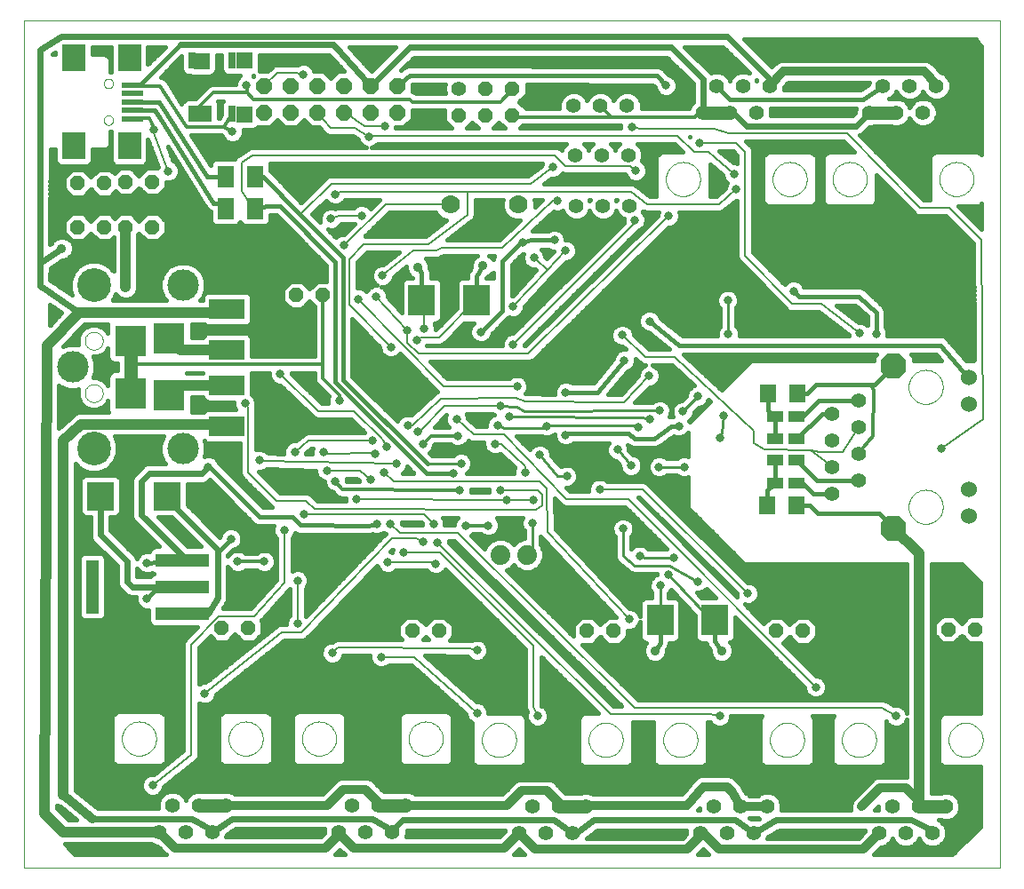
<source format=gbl>
G75*
%MOIN*%
%OFA0B0*%
%FSLAX24Y24*%
%IPPOS*%
%LPD*%
%AMOC8*
5,1,8,0,0,1.08239X$1,22.5*
%
%ADD10C,0.0000*%
%ADD11R,0.0617X0.0622*%
%ADD12C,0.0554*%
%ADD13OC8,0.0520*%
%ADD14R,0.1004X0.1063*%
%ADD15R,0.2000X0.0500*%
%ADD16R,0.0500X0.2000*%
%ADD17C,0.1181*%
%ADD18C,0.1266*%
%ADD19R,0.1181X0.1181*%
%ADD20R,0.1339X0.0748*%
%ADD21R,0.0630X0.0709*%
%ADD22R,0.0591X0.0394*%
%ADD23C,0.0740*%
%ADD24OC8,0.0600*%
%ADD25C,0.0560*%
%ADD26OC8,0.0560*%
%ADD27C,0.0551*%
%ADD28R,0.0300X0.0600*%
%ADD29R,0.0984X0.1181*%
%ADD30R,0.0866X0.0984*%
%ADD31R,0.0787X0.0197*%
%ADD32R,0.0630X0.0787*%
%ADD33OC8,0.0963*%
%ADD34C,0.0600*%
%ADD35C,0.0700*%
%ADD36C,0.0400*%
%ADD37C,0.0320*%
%ADD38C,0.0240*%
%ADD39C,0.0356*%
%ADD40C,0.0180*%
%ADD41C,0.0317*%
%ADD42C,0.0500*%
%ADD43C,0.0160*%
%ADD44C,0.0120*%
%ADD45C,0.0100*%
%ADD46C,0.0080*%
D10*
X000100Y000100D02*
X000100Y031896D01*
X036670Y031896D01*
X036670Y000100D01*
X000100Y000100D01*
X003760Y004950D02*
X003762Y005000D01*
X003768Y005050D01*
X003778Y005099D01*
X003791Y005148D01*
X003809Y005195D01*
X003830Y005241D01*
X003854Y005284D01*
X003882Y005326D01*
X003913Y005366D01*
X003947Y005403D01*
X003984Y005437D01*
X004024Y005468D01*
X004066Y005496D01*
X004109Y005520D01*
X004155Y005541D01*
X004202Y005559D01*
X004251Y005572D01*
X004300Y005582D01*
X004350Y005588D01*
X004400Y005590D01*
X004450Y005588D01*
X004500Y005582D01*
X004549Y005572D01*
X004598Y005559D01*
X004645Y005541D01*
X004691Y005520D01*
X004734Y005496D01*
X004776Y005468D01*
X004816Y005437D01*
X004853Y005403D01*
X004887Y005366D01*
X004918Y005326D01*
X004946Y005284D01*
X004970Y005241D01*
X004991Y005195D01*
X005009Y005148D01*
X005022Y005099D01*
X005032Y005050D01*
X005038Y005000D01*
X005040Y004950D01*
X005038Y004900D01*
X005032Y004850D01*
X005022Y004801D01*
X005009Y004752D01*
X004991Y004705D01*
X004970Y004659D01*
X004946Y004616D01*
X004918Y004574D01*
X004887Y004534D01*
X004853Y004497D01*
X004816Y004463D01*
X004776Y004432D01*
X004734Y004404D01*
X004691Y004380D01*
X004645Y004359D01*
X004598Y004341D01*
X004549Y004328D01*
X004500Y004318D01*
X004450Y004312D01*
X004400Y004310D01*
X004350Y004312D01*
X004300Y004318D01*
X004251Y004328D01*
X004202Y004341D01*
X004155Y004359D01*
X004109Y004380D01*
X004066Y004404D01*
X004024Y004432D01*
X003984Y004463D01*
X003947Y004497D01*
X003913Y004534D01*
X003882Y004574D01*
X003854Y004616D01*
X003830Y004659D01*
X003809Y004705D01*
X003791Y004752D01*
X003778Y004801D01*
X003768Y004850D01*
X003762Y004900D01*
X003760Y004950D01*
X007760Y004950D02*
X007762Y005000D01*
X007768Y005050D01*
X007778Y005099D01*
X007791Y005148D01*
X007809Y005195D01*
X007830Y005241D01*
X007854Y005284D01*
X007882Y005326D01*
X007913Y005366D01*
X007947Y005403D01*
X007984Y005437D01*
X008024Y005468D01*
X008066Y005496D01*
X008109Y005520D01*
X008155Y005541D01*
X008202Y005559D01*
X008251Y005572D01*
X008300Y005582D01*
X008350Y005588D01*
X008400Y005590D01*
X008450Y005588D01*
X008500Y005582D01*
X008549Y005572D01*
X008598Y005559D01*
X008645Y005541D01*
X008691Y005520D01*
X008734Y005496D01*
X008776Y005468D01*
X008816Y005437D01*
X008853Y005403D01*
X008887Y005366D01*
X008918Y005326D01*
X008946Y005284D01*
X008970Y005241D01*
X008991Y005195D01*
X009009Y005148D01*
X009022Y005099D01*
X009032Y005050D01*
X009038Y005000D01*
X009040Y004950D01*
X009038Y004900D01*
X009032Y004850D01*
X009022Y004801D01*
X009009Y004752D01*
X008991Y004705D01*
X008970Y004659D01*
X008946Y004616D01*
X008918Y004574D01*
X008887Y004534D01*
X008853Y004497D01*
X008816Y004463D01*
X008776Y004432D01*
X008734Y004404D01*
X008691Y004380D01*
X008645Y004359D01*
X008598Y004341D01*
X008549Y004328D01*
X008500Y004318D01*
X008450Y004312D01*
X008400Y004310D01*
X008350Y004312D01*
X008300Y004318D01*
X008251Y004328D01*
X008202Y004341D01*
X008155Y004359D01*
X008109Y004380D01*
X008066Y004404D01*
X008024Y004432D01*
X007984Y004463D01*
X007947Y004497D01*
X007913Y004534D01*
X007882Y004574D01*
X007854Y004616D01*
X007830Y004659D01*
X007809Y004705D01*
X007791Y004752D01*
X007778Y004801D01*
X007768Y004850D01*
X007762Y004900D01*
X007760Y004950D01*
X010510Y004950D02*
X010512Y005000D01*
X010518Y005050D01*
X010528Y005099D01*
X010541Y005148D01*
X010559Y005195D01*
X010580Y005241D01*
X010604Y005284D01*
X010632Y005326D01*
X010663Y005366D01*
X010697Y005403D01*
X010734Y005437D01*
X010774Y005468D01*
X010816Y005496D01*
X010859Y005520D01*
X010905Y005541D01*
X010952Y005559D01*
X011001Y005572D01*
X011050Y005582D01*
X011100Y005588D01*
X011150Y005590D01*
X011200Y005588D01*
X011250Y005582D01*
X011299Y005572D01*
X011348Y005559D01*
X011395Y005541D01*
X011441Y005520D01*
X011484Y005496D01*
X011526Y005468D01*
X011566Y005437D01*
X011603Y005403D01*
X011637Y005366D01*
X011668Y005326D01*
X011696Y005284D01*
X011720Y005241D01*
X011741Y005195D01*
X011759Y005148D01*
X011772Y005099D01*
X011782Y005050D01*
X011788Y005000D01*
X011790Y004950D01*
X011788Y004900D01*
X011782Y004850D01*
X011772Y004801D01*
X011759Y004752D01*
X011741Y004705D01*
X011720Y004659D01*
X011696Y004616D01*
X011668Y004574D01*
X011637Y004534D01*
X011603Y004497D01*
X011566Y004463D01*
X011526Y004432D01*
X011484Y004404D01*
X011441Y004380D01*
X011395Y004359D01*
X011348Y004341D01*
X011299Y004328D01*
X011250Y004318D01*
X011200Y004312D01*
X011150Y004310D01*
X011100Y004312D01*
X011050Y004318D01*
X011001Y004328D01*
X010952Y004341D01*
X010905Y004359D01*
X010859Y004380D01*
X010816Y004404D01*
X010774Y004432D01*
X010734Y004463D01*
X010697Y004497D01*
X010663Y004534D01*
X010632Y004574D01*
X010604Y004616D01*
X010580Y004659D01*
X010559Y004705D01*
X010541Y004752D01*
X010528Y004801D01*
X010518Y004850D01*
X010512Y004900D01*
X010510Y004950D01*
X014510Y004950D02*
X014512Y005000D01*
X014518Y005050D01*
X014528Y005099D01*
X014541Y005148D01*
X014559Y005195D01*
X014580Y005241D01*
X014604Y005284D01*
X014632Y005326D01*
X014663Y005366D01*
X014697Y005403D01*
X014734Y005437D01*
X014774Y005468D01*
X014816Y005496D01*
X014859Y005520D01*
X014905Y005541D01*
X014952Y005559D01*
X015001Y005572D01*
X015050Y005582D01*
X015100Y005588D01*
X015150Y005590D01*
X015200Y005588D01*
X015250Y005582D01*
X015299Y005572D01*
X015348Y005559D01*
X015395Y005541D01*
X015441Y005520D01*
X015484Y005496D01*
X015526Y005468D01*
X015566Y005437D01*
X015603Y005403D01*
X015637Y005366D01*
X015668Y005326D01*
X015696Y005284D01*
X015720Y005241D01*
X015741Y005195D01*
X015759Y005148D01*
X015772Y005099D01*
X015782Y005050D01*
X015788Y005000D01*
X015790Y004950D01*
X015788Y004900D01*
X015782Y004850D01*
X015772Y004801D01*
X015759Y004752D01*
X015741Y004705D01*
X015720Y004659D01*
X015696Y004616D01*
X015668Y004574D01*
X015637Y004534D01*
X015603Y004497D01*
X015566Y004463D01*
X015526Y004432D01*
X015484Y004404D01*
X015441Y004380D01*
X015395Y004359D01*
X015348Y004341D01*
X015299Y004328D01*
X015250Y004318D01*
X015200Y004312D01*
X015150Y004310D01*
X015100Y004312D01*
X015050Y004318D01*
X015001Y004328D01*
X014952Y004341D01*
X014905Y004359D01*
X014859Y004380D01*
X014816Y004404D01*
X014774Y004432D01*
X014734Y004463D01*
X014697Y004497D01*
X014663Y004534D01*
X014632Y004574D01*
X014604Y004616D01*
X014580Y004659D01*
X014559Y004705D01*
X014541Y004752D01*
X014528Y004801D01*
X014518Y004850D01*
X014512Y004900D01*
X014510Y004950D01*
X017260Y004900D02*
X017262Y004950D01*
X017268Y005000D01*
X017278Y005049D01*
X017291Y005098D01*
X017309Y005145D01*
X017330Y005191D01*
X017354Y005234D01*
X017382Y005276D01*
X017413Y005316D01*
X017447Y005353D01*
X017484Y005387D01*
X017524Y005418D01*
X017566Y005446D01*
X017609Y005470D01*
X017655Y005491D01*
X017702Y005509D01*
X017751Y005522D01*
X017800Y005532D01*
X017850Y005538D01*
X017900Y005540D01*
X017950Y005538D01*
X018000Y005532D01*
X018049Y005522D01*
X018098Y005509D01*
X018145Y005491D01*
X018191Y005470D01*
X018234Y005446D01*
X018276Y005418D01*
X018316Y005387D01*
X018353Y005353D01*
X018387Y005316D01*
X018418Y005276D01*
X018446Y005234D01*
X018470Y005191D01*
X018491Y005145D01*
X018509Y005098D01*
X018522Y005049D01*
X018532Y005000D01*
X018538Y004950D01*
X018540Y004900D01*
X018538Y004850D01*
X018532Y004800D01*
X018522Y004751D01*
X018509Y004702D01*
X018491Y004655D01*
X018470Y004609D01*
X018446Y004566D01*
X018418Y004524D01*
X018387Y004484D01*
X018353Y004447D01*
X018316Y004413D01*
X018276Y004382D01*
X018234Y004354D01*
X018191Y004330D01*
X018145Y004309D01*
X018098Y004291D01*
X018049Y004278D01*
X018000Y004268D01*
X017950Y004262D01*
X017900Y004260D01*
X017850Y004262D01*
X017800Y004268D01*
X017751Y004278D01*
X017702Y004291D01*
X017655Y004309D01*
X017609Y004330D01*
X017566Y004354D01*
X017524Y004382D01*
X017484Y004413D01*
X017447Y004447D01*
X017413Y004484D01*
X017382Y004524D01*
X017354Y004566D01*
X017330Y004609D01*
X017309Y004655D01*
X017291Y004702D01*
X017278Y004751D01*
X017268Y004800D01*
X017262Y004850D01*
X017260Y004900D01*
X021260Y004900D02*
X021262Y004950D01*
X021268Y005000D01*
X021278Y005049D01*
X021291Y005098D01*
X021309Y005145D01*
X021330Y005191D01*
X021354Y005234D01*
X021382Y005276D01*
X021413Y005316D01*
X021447Y005353D01*
X021484Y005387D01*
X021524Y005418D01*
X021566Y005446D01*
X021609Y005470D01*
X021655Y005491D01*
X021702Y005509D01*
X021751Y005522D01*
X021800Y005532D01*
X021850Y005538D01*
X021900Y005540D01*
X021950Y005538D01*
X022000Y005532D01*
X022049Y005522D01*
X022098Y005509D01*
X022145Y005491D01*
X022191Y005470D01*
X022234Y005446D01*
X022276Y005418D01*
X022316Y005387D01*
X022353Y005353D01*
X022387Y005316D01*
X022418Y005276D01*
X022446Y005234D01*
X022470Y005191D01*
X022491Y005145D01*
X022509Y005098D01*
X022522Y005049D01*
X022532Y005000D01*
X022538Y004950D01*
X022540Y004900D01*
X022538Y004850D01*
X022532Y004800D01*
X022522Y004751D01*
X022509Y004702D01*
X022491Y004655D01*
X022470Y004609D01*
X022446Y004566D01*
X022418Y004524D01*
X022387Y004484D01*
X022353Y004447D01*
X022316Y004413D01*
X022276Y004382D01*
X022234Y004354D01*
X022191Y004330D01*
X022145Y004309D01*
X022098Y004291D01*
X022049Y004278D01*
X022000Y004268D01*
X021950Y004262D01*
X021900Y004260D01*
X021850Y004262D01*
X021800Y004268D01*
X021751Y004278D01*
X021702Y004291D01*
X021655Y004309D01*
X021609Y004330D01*
X021566Y004354D01*
X021524Y004382D01*
X021484Y004413D01*
X021447Y004447D01*
X021413Y004484D01*
X021382Y004524D01*
X021354Y004566D01*
X021330Y004609D01*
X021309Y004655D01*
X021291Y004702D01*
X021278Y004751D01*
X021268Y004800D01*
X021262Y004850D01*
X021260Y004900D01*
X024060Y004900D02*
X024062Y004950D01*
X024068Y005000D01*
X024078Y005049D01*
X024091Y005098D01*
X024109Y005145D01*
X024130Y005191D01*
X024154Y005234D01*
X024182Y005276D01*
X024213Y005316D01*
X024247Y005353D01*
X024284Y005387D01*
X024324Y005418D01*
X024366Y005446D01*
X024409Y005470D01*
X024455Y005491D01*
X024502Y005509D01*
X024551Y005522D01*
X024600Y005532D01*
X024650Y005538D01*
X024700Y005540D01*
X024750Y005538D01*
X024800Y005532D01*
X024849Y005522D01*
X024898Y005509D01*
X024945Y005491D01*
X024991Y005470D01*
X025034Y005446D01*
X025076Y005418D01*
X025116Y005387D01*
X025153Y005353D01*
X025187Y005316D01*
X025218Y005276D01*
X025246Y005234D01*
X025270Y005191D01*
X025291Y005145D01*
X025309Y005098D01*
X025322Y005049D01*
X025332Y005000D01*
X025338Y004950D01*
X025340Y004900D01*
X025338Y004850D01*
X025332Y004800D01*
X025322Y004751D01*
X025309Y004702D01*
X025291Y004655D01*
X025270Y004609D01*
X025246Y004566D01*
X025218Y004524D01*
X025187Y004484D01*
X025153Y004447D01*
X025116Y004413D01*
X025076Y004382D01*
X025034Y004354D01*
X024991Y004330D01*
X024945Y004309D01*
X024898Y004291D01*
X024849Y004278D01*
X024800Y004268D01*
X024750Y004262D01*
X024700Y004260D01*
X024650Y004262D01*
X024600Y004268D01*
X024551Y004278D01*
X024502Y004291D01*
X024455Y004309D01*
X024409Y004330D01*
X024366Y004354D01*
X024324Y004382D01*
X024284Y004413D01*
X024247Y004447D01*
X024213Y004484D01*
X024182Y004524D01*
X024154Y004566D01*
X024130Y004609D01*
X024109Y004655D01*
X024091Y004702D01*
X024078Y004751D01*
X024068Y004800D01*
X024062Y004850D01*
X024060Y004900D01*
X028060Y004900D02*
X028062Y004950D01*
X028068Y005000D01*
X028078Y005049D01*
X028091Y005098D01*
X028109Y005145D01*
X028130Y005191D01*
X028154Y005234D01*
X028182Y005276D01*
X028213Y005316D01*
X028247Y005353D01*
X028284Y005387D01*
X028324Y005418D01*
X028366Y005446D01*
X028409Y005470D01*
X028455Y005491D01*
X028502Y005509D01*
X028551Y005522D01*
X028600Y005532D01*
X028650Y005538D01*
X028700Y005540D01*
X028750Y005538D01*
X028800Y005532D01*
X028849Y005522D01*
X028898Y005509D01*
X028945Y005491D01*
X028991Y005470D01*
X029034Y005446D01*
X029076Y005418D01*
X029116Y005387D01*
X029153Y005353D01*
X029187Y005316D01*
X029218Y005276D01*
X029246Y005234D01*
X029270Y005191D01*
X029291Y005145D01*
X029309Y005098D01*
X029322Y005049D01*
X029332Y005000D01*
X029338Y004950D01*
X029340Y004900D01*
X029338Y004850D01*
X029332Y004800D01*
X029322Y004751D01*
X029309Y004702D01*
X029291Y004655D01*
X029270Y004609D01*
X029246Y004566D01*
X029218Y004524D01*
X029187Y004484D01*
X029153Y004447D01*
X029116Y004413D01*
X029076Y004382D01*
X029034Y004354D01*
X028991Y004330D01*
X028945Y004309D01*
X028898Y004291D01*
X028849Y004278D01*
X028800Y004268D01*
X028750Y004262D01*
X028700Y004260D01*
X028650Y004262D01*
X028600Y004268D01*
X028551Y004278D01*
X028502Y004291D01*
X028455Y004309D01*
X028409Y004330D01*
X028366Y004354D01*
X028324Y004382D01*
X028284Y004413D01*
X028247Y004447D01*
X028213Y004484D01*
X028182Y004524D01*
X028154Y004566D01*
X028130Y004609D01*
X028109Y004655D01*
X028091Y004702D01*
X028078Y004751D01*
X028068Y004800D01*
X028062Y004850D01*
X028060Y004900D01*
X030760Y004900D02*
X030762Y004950D01*
X030768Y005000D01*
X030778Y005049D01*
X030791Y005098D01*
X030809Y005145D01*
X030830Y005191D01*
X030854Y005234D01*
X030882Y005276D01*
X030913Y005316D01*
X030947Y005353D01*
X030984Y005387D01*
X031024Y005418D01*
X031066Y005446D01*
X031109Y005470D01*
X031155Y005491D01*
X031202Y005509D01*
X031251Y005522D01*
X031300Y005532D01*
X031350Y005538D01*
X031400Y005540D01*
X031450Y005538D01*
X031500Y005532D01*
X031549Y005522D01*
X031598Y005509D01*
X031645Y005491D01*
X031691Y005470D01*
X031734Y005446D01*
X031776Y005418D01*
X031816Y005387D01*
X031853Y005353D01*
X031887Y005316D01*
X031918Y005276D01*
X031946Y005234D01*
X031970Y005191D01*
X031991Y005145D01*
X032009Y005098D01*
X032022Y005049D01*
X032032Y005000D01*
X032038Y004950D01*
X032040Y004900D01*
X032038Y004850D01*
X032032Y004800D01*
X032022Y004751D01*
X032009Y004702D01*
X031991Y004655D01*
X031970Y004609D01*
X031946Y004566D01*
X031918Y004524D01*
X031887Y004484D01*
X031853Y004447D01*
X031816Y004413D01*
X031776Y004382D01*
X031734Y004354D01*
X031691Y004330D01*
X031645Y004309D01*
X031598Y004291D01*
X031549Y004278D01*
X031500Y004268D01*
X031450Y004262D01*
X031400Y004260D01*
X031350Y004262D01*
X031300Y004268D01*
X031251Y004278D01*
X031202Y004291D01*
X031155Y004309D01*
X031109Y004330D01*
X031066Y004354D01*
X031024Y004382D01*
X030984Y004413D01*
X030947Y004447D01*
X030913Y004484D01*
X030882Y004524D01*
X030854Y004566D01*
X030830Y004609D01*
X030809Y004655D01*
X030791Y004702D01*
X030778Y004751D01*
X030768Y004800D01*
X030762Y004850D01*
X030760Y004900D01*
X034760Y004900D02*
X034762Y004950D01*
X034768Y005000D01*
X034778Y005049D01*
X034791Y005098D01*
X034809Y005145D01*
X034830Y005191D01*
X034854Y005234D01*
X034882Y005276D01*
X034913Y005316D01*
X034947Y005353D01*
X034984Y005387D01*
X035024Y005418D01*
X035066Y005446D01*
X035109Y005470D01*
X035155Y005491D01*
X035202Y005509D01*
X035251Y005522D01*
X035300Y005532D01*
X035350Y005538D01*
X035400Y005540D01*
X035450Y005538D01*
X035500Y005532D01*
X035549Y005522D01*
X035598Y005509D01*
X035645Y005491D01*
X035691Y005470D01*
X035734Y005446D01*
X035776Y005418D01*
X035816Y005387D01*
X035853Y005353D01*
X035887Y005316D01*
X035918Y005276D01*
X035946Y005234D01*
X035970Y005191D01*
X035991Y005145D01*
X036009Y005098D01*
X036022Y005049D01*
X036032Y005000D01*
X036038Y004950D01*
X036040Y004900D01*
X036038Y004850D01*
X036032Y004800D01*
X036022Y004751D01*
X036009Y004702D01*
X035991Y004655D01*
X035970Y004609D01*
X035946Y004566D01*
X035918Y004524D01*
X035887Y004484D01*
X035853Y004447D01*
X035816Y004413D01*
X035776Y004382D01*
X035734Y004354D01*
X035691Y004330D01*
X035645Y004309D01*
X035598Y004291D01*
X035549Y004278D01*
X035500Y004268D01*
X035450Y004262D01*
X035400Y004260D01*
X035350Y004262D01*
X035300Y004268D01*
X035251Y004278D01*
X035202Y004291D01*
X035155Y004309D01*
X035109Y004330D01*
X035066Y004354D01*
X035024Y004382D01*
X034984Y004413D01*
X034947Y004447D01*
X034913Y004484D01*
X034882Y004524D01*
X034854Y004566D01*
X034830Y004609D01*
X034809Y004655D01*
X034791Y004702D01*
X034778Y004751D01*
X034768Y004800D01*
X034762Y004850D01*
X034760Y004900D01*
X033260Y013650D02*
X033262Y013700D01*
X033268Y013750D01*
X033278Y013799D01*
X033291Y013848D01*
X033309Y013895D01*
X033330Y013941D01*
X033354Y013984D01*
X033382Y014026D01*
X033413Y014066D01*
X033447Y014103D01*
X033484Y014137D01*
X033524Y014168D01*
X033566Y014196D01*
X033609Y014220D01*
X033655Y014241D01*
X033702Y014259D01*
X033751Y014272D01*
X033800Y014282D01*
X033850Y014288D01*
X033900Y014290D01*
X033950Y014288D01*
X034000Y014282D01*
X034049Y014272D01*
X034098Y014259D01*
X034145Y014241D01*
X034191Y014220D01*
X034234Y014196D01*
X034276Y014168D01*
X034316Y014137D01*
X034353Y014103D01*
X034387Y014066D01*
X034418Y014026D01*
X034446Y013984D01*
X034470Y013941D01*
X034491Y013895D01*
X034509Y013848D01*
X034522Y013799D01*
X034532Y013750D01*
X034538Y013700D01*
X034540Y013650D01*
X034538Y013600D01*
X034532Y013550D01*
X034522Y013501D01*
X034509Y013452D01*
X034491Y013405D01*
X034470Y013359D01*
X034446Y013316D01*
X034418Y013274D01*
X034387Y013234D01*
X034353Y013197D01*
X034316Y013163D01*
X034276Y013132D01*
X034234Y013104D01*
X034191Y013080D01*
X034145Y013059D01*
X034098Y013041D01*
X034049Y013028D01*
X034000Y013018D01*
X033950Y013012D01*
X033900Y013010D01*
X033850Y013012D01*
X033800Y013018D01*
X033751Y013028D01*
X033702Y013041D01*
X033655Y013059D01*
X033609Y013080D01*
X033566Y013104D01*
X033524Y013132D01*
X033484Y013163D01*
X033447Y013197D01*
X033413Y013234D01*
X033382Y013274D01*
X033354Y013316D01*
X033330Y013359D01*
X033309Y013405D01*
X033291Y013452D01*
X033278Y013501D01*
X033268Y013550D01*
X033262Y013600D01*
X033260Y013650D01*
X033260Y018150D02*
X033262Y018200D01*
X033268Y018250D01*
X033278Y018299D01*
X033291Y018348D01*
X033309Y018395D01*
X033330Y018441D01*
X033354Y018484D01*
X033382Y018526D01*
X033413Y018566D01*
X033447Y018603D01*
X033484Y018637D01*
X033524Y018668D01*
X033566Y018696D01*
X033609Y018720D01*
X033655Y018741D01*
X033702Y018759D01*
X033751Y018772D01*
X033800Y018782D01*
X033850Y018788D01*
X033900Y018790D01*
X033950Y018788D01*
X034000Y018782D01*
X034049Y018772D01*
X034098Y018759D01*
X034145Y018741D01*
X034191Y018720D01*
X034234Y018696D01*
X034276Y018668D01*
X034316Y018637D01*
X034353Y018603D01*
X034387Y018566D01*
X034418Y018526D01*
X034446Y018484D01*
X034470Y018441D01*
X034491Y018395D01*
X034509Y018348D01*
X034522Y018299D01*
X034532Y018250D01*
X034538Y018200D01*
X034540Y018150D01*
X034538Y018100D01*
X034532Y018050D01*
X034522Y018001D01*
X034509Y017952D01*
X034491Y017905D01*
X034470Y017859D01*
X034446Y017816D01*
X034418Y017774D01*
X034387Y017734D01*
X034353Y017697D01*
X034316Y017663D01*
X034276Y017632D01*
X034234Y017604D01*
X034191Y017580D01*
X034145Y017559D01*
X034098Y017541D01*
X034049Y017528D01*
X034000Y017518D01*
X033950Y017512D01*
X033900Y017510D01*
X033850Y017512D01*
X033800Y017518D01*
X033751Y017528D01*
X033702Y017541D01*
X033655Y017559D01*
X033609Y017580D01*
X033566Y017604D01*
X033524Y017632D01*
X033484Y017663D01*
X033447Y017697D01*
X033413Y017734D01*
X033382Y017774D01*
X033354Y017816D01*
X033330Y017859D01*
X033309Y017905D01*
X033291Y017952D01*
X033278Y018001D01*
X033268Y018050D01*
X033262Y018100D01*
X033260Y018150D01*
X034410Y025950D02*
X034412Y026000D01*
X034418Y026050D01*
X034428Y026099D01*
X034441Y026148D01*
X034459Y026195D01*
X034480Y026241D01*
X034504Y026284D01*
X034532Y026326D01*
X034563Y026366D01*
X034597Y026403D01*
X034634Y026437D01*
X034674Y026468D01*
X034716Y026496D01*
X034759Y026520D01*
X034805Y026541D01*
X034852Y026559D01*
X034901Y026572D01*
X034950Y026582D01*
X035000Y026588D01*
X035050Y026590D01*
X035100Y026588D01*
X035150Y026582D01*
X035199Y026572D01*
X035248Y026559D01*
X035295Y026541D01*
X035341Y026520D01*
X035384Y026496D01*
X035426Y026468D01*
X035466Y026437D01*
X035503Y026403D01*
X035537Y026366D01*
X035568Y026326D01*
X035596Y026284D01*
X035620Y026241D01*
X035641Y026195D01*
X035659Y026148D01*
X035672Y026099D01*
X035682Y026050D01*
X035688Y026000D01*
X035690Y025950D01*
X035688Y025900D01*
X035682Y025850D01*
X035672Y025801D01*
X035659Y025752D01*
X035641Y025705D01*
X035620Y025659D01*
X035596Y025616D01*
X035568Y025574D01*
X035537Y025534D01*
X035503Y025497D01*
X035466Y025463D01*
X035426Y025432D01*
X035384Y025404D01*
X035341Y025380D01*
X035295Y025359D01*
X035248Y025341D01*
X035199Y025328D01*
X035150Y025318D01*
X035100Y025312D01*
X035050Y025310D01*
X035000Y025312D01*
X034950Y025318D01*
X034901Y025328D01*
X034852Y025341D01*
X034805Y025359D01*
X034759Y025380D01*
X034716Y025404D01*
X034674Y025432D01*
X034634Y025463D01*
X034597Y025497D01*
X034563Y025534D01*
X034532Y025574D01*
X034504Y025616D01*
X034480Y025659D01*
X034459Y025705D01*
X034441Y025752D01*
X034428Y025801D01*
X034418Y025850D01*
X034412Y025900D01*
X034410Y025950D01*
X030410Y025950D02*
X030412Y026000D01*
X030418Y026050D01*
X030428Y026099D01*
X030441Y026148D01*
X030459Y026195D01*
X030480Y026241D01*
X030504Y026284D01*
X030532Y026326D01*
X030563Y026366D01*
X030597Y026403D01*
X030634Y026437D01*
X030674Y026468D01*
X030716Y026496D01*
X030759Y026520D01*
X030805Y026541D01*
X030852Y026559D01*
X030901Y026572D01*
X030950Y026582D01*
X031000Y026588D01*
X031050Y026590D01*
X031100Y026588D01*
X031150Y026582D01*
X031199Y026572D01*
X031248Y026559D01*
X031295Y026541D01*
X031341Y026520D01*
X031384Y026496D01*
X031426Y026468D01*
X031466Y026437D01*
X031503Y026403D01*
X031537Y026366D01*
X031568Y026326D01*
X031596Y026284D01*
X031620Y026241D01*
X031641Y026195D01*
X031659Y026148D01*
X031672Y026099D01*
X031682Y026050D01*
X031688Y026000D01*
X031690Y025950D01*
X031688Y025900D01*
X031682Y025850D01*
X031672Y025801D01*
X031659Y025752D01*
X031641Y025705D01*
X031620Y025659D01*
X031596Y025616D01*
X031568Y025574D01*
X031537Y025534D01*
X031503Y025497D01*
X031466Y025463D01*
X031426Y025432D01*
X031384Y025404D01*
X031341Y025380D01*
X031295Y025359D01*
X031248Y025341D01*
X031199Y025328D01*
X031150Y025318D01*
X031100Y025312D01*
X031050Y025310D01*
X031000Y025312D01*
X030950Y025318D01*
X030901Y025328D01*
X030852Y025341D01*
X030805Y025359D01*
X030759Y025380D01*
X030716Y025404D01*
X030674Y025432D01*
X030634Y025463D01*
X030597Y025497D01*
X030563Y025534D01*
X030532Y025574D01*
X030504Y025616D01*
X030480Y025659D01*
X030459Y025705D01*
X030441Y025752D01*
X030428Y025801D01*
X030418Y025850D01*
X030412Y025900D01*
X030410Y025950D01*
X028160Y025950D02*
X028162Y026000D01*
X028168Y026050D01*
X028178Y026099D01*
X028191Y026148D01*
X028209Y026195D01*
X028230Y026241D01*
X028254Y026284D01*
X028282Y026326D01*
X028313Y026366D01*
X028347Y026403D01*
X028384Y026437D01*
X028424Y026468D01*
X028466Y026496D01*
X028509Y026520D01*
X028555Y026541D01*
X028602Y026559D01*
X028651Y026572D01*
X028700Y026582D01*
X028750Y026588D01*
X028800Y026590D01*
X028850Y026588D01*
X028900Y026582D01*
X028949Y026572D01*
X028998Y026559D01*
X029045Y026541D01*
X029091Y026520D01*
X029134Y026496D01*
X029176Y026468D01*
X029216Y026437D01*
X029253Y026403D01*
X029287Y026366D01*
X029318Y026326D01*
X029346Y026284D01*
X029370Y026241D01*
X029391Y026195D01*
X029409Y026148D01*
X029422Y026099D01*
X029432Y026050D01*
X029438Y026000D01*
X029440Y025950D01*
X029438Y025900D01*
X029432Y025850D01*
X029422Y025801D01*
X029409Y025752D01*
X029391Y025705D01*
X029370Y025659D01*
X029346Y025616D01*
X029318Y025574D01*
X029287Y025534D01*
X029253Y025497D01*
X029216Y025463D01*
X029176Y025432D01*
X029134Y025404D01*
X029091Y025380D01*
X029045Y025359D01*
X028998Y025341D01*
X028949Y025328D01*
X028900Y025318D01*
X028850Y025312D01*
X028800Y025310D01*
X028750Y025312D01*
X028700Y025318D01*
X028651Y025328D01*
X028602Y025341D01*
X028555Y025359D01*
X028509Y025380D01*
X028466Y025404D01*
X028424Y025432D01*
X028384Y025463D01*
X028347Y025497D01*
X028313Y025534D01*
X028282Y025574D01*
X028254Y025616D01*
X028230Y025659D01*
X028209Y025705D01*
X028191Y025752D01*
X028178Y025801D01*
X028168Y025850D01*
X028162Y025900D01*
X028160Y025950D01*
X024160Y025950D02*
X024162Y026000D01*
X024168Y026050D01*
X024178Y026099D01*
X024191Y026148D01*
X024209Y026195D01*
X024230Y026241D01*
X024254Y026284D01*
X024282Y026326D01*
X024313Y026366D01*
X024347Y026403D01*
X024384Y026437D01*
X024424Y026468D01*
X024466Y026496D01*
X024509Y026520D01*
X024555Y026541D01*
X024602Y026559D01*
X024651Y026572D01*
X024700Y026582D01*
X024750Y026588D01*
X024800Y026590D01*
X024850Y026588D01*
X024900Y026582D01*
X024949Y026572D01*
X024998Y026559D01*
X025045Y026541D01*
X025091Y026520D01*
X025134Y026496D01*
X025176Y026468D01*
X025216Y026437D01*
X025253Y026403D01*
X025287Y026366D01*
X025318Y026326D01*
X025346Y026284D01*
X025370Y026241D01*
X025391Y026195D01*
X025409Y026148D01*
X025422Y026099D01*
X025432Y026050D01*
X025438Y026000D01*
X025440Y025950D01*
X025438Y025900D01*
X025432Y025850D01*
X025422Y025801D01*
X025409Y025752D01*
X025391Y025705D01*
X025370Y025659D01*
X025346Y025616D01*
X025318Y025574D01*
X025287Y025534D01*
X025253Y025497D01*
X025216Y025463D01*
X025176Y025432D01*
X025134Y025404D01*
X025091Y025380D01*
X025045Y025359D01*
X024998Y025341D01*
X024949Y025328D01*
X024900Y025318D01*
X024850Y025312D01*
X024800Y025310D01*
X024750Y025312D01*
X024700Y025318D01*
X024651Y025328D01*
X024602Y025341D01*
X024555Y025359D01*
X024509Y025380D01*
X024466Y025404D01*
X024424Y025432D01*
X024384Y025463D01*
X024347Y025497D01*
X024313Y025534D01*
X024282Y025574D01*
X024254Y025616D01*
X024230Y025659D01*
X024209Y025705D01*
X024191Y025752D01*
X024178Y025801D01*
X024168Y025850D01*
X024162Y025900D01*
X024160Y025950D01*
X003073Y028161D02*
X003075Y028187D01*
X003081Y028213D01*
X003091Y028238D01*
X003104Y028261D01*
X003120Y028281D01*
X003140Y028299D01*
X003162Y028314D01*
X003185Y028326D01*
X003211Y028334D01*
X003237Y028338D01*
X003263Y028338D01*
X003289Y028334D01*
X003315Y028326D01*
X003339Y028314D01*
X003360Y028299D01*
X003380Y028281D01*
X003396Y028261D01*
X003409Y028238D01*
X003419Y028213D01*
X003425Y028187D01*
X003427Y028161D01*
X003425Y028135D01*
X003419Y028109D01*
X003409Y028084D01*
X003396Y028061D01*
X003380Y028041D01*
X003360Y028023D01*
X003338Y028008D01*
X003315Y027996D01*
X003289Y027988D01*
X003263Y027984D01*
X003237Y027984D01*
X003211Y027988D01*
X003185Y027996D01*
X003161Y028008D01*
X003140Y028023D01*
X003120Y028041D01*
X003104Y028061D01*
X003091Y028084D01*
X003081Y028109D01*
X003075Y028135D01*
X003073Y028161D01*
X003073Y029539D02*
X003075Y029565D01*
X003081Y029591D01*
X003091Y029616D01*
X003104Y029639D01*
X003120Y029659D01*
X003140Y029677D01*
X003162Y029692D01*
X003185Y029704D01*
X003211Y029712D01*
X003237Y029716D01*
X003263Y029716D01*
X003289Y029712D01*
X003315Y029704D01*
X003339Y029692D01*
X003360Y029677D01*
X003380Y029659D01*
X003396Y029639D01*
X003409Y029616D01*
X003419Y029591D01*
X003425Y029565D01*
X003427Y029539D01*
X003425Y029513D01*
X003419Y029487D01*
X003409Y029462D01*
X003396Y029439D01*
X003380Y029419D01*
X003360Y029401D01*
X003338Y029386D01*
X003315Y029374D01*
X003289Y029366D01*
X003263Y029362D01*
X003237Y029362D01*
X003211Y029366D01*
X003185Y029374D01*
X003161Y029386D01*
X003140Y029401D01*
X003120Y029419D01*
X003104Y029439D01*
X003091Y029462D01*
X003081Y029487D01*
X003075Y029513D01*
X003073Y029539D01*
X002369Y019884D02*
X002371Y019920D01*
X002377Y019956D01*
X002387Y019991D01*
X002400Y020025D01*
X002417Y020057D01*
X002437Y020087D01*
X002461Y020114D01*
X002487Y020139D01*
X002516Y020161D01*
X002547Y020180D01*
X002580Y020195D01*
X002614Y020207D01*
X002650Y020215D01*
X002686Y020219D01*
X002722Y020219D01*
X002758Y020215D01*
X002794Y020207D01*
X002828Y020195D01*
X002861Y020180D01*
X002892Y020161D01*
X002921Y020139D01*
X002947Y020114D01*
X002971Y020087D01*
X002991Y020057D01*
X003008Y020025D01*
X003021Y019991D01*
X003031Y019956D01*
X003037Y019920D01*
X003039Y019884D01*
X003037Y019848D01*
X003031Y019812D01*
X003021Y019777D01*
X003008Y019743D01*
X002991Y019711D01*
X002971Y019681D01*
X002947Y019654D01*
X002921Y019629D01*
X002892Y019607D01*
X002861Y019588D01*
X002828Y019573D01*
X002794Y019561D01*
X002758Y019553D01*
X002722Y019549D01*
X002686Y019549D01*
X002650Y019553D01*
X002614Y019561D01*
X002580Y019573D01*
X002547Y019588D01*
X002516Y019607D01*
X002487Y019629D01*
X002461Y019654D01*
X002437Y019681D01*
X002417Y019711D01*
X002400Y019743D01*
X002387Y019777D01*
X002377Y019812D01*
X002371Y019848D01*
X002369Y019884D01*
X002369Y017916D02*
X002371Y017952D01*
X002377Y017988D01*
X002387Y018023D01*
X002400Y018057D01*
X002417Y018089D01*
X002437Y018119D01*
X002461Y018146D01*
X002487Y018171D01*
X002516Y018193D01*
X002547Y018212D01*
X002580Y018227D01*
X002614Y018239D01*
X002650Y018247D01*
X002686Y018251D01*
X002722Y018251D01*
X002758Y018247D01*
X002794Y018239D01*
X002828Y018227D01*
X002861Y018212D01*
X002892Y018193D01*
X002921Y018171D01*
X002947Y018146D01*
X002971Y018119D01*
X002991Y018089D01*
X003008Y018057D01*
X003021Y018023D01*
X003031Y017988D01*
X003037Y017952D01*
X003039Y017916D01*
X003037Y017880D01*
X003031Y017844D01*
X003021Y017809D01*
X003008Y017775D01*
X002991Y017743D01*
X002971Y017713D01*
X002947Y017686D01*
X002921Y017661D01*
X002892Y017639D01*
X002861Y017620D01*
X002828Y017605D01*
X002794Y017593D01*
X002758Y017585D01*
X002722Y017581D01*
X002686Y017581D01*
X002650Y017585D01*
X002614Y017593D01*
X002580Y017605D01*
X002547Y017620D01*
X002516Y017639D01*
X002487Y017661D01*
X002461Y017686D01*
X002437Y017713D01*
X002417Y017743D01*
X002400Y017775D01*
X002387Y017809D01*
X002377Y017844D01*
X002371Y017880D01*
X002369Y017916D01*
D11*
X006834Y028409D03*
X008349Y028386D03*
X008349Y030396D03*
X006736Y030386D03*
D12*
X025550Y028450D03*
X026550Y028450D03*
X027550Y028450D03*
X027050Y029450D03*
X026050Y029450D03*
X028050Y029450D03*
X031800Y028450D03*
X032800Y028450D03*
X033800Y028450D03*
X033300Y029450D03*
X032300Y029450D03*
X034300Y029450D03*
X031400Y017650D03*
X030400Y017150D03*
X031400Y016650D03*
X030400Y016150D03*
X031400Y015650D03*
X030400Y015150D03*
X031400Y014650D03*
X030400Y014150D03*
X032650Y002400D03*
X033650Y002400D03*
X034650Y002400D03*
X034150Y001400D03*
X033150Y001400D03*
X032150Y001400D03*
X027950Y002400D03*
X026950Y002400D03*
X025950Y002400D03*
X025450Y001400D03*
X026450Y001400D03*
X027450Y001400D03*
X021150Y002400D03*
X020150Y002400D03*
X019150Y002400D03*
X018650Y001400D03*
X019650Y001400D03*
X020650Y001400D03*
X014400Y002450D03*
X013400Y002450D03*
X012400Y002450D03*
X011900Y001450D03*
X012900Y001450D03*
X013900Y001450D03*
X007650Y002450D03*
X006650Y002450D03*
X005650Y002450D03*
X005150Y001450D03*
X006150Y001450D03*
X007150Y001450D03*
D13*
X007500Y009100D03*
X008500Y009100D03*
X014650Y009000D03*
X015650Y009000D03*
X021200Y009000D03*
X022200Y009000D03*
X028300Y009000D03*
X029300Y009000D03*
X034750Y009050D03*
X035750Y009050D03*
X011300Y021600D03*
X010300Y021600D03*
X004900Y024150D03*
X003900Y024150D03*
X003100Y024150D03*
X002100Y024150D03*
X002100Y025800D03*
X003100Y025800D03*
X003900Y025850D03*
X004900Y025850D03*
D14*
X005448Y014050D03*
X002952Y014050D03*
D15*
X006025Y011650D03*
X006025Y010650D03*
X006025Y009650D03*
D16*
X002650Y010650D03*
D17*
X006050Y015829D03*
X001916Y018900D03*
X006050Y021971D03*
D18*
X002704Y021971D03*
X002704Y015829D03*
D19*
X004081Y017916D03*
X005519Y017837D03*
X005519Y019963D03*
X004081Y019884D03*
D20*
X007700Y019532D03*
X007700Y021068D03*
X007700Y018218D03*
X007700Y016682D03*
D21*
X027999Y017900D03*
X029101Y017900D03*
X029051Y013700D03*
X027949Y013700D03*
D22*
X028236Y014550D03*
X029064Y014550D03*
X029064Y015400D03*
X029064Y016200D03*
X028236Y016200D03*
X028236Y015400D03*
X028236Y017050D03*
X029064Y017050D03*
D23*
X018950Y011850D03*
X017950Y011850D03*
D24*
X014100Y028450D03*
X013100Y028450D03*
X012100Y028450D03*
X011100Y028450D03*
X010100Y028450D03*
X009100Y028450D03*
X009100Y029450D03*
X010100Y029450D03*
X011100Y029450D03*
X012100Y029450D03*
X013100Y029450D03*
X014100Y029450D03*
D25*
X016400Y029350D03*
D26*
X016400Y028350D03*
X017400Y028350D03*
X018400Y028350D03*
X018400Y029350D03*
X017400Y029350D03*
D27*
X020700Y028700D03*
X021700Y028700D03*
X022700Y028700D03*
X022750Y026850D03*
X021750Y026850D03*
X020750Y026850D03*
X020800Y024950D03*
X021800Y024950D03*
X022800Y024950D03*
D28*
X007900Y028400D03*
X006400Y028400D03*
X006400Y030400D03*
X007900Y030400D03*
D29*
X015001Y021400D03*
X017060Y021400D03*
X023940Y009400D03*
X025999Y009400D03*
D30*
X004037Y027196D03*
X001951Y027196D03*
X001951Y030504D03*
X004037Y030504D03*
D31*
X004136Y029480D03*
X004136Y029165D03*
X004136Y028850D03*
X004136Y028535D03*
X004136Y028220D03*
D32*
X007649Y026050D03*
X008751Y026050D03*
X008751Y024850D03*
X007649Y024850D03*
D33*
X032699Y018949D03*
X032699Y012851D03*
D34*
X035506Y013292D03*
X035506Y014292D03*
X035506Y017508D03*
X035506Y018508D03*
D35*
X018630Y025000D03*
X016070Y025000D03*
D36*
X007700Y021068D02*
X007582Y020950D01*
X002150Y020950D01*
X000950Y019700D01*
X000850Y002150D01*
X001550Y001450D01*
X005150Y001450D01*
X007150Y001500D02*
X007150Y001450D01*
X001550Y002850D02*
X001550Y016150D01*
X002200Y016700D01*
X002232Y016750D01*
X007300Y016750D01*
X007368Y016682D01*
X007700Y016682D01*
X007700Y018218D02*
X005899Y018218D01*
X005519Y017837D01*
X005949Y019532D02*
X007700Y019532D01*
X005949Y019532D02*
X005519Y019963D01*
X003900Y021900D02*
X003900Y024150D01*
X032699Y012851D02*
X033650Y011900D01*
X033650Y002600D01*
D37*
X033650Y002400D01*
X033650Y002600D02*
X033150Y003100D01*
X032200Y003100D01*
X031500Y002400D01*
X032150Y001400D02*
X031550Y000800D01*
X026150Y000800D01*
X025550Y001400D01*
X025450Y001400D01*
X025450Y001300D01*
X024950Y000800D01*
X019250Y000800D01*
X018650Y001400D01*
X018100Y000850D01*
X012450Y000850D01*
X011900Y001400D01*
X011900Y001450D01*
X011900Y001350D01*
X011400Y000850D01*
X005750Y000850D01*
X005150Y001450D01*
X007650Y002450D02*
X011450Y002450D01*
X012050Y003050D01*
X012900Y003050D01*
X013400Y002550D01*
X013400Y002450D01*
X014400Y002450D02*
X017350Y002450D01*
X018200Y002450D01*
X018750Y003000D01*
X019700Y003000D01*
X020150Y002550D01*
X020150Y002400D01*
X021150Y002400D02*
X021200Y002450D01*
X024300Y002450D01*
X024950Y002450D01*
X025550Y003150D01*
X026450Y003150D01*
X026650Y002950D01*
X026950Y002400D01*
X027950Y002400D01*
X034150Y001500D02*
X034150Y001400D01*
X020800Y001400D02*
X020650Y001400D01*
X013900Y001500D02*
X013900Y001450D01*
X002650Y001950D02*
X001550Y002850D01*
X028050Y029450D02*
X028550Y030000D01*
X033850Y030000D01*
X034300Y029500D01*
X034300Y029450D01*
D38*
X031800Y028450D02*
X031300Y027950D01*
X027200Y027950D01*
X026700Y028450D01*
X026550Y028450D01*
X025550Y028450D02*
X025550Y029700D01*
X024350Y030900D01*
X014550Y030900D01*
X013100Y029450D01*
X011700Y031000D01*
X005950Y031000D01*
X001500Y031300D02*
X026450Y031300D01*
X028050Y029700D01*
X007000Y015150D02*
X006750Y014900D01*
X004800Y014900D01*
X004500Y014600D01*
X004500Y013350D01*
X006025Y011825D01*
X006025Y011650D01*
X006025Y010650D02*
X005125Y010650D01*
X004150Y010650D01*
X003950Y010850D01*
X003950Y011600D01*
X002952Y012598D01*
X002952Y014050D01*
X005448Y014050D02*
X005448Y013952D01*
X007350Y012050D01*
X007350Y010250D01*
X007000Y009650D01*
X006400Y001950D02*
X002650Y001950D01*
X006400Y001950D02*
X007150Y001500D01*
X007150Y001450D02*
X007900Y001950D01*
X013150Y001950D01*
X013900Y001500D01*
X014300Y001900D01*
X019950Y001900D01*
X020650Y001400D01*
X020800Y001400D02*
X021450Y001900D01*
X026750Y001900D01*
X027450Y001400D01*
X028300Y001900D01*
X033350Y001900D01*
X034150Y001500D01*
X002150Y020950D02*
X000850Y021850D01*
X000679Y021946D01*
X000696Y022796D01*
X001500Y023350D01*
X000679Y021946D02*
X000700Y030800D01*
X001500Y031300D01*
D39*
X001500Y023350D03*
X003900Y021900D03*
X002232Y016750D03*
X014850Y022650D03*
X017300Y022700D03*
X023750Y008250D03*
X026250Y008250D03*
D40*
X023710Y016220D02*
X023000Y016210D01*
X022750Y016400D01*
X020510Y016400D01*
X020400Y017950D02*
X021600Y017950D01*
X022600Y019150D01*
X023540Y020620D02*
X024650Y019710D01*
X034460Y019710D01*
X035500Y018520D01*
X024650Y016680D02*
X024350Y016680D01*
X023710Y016220D01*
X018020Y021020D02*
X018020Y022880D01*
X018760Y023620D01*
X018790Y023560D01*
X019070Y023660D01*
X019980Y023660D01*
X018020Y021020D02*
X017220Y020220D01*
X010150Y013280D02*
X008920Y013280D01*
X007100Y015100D01*
X007000Y015150D01*
X010150Y013280D02*
X010460Y012970D01*
X013000Y012950D01*
X013310Y013020D01*
X007850Y012450D02*
X007450Y012050D01*
X026050Y029450D02*
X026550Y028950D01*
X031560Y028950D01*
X032300Y029440D01*
X032300Y029450D01*
X024160Y029460D02*
X023820Y029830D01*
X014540Y029850D01*
X014100Y029460D01*
X014100Y029450D01*
D41*
X013610Y027930D03*
X013020Y027550D03*
X011760Y025380D03*
X011600Y024460D03*
X012080Y023470D03*
X012750Y024580D03*
X013530Y022330D03*
X013300Y021540D03*
X012630Y021450D03*
X014440Y020270D03*
X014820Y019920D03*
X015100Y020350D03*
X013850Y019650D03*
X011910Y017650D03*
X013140Y016130D03*
X013670Y015890D03*
X013250Y015650D03*
X013570Y014940D03*
X013080Y014660D03*
X012560Y013930D03*
X011760Y014610D03*
X011440Y015010D03*
X011310Y015710D03*
X010250Y015710D03*
X008910Y015390D03*
X007000Y015150D03*
X008380Y017530D03*
X009700Y018630D03*
X014050Y015260D03*
X015040Y016020D03*
X014850Y016460D03*
X014480Y016700D03*
X016310Y016930D03*
X016350Y016310D03*
X016473Y015280D03*
X016190Y014900D03*
X016417Y014274D03*
X016650Y012950D03*
X017500Y012950D03*
X018190Y013900D03*
X017940Y014260D03*
X018870Y014950D03*
X019420Y015590D03*
X020400Y016350D03*
X019690Y016680D03*
X018300Y017050D03*
X017950Y017450D03*
X017840Y016700D03*
X017740Y016020D03*
X018570Y018170D03*
X020400Y017950D03*
X018430Y019750D03*
X017220Y020220D03*
X018430Y021160D03*
X019210Y022990D03*
X018790Y023560D03*
X019980Y023660D03*
X020390Y023270D03*
X020100Y025130D03*
X019910Y026390D03*
X023030Y026270D03*
X022880Y027910D03*
X024160Y029460D03*
X025410Y027310D03*
X026710Y026140D03*
X026800Y025560D03*
X024260Y024560D03*
X022990Y024410D03*
X026480Y021400D03*
X026500Y020150D03*
X028950Y021750D03*
X031430Y020160D03*
X032050Y020150D03*
X034500Y015850D03*
X027230Y010400D03*
X025350Y010850D03*
X024250Y011100D03*
X023950Y010700D03*
X024450Y011750D03*
X023170Y011800D03*
X022550Y012830D03*
X021670Y014300D03*
X020440Y014800D03*
X019180Y013910D03*
X019150Y013050D03*
X015590Y012310D03*
X015040Y012330D03*
X015450Y013010D03*
X014320Y011940D03*
X013730Y011560D03*
X013830Y013010D03*
X013310Y013020D03*
X015520Y011520D03*
X017080Y008270D03*
X017080Y005910D03*
X019340Y005800D03*
X022780Y009430D03*
X026170Y005790D03*
X029780Y006880D03*
X032790Y005790D03*
X024850Y015150D03*
X023902Y015151D03*
X022850Y015200D03*
X022350Y015800D03*
X023120Y016640D03*
X023560Y016930D03*
X023920Y017260D03*
X024650Y016680D03*
X024790Y017230D03*
X025350Y017800D03*
X026320Y017060D03*
X026200Y016250D03*
X023530Y018560D03*
X022600Y019150D03*
X022520Y020090D03*
X023540Y020620D03*
X010600Y013380D03*
X009840Y012770D03*
X009100Y011600D03*
X008100Y011600D03*
X007850Y012450D03*
X010340Y010880D03*
X010340Y009270D03*
X011650Y008170D03*
X013480Y008020D03*
X006860Y006640D03*
X004910Y003200D03*
X004700Y010200D03*
X004700Y011550D03*
X005500Y026250D03*
X004950Y027800D03*
X007900Y027730D03*
X008430Y029473D03*
X010560Y029880D03*
D42*
X004081Y019884D02*
X004081Y019000D01*
X004081Y017916D01*
X006650Y002450D02*
X007650Y002450D01*
X013400Y002450D02*
X014400Y002450D01*
X020150Y002400D02*
X021150Y002400D01*
X033650Y002400D02*
X034650Y002400D01*
X032800Y028450D02*
X031800Y028450D01*
X026550Y028450D02*
X025550Y028450D01*
D43*
X025170Y028830D02*
X025095Y028754D01*
X025031Y028600D01*
X023236Y028600D01*
X023236Y028807D01*
X023154Y029003D01*
X023003Y029154D01*
X022807Y029236D01*
X022593Y029236D01*
X022397Y029154D01*
X022246Y029003D01*
X022200Y028892D01*
X022154Y029003D01*
X022003Y029154D01*
X021807Y029236D01*
X021593Y029236D01*
X021397Y029154D01*
X021246Y029003D01*
X021200Y028892D01*
X021154Y029003D01*
X021003Y029154D01*
X020807Y029236D01*
X020593Y029236D01*
X020397Y029154D01*
X020246Y029003D01*
X020164Y028807D01*
X020164Y028600D01*
X018914Y028600D01*
X018664Y028850D01*
X018940Y029126D01*
X018940Y029491D01*
X023666Y029480D01*
X023742Y029398D01*
X023742Y029377D01*
X023805Y029223D01*
X023923Y029105D01*
X024077Y029042D01*
X024243Y029042D01*
X024397Y029105D01*
X024515Y029223D01*
X024578Y029377D01*
X024578Y029543D01*
X024515Y029697D01*
X024397Y029815D01*
X024256Y029873D01*
X024120Y030021D01*
X024117Y030028D01*
X024073Y030072D01*
X024031Y030118D01*
X024024Y030121D01*
X024019Y030126D01*
X023961Y030150D01*
X023904Y030177D01*
X023897Y030177D01*
X023890Y030180D01*
X023828Y030180D01*
X023765Y030183D01*
X023758Y030180D01*
X014551Y030200D01*
X014492Y030204D01*
X014482Y030200D01*
X014471Y030200D01*
X014416Y030178D01*
X014360Y030158D01*
X014352Y030151D01*
X014342Y030147D01*
X014300Y030105D01*
X014233Y030045D01*
X014707Y030520D01*
X024193Y030520D01*
X025170Y029543D01*
X025170Y028830D01*
X025170Y028889D02*
X023202Y028889D01*
X023236Y028730D02*
X025085Y028730D01*
X025170Y029047D02*
X024256Y029047D01*
X024064Y029047D02*
X023110Y029047D01*
X022879Y029206D02*
X023823Y029206D01*
X023747Y029364D02*
X018940Y029364D01*
X018940Y029206D02*
X020521Y029206D01*
X020290Y029047D02*
X018861Y029047D01*
X018702Y028889D02*
X020198Y028889D01*
X020164Y028730D02*
X018784Y028730D01*
X018774Y027960D02*
X018694Y027880D01*
X022462Y027880D01*
X022462Y027960D01*
X018774Y027960D01*
X018751Y027938D02*
X022462Y027938D01*
X022423Y027280D02*
X022077Y027280D01*
X022204Y027153D01*
X022250Y027042D01*
X022296Y027153D01*
X022423Y027280D01*
X022292Y027145D02*
X022208Y027145D01*
X021423Y027280D02*
X021296Y027153D01*
X021250Y027042D01*
X021204Y027153D01*
X021077Y027280D01*
X021423Y027280D01*
X021292Y027145D02*
X021208Y027145D01*
X020423Y027280D02*
X020296Y027153D01*
X020242Y027023D01*
X020170Y027094D01*
X020060Y027140D01*
X013124Y027140D01*
X013257Y027195D01*
X013342Y027280D01*
X020423Y027280D01*
X020292Y027145D02*
X013136Y027145D01*
X012916Y027140D02*
X008693Y027140D01*
X008667Y027146D01*
X008634Y027140D01*
X008600Y027140D01*
X008576Y027130D01*
X008550Y027125D01*
X008521Y027107D01*
X008490Y027094D01*
X008471Y027076D01*
X008111Y026847D01*
X008080Y026834D01*
X008061Y026816D01*
X008039Y026801D01*
X008020Y026774D01*
X007996Y026750D01*
X007986Y026725D01*
X007970Y026704D01*
X007970Y026704D01*
X007282Y026704D01*
X007187Y026664D01*
X007113Y026591D01*
X007074Y026495D01*
X007074Y026486D01*
X006364Y027590D01*
X007496Y027590D01*
X007508Y027583D01*
X007545Y027493D01*
X007663Y027375D01*
X007817Y027312D01*
X007983Y027312D01*
X008137Y027375D01*
X008255Y027493D01*
X008318Y027647D01*
X008318Y027813D01*
X008318Y027815D01*
X008709Y027815D01*
X008805Y027855D01*
X008854Y027904D01*
X008868Y027890D01*
X009332Y027890D01*
X009600Y028158D01*
X009868Y027890D01*
X010332Y027890D01*
X010600Y028158D01*
X010868Y027890D01*
X011165Y027890D01*
X011310Y027714D01*
X011316Y027700D01*
X011348Y027668D01*
X011377Y027633D01*
X011390Y027626D01*
X011400Y027616D01*
X011442Y027598D01*
X011482Y027577D01*
X011497Y027576D01*
X011510Y027570D01*
X011556Y027570D01*
X011601Y027566D01*
X011615Y027570D01*
X012415Y027570D01*
X012608Y027451D01*
X012665Y027313D01*
X012783Y027195D01*
X012916Y027140D01*
X012904Y027145D02*
X008671Y027145D01*
X008663Y027145D02*
X006650Y027145D01*
X006548Y027304D02*
X012675Y027304D01*
X012591Y027462D02*
X008224Y027462D01*
X008308Y027621D02*
X011395Y027621D01*
X011256Y027779D02*
X008318Y027779D01*
X008331Y026987D02*
X006752Y026987D01*
X006854Y026828D02*
X008074Y026828D01*
X007576Y027462D02*
X006446Y027462D01*
X006956Y026670D02*
X007200Y026670D01*
X007080Y026511D02*
X007058Y026511D01*
X006950Y026050D02*
X007649Y026050D01*
X006950Y026050D02*
X005150Y028850D01*
X004136Y028850D01*
X004201Y028550D02*
X005000Y028550D01*
X005200Y028250D01*
X007200Y025050D01*
X007350Y025050D01*
X007649Y024850D01*
X007074Y024730D02*
X007074Y024405D01*
X007113Y024309D01*
X007187Y024236D01*
X007282Y024196D01*
X008015Y024196D01*
X008111Y024236D01*
X008184Y024309D01*
X008200Y024347D01*
X008216Y024309D01*
X008289Y024236D01*
X008385Y024196D01*
X009118Y024196D01*
X009213Y024236D01*
X009287Y024309D01*
X009326Y024405D01*
X009326Y024610D01*
X009557Y024610D01*
X011410Y022712D01*
X011410Y022120D01*
X011085Y022120D01*
X010800Y021835D01*
X010515Y022120D01*
X010085Y022120D01*
X009780Y021815D01*
X009780Y021385D01*
X010085Y021080D01*
X010515Y021080D01*
X010800Y021365D01*
X010980Y021185D01*
X010980Y019320D01*
X008629Y019320D01*
X008629Y019958D01*
X008590Y020054D01*
X008517Y020127D01*
X008421Y020166D01*
X006979Y020166D01*
X006883Y020127D01*
X006810Y020054D01*
X006785Y019992D01*
X006369Y019992D01*
X006369Y020490D01*
X006867Y020490D01*
X006883Y020473D01*
X006979Y020434D01*
X008421Y020434D01*
X008517Y020473D01*
X008590Y020546D01*
X008629Y020642D01*
X008629Y021493D01*
X008590Y021589D01*
X008517Y021662D01*
X008421Y021702D01*
X006979Y021702D01*
X006883Y021662D01*
X006814Y021593D01*
X006901Y021802D01*
X006901Y022140D01*
X006771Y022453D01*
X006532Y022692D01*
X006219Y022821D01*
X005881Y022821D01*
X005568Y022692D01*
X005329Y022453D01*
X005199Y022140D01*
X005199Y021802D01*
X005329Y021489D01*
X005408Y021410D01*
X003406Y021410D01*
X003461Y021465D01*
X003526Y021623D01*
X003639Y021510D01*
X003808Y021440D01*
X003991Y021440D01*
X004161Y021510D01*
X004290Y021639D01*
X004360Y021808D01*
X004360Y023875D01*
X004400Y023915D01*
X004685Y023630D01*
X005115Y023630D01*
X005420Y023935D01*
X005420Y024365D01*
X005115Y024670D01*
X004685Y024670D01*
X004400Y024385D01*
X004115Y024670D01*
X003685Y024670D01*
X003500Y024485D01*
X003315Y024670D01*
X002885Y024670D01*
X002600Y024385D01*
X002315Y024670D01*
X001885Y024670D01*
X001580Y024365D01*
X001580Y023935D01*
X001885Y023630D01*
X002315Y023630D01*
X002600Y023915D01*
X002885Y023630D01*
X003315Y023630D01*
X003440Y023755D01*
X003440Y022497D01*
X003209Y022728D01*
X002881Y022864D01*
X002526Y022864D01*
X002198Y022728D01*
X001946Y022477D01*
X001810Y022149D01*
X001810Y021793D01*
X001895Y021589D01*
X001113Y022130D01*
X001102Y022144D01*
X001063Y022166D01*
X001072Y022594D01*
X001534Y022912D01*
X001587Y022912D01*
X001748Y022979D01*
X001871Y023102D01*
X001938Y023263D01*
X001938Y023437D01*
X001871Y023598D01*
X001748Y023721D01*
X001587Y023788D01*
X001413Y023788D01*
X001252Y023721D01*
X001129Y023598D01*
X001104Y023539D01*
X001063Y023510D01*
X001071Y027074D01*
X001258Y027074D01*
X001258Y026653D01*
X001297Y026557D01*
X001370Y026484D01*
X001466Y026444D01*
X002436Y026444D01*
X002531Y026484D01*
X002604Y026557D01*
X002644Y026653D01*
X002644Y027074D01*
X003125Y027074D01*
X003220Y027114D01*
X003293Y027187D01*
X003333Y027283D01*
X003333Y027724D01*
X003337Y027724D01*
X003344Y027727D01*
X003344Y026653D01*
X003384Y026557D01*
X003457Y026484D01*
X003553Y026444D01*
X004522Y026444D01*
X004618Y026484D01*
X004691Y026557D01*
X004730Y026653D01*
X004730Y027434D01*
X005116Y026416D01*
X005097Y026370D01*
X004685Y026370D01*
X004400Y026085D01*
X004115Y026370D01*
X003685Y026370D01*
X003475Y026160D01*
X003315Y026320D01*
X002885Y026320D01*
X002600Y026035D01*
X002315Y026320D01*
X001885Y026320D01*
X001580Y026015D01*
X001580Y025585D01*
X001885Y025280D01*
X002315Y025280D01*
X002600Y025565D01*
X002885Y025280D01*
X003315Y025280D01*
X003525Y025490D01*
X003685Y025330D01*
X004115Y025330D01*
X004400Y025615D01*
X004685Y025330D01*
X005115Y025330D01*
X005420Y025635D01*
X005420Y025832D01*
X005583Y025832D01*
X005737Y025895D01*
X005855Y026013D01*
X005918Y026167D01*
X005918Y026333D01*
X005855Y026487D01*
X005737Y026605D01*
X005677Y026630D01*
X005469Y027178D01*
X006897Y024894D01*
X006912Y024857D01*
X006932Y024837D01*
X006948Y024812D01*
X006980Y024790D01*
X007007Y024762D01*
X007034Y024751D01*
X007058Y024734D01*
X007074Y024730D01*
X007002Y024768D02*
X001066Y024768D01*
X001066Y024926D02*
X006877Y024926D01*
X006777Y025085D02*
X001066Y025085D01*
X001067Y025243D02*
X006678Y025243D01*
X006579Y025402D02*
X005187Y025402D01*
X005345Y025560D02*
X006480Y025560D01*
X006381Y025719D02*
X005420Y025719D01*
X005693Y025877D02*
X006282Y025877D01*
X006183Y026036D02*
X005864Y026036D01*
X005918Y026194D02*
X006084Y026194D01*
X005985Y026353D02*
X005910Y026353D01*
X005886Y026511D02*
X005831Y026511D01*
X005787Y026670D02*
X005662Y026670D01*
X005688Y026828D02*
X005602Y026828D01*
X005589Y026987D02*
X005542Y026987D01*
X005490Y027145D02*
X005482Y027145D01*
X004900Y026987D02*
X004730Y026987D01*
X004730Y027145D02*
X004840Y027145D01*
X004780Y027304D02*
X004730Y027304D01*
X004730Y026828D02*
X004960Y026828D01*
X005020Y026670D02*
X004730Y026670D01*
X004645Y026511D02*
X005080Y026511D01*
X004667Y026353D02*
X004133Y026353D01*
X004291Y026194D02*
X004509Y026194D01*
X004455Y025560D02*
X004345Y025560D01*
X004187Y025402D02*
X004613Y025402D01*
X003613Y025402D02*
X003437Y025402D01*
X002763Y025402D02*
X002437Y025402D01*
X002595Y025560D02*
X002605Y025560D01*
X002600Y026036D02*
X002600Y026036D01*
X002441Y026194D02*
X002759Y026194D01*
X002558Y026511D02*
X003430Y026511D01*
X003344Y026670D02*
X002644Y026670D01*
X002644Y026828D02*
X003344Y026828D01*
X003344Y026987D02*
X002644Y026987D01*
X003251Y027145D02*
X003344Y027145D01*
X003333Y027304D02*
X003344Y027304D01*
X003333Y027462D02*
X003344Y027462D01*
X003333Y027621D02*
X003344Y027621D01*
X004136Y028535D02*
X004201Y028550D01*
X004136Y029480D02*
X004430Y029480D01*
X005950Y031000D01*
X005990Y030559D02*
X005205Y029774D01*
X005224Y029770D01*
X005254Y029770D01*
X005286Y029757D01*
X005320Y029749D01*
X005344Y029732D01*
X005371Y029721D01*
X005396Y029697D01*
X005425Y029677D01*
X005441Y029652D01*
X005461Y029631D01*
X005475Y029599D01*
X006001Y028779D01*
X006030Y028847D01*
X006103Y028920D01*
X006198Y028960D01*
X006425Y028960D01*
X006473Y028980D01*
X006527Y028980D01*
X007019Y029471D01*
X007136Y029520D01*
X008012Y029520D01*
X008012Y029556D01*
X008075Y029710D01*
X008191Y029825D01*
X007988Y029825D01*
X007952Y029840D01*
X007698Y029840D01*
X007603Y029880D01*
X007530Y029953D01*
X007490Y030048D01*
X007490Y030620D01*
X007305Y030620D01*
X007305Y030023D01*
X007265Y029928D01*
X007192Y029855D01*
X007097Y029815D01*
X006376Y029815D01*
X006315Y029840D01*
X006198Y029840D01*
X006103Y029880D01*
X006030Y029953D01*
X005990Y030048D01*
X005990Y030559D01*
X005990Y030474D02*
X005904Y030474D01*
X005990Y030315D02*
X005746Y030315D01*
X005587Y030157D02*
X005990Y030157D01*
X006011Y029998D02*
X005429Y029998D01*
X005270Y029840D02*
X006317Y029840D01*
X006911Y029364D02*
X005626Y029364D01*
X005728Y029206D02*
X006753Y029206D01*
X006594Y029047D02*
X005829Y029047D01*
X005931Y028889D02*
X006071Y028889D01*
X005524Y029523D02*
X008012Y029523D01*
X008063Y029681D02*
X005418Y029681D01*
X004784Y030315D02*
X004730Y030315D01*
X004730Y030261D02*
X005389Y030920D01*
X004730Y030920D01*
X004730Y030261D01*
X004730Y030474D02*
X004943Y030474D01*
X005101Y030632D02*
X004730Y030632D01*
X004730Y030791D02*
X005260Y030791D01*
X003344Y030791D02*
X002644Y030791D01*
X002644Y030920D02*
X003344Y030920D01*
X003344Y029973D01*
X003337Y029976D01*
X003333Y029976D01*
X003333Y030417D01*
X003293Y030513D01*
X003220Y030586D01*
X003125Y030626D01*
X002644Y030626D01*
X002644Y030920D01*
X002644Y030632D02*
X003344Y030632D01*
X003344Y030474D02*
X003310Y030474D01*
X003333Y030315D02*
X003344Y030315D01*
X003333Y030157D02*
X003344Y030157D01*
X003333Y029998D02*
X003344Y029998D01*
X001258Y030626D02*
X001258Y030700D01*
X001138Y030626D01*
X001258Y030626D01*
X001258Y030632D02*
X001148Y030632D01*
X001071Y026987D02*
X001258Y026987D01*
X001258Y026828D02*
X001071Y026828D01*
X001070Y026670D02*
X001258Y026670D01*
X001343Y026511D02*
X001070Y026511D01*
X001069Y026353D02*
X003667Y026353D01*
X003509Y026194D02*
X003441Y026194D01*
X001759Y026194D02*
X001069Y026194D01*
X001069Y026036D02*
X001600Y026036D01*
X001580Y025877D02*
X001068Y025877D01*
X001068Y025719D02*
X001580Y025719D01*
X001605Y025560D02*
X001068Y025560D01*
X001067Y025402D02*
X001763Y025402D01*
X001824Y024609D02*
X001065Y024609D01*
X001065Y024451D02*
X001665Y024451D01*
X001580Y024292D02*
X001064Y024292D01*
X001064Y024134D02*
X001580Y024134D01*
X001580Y023975D02*
X001064Y023975D01*
X001063Y023817D02*
X001698Y023817D01*
X001812Y023658D02*
X001857Y023658D01*
X001912Y023500D02*
X003440Y023500D01*
X003440Y023658D02*
X003343Y023658D01*
X003440Y023341D02*
X001938Y023341D01*
X001905Y023183D02*
X003440Y023183D01*
X003440Y023024D02*
X001794Y023024D01*
X001467Y022866D02*
X003440Y022866D01*
X003440Y022707D02*
X003230Y022707D01*
X003389Y022549D02*
X003440Y022549D01*
X004360Y022549D02*
X005425Y022549D01*
X005303Y022390D02*
X004360Y022390D01*
X004360Y022232D02*
X005237Y022232D01*
X005199Y022073D02*
X004360Y022073D01*
X004360Y021915D02*
X005199Y021915D01*
X005218Y021756D02*
X004338Y021756D01*
X004248Y021598D02*
X005284Y021598D01*
X005379Y021439D02*
X003435Y021439D01*
X003516Y021598D02*
X003552Y021598D01*
X003231Y020490D02*
X002346Y020490D01*
X001563Y019674D01*
X001747Y019751D01*
X002085Y019751D01*
X002121Y019736D01*
X002109Y019766D01*
X002109Y020003D01*
X002199Y020221D01*
X002367Y020388D01*
X002585Y020479D01*
X002822Y020479D01*
X003040Y020388D01*
X003208Y020221D01*
X003231Y020165D01*
X003231Y020490D01*
X003231Y020488D02*
X002344Y020488D01*
X002308Y020330D02*
X002192Y020330D01*
X002179Y020171D02*
X002040Y020171D01*
X002113Y020013D02*
X001888Y020013D01*
X001736Y019854D02*
X002109Y019854D01*
X001614Y019696D02*
X001583Y019696D01*
X001050Y020468D02*
X001500Y020938D01*
X001050Y021249D01*
X001050Y020468D01*
X001050Y020488D02*
X001069Y020488D01*
X001050Y020647D02*
X001221Y020647D01*
X001373Y020805D02*
X001050Y020805D01*
X001050Y020964D02*
X001463Y020964D01*
X001234Y021122D02*
X001050Y021122D01*
X001653Y021756D02*
X001826Y021756D01*
X001810Y021915D02*
X001424Y021915D01*
X001195Y022073D02*
X001810Y022073D01*
X001845Y022232D02*
X001065Y022232D01*
X001068Y022390D02*
X001911Y022390D01*
X002018Y022549D02*
X001071Y022549D01*
X001237Y022707D02*
X002177Y022707D01*
X002343Y023658D02*
X002857Y023658D01*
X002698Y023817D02*
X002502Y023817D01*
X002535Y024451D02*
X002665Y024451D01*
X002824Y024609D02*
X002376Y024609D01*
X003376Y024609D02*
X003624Y024609D01*
X004176Y024609D02*
X004624Y024609D01*
X004465Y024451D02*
X004335Y024451D01*
X004360Y023817D02*
X004498Y023817D01*
X004360Y023658D02*
X004657Y023658D01*
X004360Y023500D02*
X010641Y023500D01*
X010486Y023658D02*
X005143Y023658D01*
X005302Y023817D02*
X010331Y023817D01*
X010177Y023975D02*
X005420Y023975D01*
X005420Y024134D02*
X010022Y024134D01*
X009867Y024292D02*
X009270Y024292D01*
X009326Y024451D02*
X009712Y024451D01*
X009558Y024609D02*
X009326Y024609D01*
X009201Y024950D02*
X008751Y024850D01*
X009201Y024950D02*
X009700Y024950D01*
X011750Y022850D01*
X011750Y018350D01*
X015200Y014900D01*
X016190Y014900D01*
X016698Y014920D02*
X016710Y014925D01*
X016828Y015043D01*
X016892Y015197D01*
X016892Y015363D01*
X016828Y015517D01*
X016710Y015635D01*
X016557Y015699D01*
X016390Y015699D01*
X016236Y015635D01*
X016189Y015588D01*
X015398Y015581D01*
X015295Y015683D01*
X015395Y015783D01*
X015458Y015937D01*
X015458Y015979D01*
X015469Y015990D01*
X016078Y015990D01*
X016113Y015955D01*
X016267Y015892D01*
X016433Y015892D01*
X016587Y015955D01*
X016705Y016073D01*
X016736Y016149D01*
X016744Y016142D01*
X016780Y016106D01*
X016788Y016102D01*
X016795Y016096D01*
X016843Y016080D01*
X016890Y016060D01*
X016899Y016060D01*
X016908Y016057D01*
X016959Y016060D01*
X017322Y016060D01*
X017322Y015937D01*
X017385Y015783D01*
X017503Y015665D01*
X017657Y015602D01*
X017823Y015602D01*
X017937Y015649D01*
X018490Y015126D01*
X018452Y015033D01*
X018452Y014920D01*
X016698Y014920D01*
X016726Y014941D02*
X018452Y014941D01*
X018479Y015099D02*
X016851Y015099D01*
X016892Y015258D02*
X018351Y015258D01*
X018183Y015416D02*
X016870Y015416D01*
X016771Y015575D02*
X018015Y015575D01*
X017435Y015733D02*
X015345Y015733D01*
X015440Y015892D02*
X017340Y015892D01*
X017322Y016050D02*
X016682Y016050D01*
X017064Y016660D02*
X016728Y016959D01*
X016728Y017013D01*
X016672Y017150D01*
X017658Y017150D01*
X017709Y017099D01*
X017603Y017055D01*
X017485Y016937D01*
X017422Y016783D01*
X017422Y016660D01*
X017064Y016660D01*
X017037Y016684D02*
X017422Y016684D01*
X017446Y016843D02*
X016859Y016843D01*
X016728Y017001D02*
X017549Y017001D01*
X018555Y016293D02*
X019493Y016300D01*
X019525Y016294D01*
X019527Y016294D01*
X019607Y016262D01*
X019773Y016262D01*
X019927Y016325D01*
X019982Y016380D01*
X019982Y016267D01*
X020045Y016113D01*
X020163Y015995D01*
X020317Y015932D01*
X020483Y015932D01*
X020637Y015995D01*
X020692Y016050D01*
X022008Y016050D01*
X021995Y016037D01*
X021932Y015883D01*
X021932Y015717D01*
X021995Y015563D01*
X022113Y015445D01*
X022267Y015382D01*
X022295Y015382D01*
X022432Y015218D01*
X022432Y015117D01*
X022495Y014963D01*
X022613Y014845D01*
X022767Y014782D01*
X022933Y014782D01*
X023087Y014845D01*
X023205Y014963D01*
X023268Y015117D01*
X023268Y015283D01*
X023205Y015437D01*
X023087Y015555D01*
X022933Y015618D01*
X022905Y015618D01*
X022768Y015782D01*
X022768Y015883D01*
X022730Y015975D01*
X022771Y015944D01*
X022806Y015911D01*
X022826Y015902D01*
X022844Y015889D01*
X022890Y015877D01*
X022935Y015859D01*
X022957Y015859D01*
X022978Y015854D01*
X023026Y015860D01*
X023684Y015870D01*
X023722Y015863D01*
X023753Y015871D01*
X023785Y015871D01*
X023820Y015886D01*
X023858Y015895D01*
X023883Y015914D01*
X023912Y015926D01*
X023939Y015954D01*
X024440Y016314D01*
X024567Y016262D01*
X024733Y016262D01*
X024887Y016325D01*
X025000Y016438D01*
X025000Y015541D01*
X024933Y015568D01*
X024767Y015568D01*
X024613Y015505D01*
X024569Y015461D01*
X024183Y015461D01*
X024139Y015506D01*
X023985Y015569D01*
X023818Y015569D01*
X023665Y015506D01*
X023547Y015388D01*
X023483Y015234D01*
X023483Y015068D01*
X023547Y014914D01*
X023665Y014796D01*
X023818Y014733D01*
X023985Y014733D01*
X024139Y014796D01*
X024183Y014841D01*
X024567Y014841D01*
X024613Y014795D01*
X024767Y014732D01*
X024933Y014732D01*
X025000Y014759D01*
X025000Y013600D01*
X027100Y011500D01*
X033190Y011500D01*
X033190Y005918D01*
X033145Y006027D01*
X033027Y006145D01*
X032873Y006208D01*
X032707Y006208D01*
X032694Y006203D01*
X032448Y006356D01*
X032430Y006374D01*
X032398Y006388D01*
X032368Y006406D01*
X032343Y006410D01*
X032320Y006420D01*
X032285Y006420D01*
X032250Y006426D01*
X032226Y006420D01*
X023103Y006420D01*
X021011Y008480D01*
X021415Y008480D01*
X021700Y008765D01*
X021985Y008480D01*
X022415Y008480D01*
X022720Y008785D01*
X022720Y009012D01*
X022863Y009012D01*
X023017Y009075D01*
X023135Y009193D01*
X023188Y009322D01*
X023188Y008758D01*
X023228Y008662D01*
X023301Y008589D01*
X023396Y008549D01*
X023430Y008549D01*
X023379Y008498D01*
X023312Y008337D01*
X023312Y008163D01*
X023379Y008002D01*
X023502Y007879D01*
X023663Y007812D01*
X023837Y007812D01*
X023998Y007879D01*
X024121Y008002D01*
X024188Y008163D01*
X024188Y008298D01*
X024205Y008325D01*
X024228Y008348D01*
X024242Y008381D01*
X024262Y008410D01*
X024268Y008442D01*
X025695Y008442D01*
X025700Y008435D02*
X025711Y008408D01*
X025739Y008380D01*
X025812Y008278D01*
X025812Y008163D01*
X025879Y008002D01*
X026002Y007879D01*
X026163Y007812D01*
X026337Y007812D01*
X026498Y007879D01*
X026621Y008002D01*
X026688Y008163D01*
X026688Y008337D01*
X026621Y008498D01*
X026562Y008557D01*
X026639Y008589D01*
X026712Y008662D01*
X026751Y008758D01*
X026751Y009504D01*
X029362Y006876D01*
X029362Y006797D01*
X029425Y006643D01*
X029543Y006525D01*
X029697Y006462D01*
X029863Y006462D01*
X030017Y006525D01*
X030135Y006643D01*
X030198Y006797D01*
X030198Y006963D01*
X030135Y007117D01*
X030017Y007235D01*
X029863Y007298D01*
X029787Y007298D01*
X028565Y008530D01*
X028800Y008765D01*
X029085Y008480D01*
X029515Y008480D01*
X029820Y008785D01*
X029820Y009215D01*
X029515Y009520D01*
X029085Y009520D01*
X028800Y009235D01*
X028515Y009520D01*
X028085Y009520D01*
X027832Y009268D01*
X027107Y009998D01*
X027147Y009982D01*
X027313Y009982D01*
X027467Y010045D01*
X027585Y010163D01*
X027648Y010317D01*
X027648Y010483D01*
X027585Y010637D01*
X027467Y010755D01*
X027313Y010818D01*
X027233Y010818D01*
X023492Y014513D01*
X023450Y014554D01*
X023449Y014555D01*
X023448Y014555D01*
X023394Y014578D01*
X023340Y014600D01*
X023339Y014600D01*
X023338Y014600D01*
X023279Y014600D01*
X021962Y014600D01*
X021907Y014655D01*
X021753Y014718D01*
X021587Y014718D01*
X021433Y014655D01*
X021315Y014537D01*
X021252Y014383D01*
X021252Y014250D01*
X020556Y014250D01*
X020427Y014382D01*
X020523Y014382D01*
X020677Y014445D01*
X020795Y014563D01*
X020858Y014717D01*
X020858Y014883D01*
X020795Y015037D01*
X020677Y015155D01*
X020523Y015218D01*
X020357Y015218D01*
X020204Y015155D01*
X019838Y015579D01*
X019838Y015673D01*
X019775Y015827D01*
X019657Y015945D01*
X019503Y016008D01*
X019337Y016008D01*
X019183Y015945D01*
X019065Y015827D01*
X019049Y015789D01*
X018555Y016293D01*
X018638Y016209D02*
X020006Y016209D01*
X019982Y016367D02*
X019969Y016367D01*
X020108Y016050D02*
X018793Y016050D01*
X018949Y015892D02*
X019130Y015892D01*
X019710Y015892D02*
X021935Y015892D01*
X021932Y015733D02*
X019814Y015733D01*
X019842Y015575D02*
X021990Y015575D01*
X022184Y015416D02*
X019979Y015416D01*
X020115Y015258D02*
X022399Y015258D01*
X022439Y015099D02*
X020733Y015099D01*
X020835Y014941D02*
X022518Y014941D01*
X022766Y014782D02*
X020858Y014782D01*
X020820Y014624D02*
X021402Y014624D01*
X021285Y014465D02*
X020697Y014465D01*
X020501Y014307D02*
X021252Y014307D01*
X021938Y014624D02*
X025000Y014624D01*
X025000Y014465D02*
X023540Y014465D01*
X023700Y014307D02*
X025000Y014307D01*
X025000Y014148D02*
X023861Y014148D01*
X024021Y013990D02*
X025000Y013990D01*
X025000Y013831D02*
X024182Y013831D01*
X024343Y013673D02*
X025000Y013673D01*
X025086Y013514D02*
X024503Y013514D01*
X024664Y013356D02*
X025244Y013356D01*
X025403Y013197D02*
X024824Y013197D01*
X024985Y013039D02*
X025561Y013039D01*
X025720Y012880D02*
X025145Y012880D01*
X025306Y012722D02*
X025878Y012722D01*
X026037Y012563D02*
X025466Y012563D01*
X025627Y012405D02*
X026195Y012405D01*
X026354Y012246D02*
X025787Y012246D01*
X025948Y012088D02*
X026512Y012088D01*
X026671Y011929D02*
X026108Y011929D01*
X026269Y011771D02*
X026829Y011771D01*
X026988Y011612D02*
X026429Y011612D01*
X026590Y011454D02*
X033190Y011454D01*
X033190Y011295D02*
X026750Y011295D01*
X026911Y011137D02*
X033190Y011137D01*
X033190Y010978D02*
X027072Y010978D01*
X027232Y010820D02*
X033190Y010820D01*
X033190Y010661D02*
X027561Y010661D01*
X027640Y010503D02*
X033190Y010503D01*
X033190Y010344D02*
X027648Y010344D01*
X027594Y010186D02*
X033190Y010186D01*
X033190Y010027D02*
X027423Y010027D01*
X027235Y009869D02*
X033190Y009869D01*
X033190Y009710D02*
X027393Y009710D01*
X027550Y009552D02*
X033190Y009552D01*
X033190Y009393D02*
X029642Y009393D01*
X029801Y009235D02*
X033190Y009235D01*
X033190Y009076D02*
X029820Y009076D01*
X029820Y008918D02*
X033190Y008918D01*
X033190Y008759D02*
X029794Y008759D01*
X029636Y008601D02*
X033190Y008601D01*
X033190Y008442D02*
X028652Y008442D01*
X028636Y008601D02*
X028964Y008601D01*
X028806Y008759D02*
X028794Y008759D01*
X028809Y008284D02*
X033190Y008284D01*
X033190Y008125D02*
X028967Y008125D01*
X029124Y007967D02*
X033190Y007967D01*
X033190Y007808D02*
X029281Y007808D01*
X029439Y007650D02*
X033190Y007650D01*
X033190Y007491D02*
X029596Y007491D01*
X029753Y007333D02*
X033190Y007333D01*
X033190Y007174D02*
X030078Y007174D01*
X030177Y007016D02*
X033190Y007016D01*
X033190Y006857D02*
X030198Y006857D01*
X030158Y006699D02*
X033190Y006699D01*
X033190Y006540D02*
X030032Y006540D01*
X029528Y006540D02*
X022981Y006540D01*
X022820Y006699D02*
X029402Y006699D01*
X029362Y006857D02*
X022659Y006857D01*
X022498Y007016D02*
X029223Y007016D01*
X029065Y007174D02*
X022337Y007174D01*
X022176Y007333D02*
X028908Y007333D01*
X028751Y007491D02*
X022016Y007491D01*
X021855Y007650D02*
X028593Y007650D01*
X028436Y007808D02*
X021694Y007808D01*
X021533Y007967D02*
X023414Y007967D01*
X023328Y008125D02*
X021372Y008125D01*
X021211Y008284D02*
X023312Y008284D01*
X023355Y008442D02*
X021050Y008442D01*
X021536Y008601D02*
X021864Y008601D01*
X021706Y008759D02*
X021694Y008759D01*
X021700Y009235D02*
X021415Y009520D01*
X020985Y009520D01*
X020680Y009215D01*
X020680Y008806D01*
X018184Y011265D01*
X018307Y011316D01*
X018450Y011459D01*
X018593Y011316D01*
X018825Y011220D01*
X019075Y011220D01*
X019307Y011316D01*
X019484Y011493D01*
X019580Y011725D01*
X019580Y011975D01*
X019484Y012207D01*
X019460Y012231D01*
X019460Y012525D01*
X019495Y012491D01*
X022284Y009520D01*
X021985Y009520D01*
X021700Y009235D01*
X021542Y009393D02*
X021858Y009393D01*
X022106Y009710D02*
X019763Y009710D01*
X019924Y009552D02*
X022254Y009552D01*
X021957Y009869D02*
X019602Y009869D01*
X019441Y010027D02*
X021808Y010027D01*
X021659Y010186D02*
X019280Y010186D01*
X019119Y010344D02*
X021510Y010344D01*
X021362Y010503D02*
X018958Y010503D01*
X018797Y010661D02*
X021213Y010661D01*
X021064Y010820D02*
X018636Y010820D01*
X018475Y010978D02*
X020915Y010978D01*
X020766Y011137D02*
X018314Y011137D01*
X018256Y011295D02*
X018644Y011295D01*
X018456Y011454D02*
X018444Y011454D01*
X017781Y010820D02*
X017518Y010820D01*
X017620Y010978D02*
X017358Y010978D01*
X017459Y011137D02*
X017199Y011137D01*
X017298Y011295D02*
X017039Y011295D01*
X017137Y011454D02*
X016879Y011454D01*
X016976Y011612D02*
X016719Y011612D01*
X016816Y011771D02*
X016560Y011771D01*
X016655Y011929D02*
X016400Y011929D01*
X016494Y012088D02*
X016240Y012088D01*
X016333Y012246D02*
X016080Y012246D01*
X016008Y012317D02*
X016008Y012360D01*
X016217Y012360D01*
X022492Y006180D01*
X022194Y006180D01*
X016008Y012317D01*
X015868Y012960D02*
X015868Y013093D01*
X015805Y013247D01*
X015801Y013251D01*
X016356Y013248D01*
X016295Y013187D01*
X016232Y013033D01*
X016232Y012960D01*
X015868Y012960D01*
X015868Y013039D02*
X016234Y013039D01*
X016305Y013197D02*
X015825Y013197D01*
X015032Y013016D02*
X015032Y012960D01*
X014304Y012960D01*
X014248Y013016D01*
X014248Y013080D01*
X014971Y013080D01*
X015032Y013016D01*
X015010Y013039D02*
X014248Y013039D01*
X013641Y012635D02*
X013636Y012630D01*
X013635Y012627D01*
X010657Y009545D01*
X010640Y009562D01*
X010640Y010588D01*
X010695Y010643D01*
X010758Y010797D01*
X010758Y010963D01*
X010695Y011117D01*
X010577Y011235D01*
X010423Y011298D01*
X010257Y011298D01*
X010140Y011250D01*
X010140Y012478D01*
X010195Y012533D01*
X010255Y012679D01*
X010259Y012675D01*
X010261Y012674D01*
X010262Y012673D01*
X010325Y012647D01*
X010388Y012621D01*
X010389Y012621D01*
X010390Y012620D01*
X010459Y012620D01*
X012969Y012600D01*
X013009Y012593D01*
X013038Y012600D01*
X013067Y012599D01*
X013105Y012615D01*
X013163Y012628D01*
X013227Y012602D01*
X013393Y012602D01*
X013547Y012665D01*
X013565Y012683D01*
X013593Y012655D01*
X013641Y012635D01*
X013572Y012563D02*
X010207Y012563D01*
X010140Y012405D02*
X013419Y012405D01*
X013266Y012246D02*
X010140Y012246D01*
X010140Y012088D02*
X013113Y012088D01*
X012960Y011929D02*
X010140Y011929D01*
X010140Y011771D02*
X012807Y011771D01*
X012654Y011612D02*
X010140Y011612D01*
X010140Y011454D02*
X012501Y011454D01*
X012348Y011295D02*
X010431Y011295D01*
X010249Y011295D02*
X010140Y011295D01*
X009540Y011295D02*
X009387Y011295D01*
X009337Y011245D02*
X009455Y011363D01*
X009518Y011517D01*
X009518Y011683D01*
X009455Y011837D01*
X009337Y011955D01*
X009183Y012018D01*
X009017Y012018D01*
X008863Y011955D01*
X008828Y011920D01*
X008372Y011920D01*
X008337Y011955D01*
X008183Y012018D01*
X008017Y012018D01*
X007863Y011955D01*
X007745Y011837D01*
X007730Y011800D01*
X007730Y011835D01*
X007927Y012032D01*
X007933Y012032D01*
X008087Y012095D01*
X008205Y012213D01*
X008268Y012367D01*
X008268Y012533D01*
X008205Y012687D01*
X008087Y012805D01*
X007933Y012868D01*
X007767Y012868D01*
X007613Y012805D01*
X007495Y012687D01*
X007432Y012533D01*
X007432Y012527D01*
X007421Y012516D01*
X006210Y013727D01*
X006210Y014520D01*
X006826Y014520D01*
X006965Y014578D01*
X007046Y014659D01*
X008623Y013082D01*
X008722Y012983D01*
X008850Y012930D01*
X009453Y012930D01*
X009422Y012853D01*
X009422Y012687D01*
X009485Y012533D01*
X009540Y012478D01*
X009540Y010913D01*
X008594Y009840D01*
X007551Y009840D01*
X007653Y010016D01*
X007672Y010035D01*
X007691Y010081D01*
X007716Y010124D01*
X007720Y010150D01*
X007730Y010174D01*
X007730Y010224D01*
X007737Y010274D01*
X007730Y010299D01*
X007730Y011400D01*
X007745Y011363D01*
X007863Y011245D01*
X008017Y011182D01*
X008183Y011182D01*
X008337Y011245D01*
X008372Y011280D01*
X008828Y011280D01*
X008863Y011245D01*
X009017Y011182D01*
X009183Y011182D01*
X009337Y011245D01*
X009540Y011137D02*
X007730Y011137D01*
X007730Y011295D02*
X007813Y011295D01*
X007730Y010978D02*
X009540Y010978D01*
X009457Y010820D02*
X007730Y010820D01*
X007730Y010661D02*
X009318Y010661D01*
X009178Y010503D02*
X007730Y010503D01*
X007730Y010344D02*
X009038Y010344D01*
X008899Y010186D02*
X007730Y010186D01*
X007664Y010027D02*
X008759Y010027D01*
X008620Y009869D02*
X007567Y009869D01*
X007000Y009650D02*
X006025Y009650D01*
X006574Y009140D02*
X006145Y008690D01*
X006106Y008650D01*
X006104Y008646D01*
X006102Y008644D01*
X006081Y008591D01*
X006060Y008540D01*
X006060Y008536D01*
X006059Y008532D01*
X006060Y008476D01*
X006060Y004502D01*
X004953Y003618D01*
X004827Y003618D01*
X004673Y003555D01*
X004555Y003437D01*
X004492Y003283D01*
X004492Y003117D01*
X004555Y002963D01*
X004673Y002845D01*
X004827Y002782D01*
X004993Y002782D01*
X005147Y002845D01*
X005265Y002963D01*
X005328Y003117D01*
X005328Y003150D01*
X006493Y004080D01*
X006530Y004096D01*
X006614Y004180D01*
X006660Y004290D01*
X006660Y006270D01*
X006777Y006222D01*
X006943Y006222D01*
X007097Y006285D01*
X007215Y006403D01*
X007278Y006557D01*
X007278Y006591D01*
X009845Y008650D01*
X010443Y008650D01*
X010446Y008649D01*
X010503Y008650D01*
X010560Y008650D01*
X010562Y008651D01*
X010565Y008651D01*
X010617Y008674D01*
X010670Y008696D01*
X010672Y008698D01*
X010674Y008699D01*
X010714Y008740D01*
X010754Y008780D01*
X010755Y008783D01*
X013325Y011444D01*
X013375Y011323D01*
X013493Y011205D01*
X013647Y011142D01*
X013813Y011142D01*
X013967Y011205D01*
X014022Y011260D01*
X015188Y011260D01*
X015283Y011165D01*
X015437Y011102D01*
X015603Y011102D01*
X015757Y011165D01*
X015875Y011283D01*
X015886Y011310D01*
X018890Y008306D01*
X018890Y006208D01*
X018889Y006206D01*
X018890Y006148D01*
X018890Y006090D01*
X018891Y006089D01*
X018891Y006087D01*
X018914Y006033D01*
X018936Y005980D01*
X018937Y005979D01*
X018949Y005950D01*
X018922Y005883D01*
X018922Y005717D01*
X018985Y005563D01*
X019103Y005445D01*
X019257Y005382D01*
X019423Y005382D01*
X019577Y005445D01*
X019695Y005563D01*
X019758Y005717D01*
X019758Y005883D01*
X019695Y006037D01*
X019577Y006155D01*
X019501Y006186D01*
X019490Y006212D01*
X019490Y008017D01*
X021614Y005910D01*
X021098Y005910D01*
X021003Y005870D01*
X020930Y005797D01*
X020890Y005702D01*
X020890Y004098D01*
X020930Y004003D01*
X021003Y003930D01*
X021098Y003890D01*
X022702Y003890D01*
X022797Y003930D01*
X022870Y004003D01*
X022910Y004098D01*
X022910Y005580D01*
X023690Y005580D01*
X023690Y004098D01*
X023730Y004003D01*
X023803Y003930D01*
X023898Y003890D01*
X025502Y003890D01*
X025597Y003930D01*
X025670Y004003D01*
X025710Y004098D01*
X025710Y005580D01*
X025746Y005580D01*
X025810Y005565D01*
X025815Y005553D01*
X025933Y005435D01*
X026087Y005372D01*
X026253Y005372D01*
X026407Y005435D01*
X026525Y005553D01*
X026588Y005707D01*
X026588Y005820D01*
X027752Y005820D01*
X027730Y005797D01*
X027690Y005702D01*
X027690Y004098D01*
X027730Y004003D01*
X027803Y003930D01*
X027898Y003890D01*
X029502Y003890D01*
X029597Y003930D01*
X029670Y004003D01*
X029710Y004098D01*
X029710Y005702D01*
X029670Y005797D01*
X029648Y005820D01*
X030452Y005820D01*
X030430Y005797D01*
X030390Y005702D01*
X030390Y004098D01*
X030430Y004003D01*
X030503Y003930D01*
X030598Y003890D01*
X032202Y003890D01*
X032297Y003930D01*
X032370Y004003D01*
X032410Y004098D01*
X032410Y005614D01*
X032435Y005553D01*
X032553Y005435D01*
X032707Y005372D01*
X032873Y005372D01*
X033027Y005435D01*
X033145Y005553D01*
X033190Y005662D01*
X033190Y003520D01*
X032116Y003520D01*
X031962Y003456D01*
X031844Y003338D01*
X031144Y002638D01*
X031080Y002484D01*
X031080Y002316D01*
X031095Y002280D01*
X028482Y002280D01*
X028487Y002293D01*
X028487Y002507D01*
X028405Y002704D01*
X028254Y002855D01*
X028057Y002937D01*
X027843Y002937D01*
X027646Y002855D01*
X027610Y002820D01*
X027290Y002820D01*
X027254Y002855D01*
X027158Y002895D01*
X027029Y003131D01*
X027006Y003188D01*
X026990Y003204D01*
X026979Y003224D01*
X026931Y003263D01*
X026688Y003506D01*
X026534Y003570D01*
X025617Y003570D01*
X025601Y003575D01*
X025534Y003570D01*
X025466Y003570D01*
X025451Y003564D01*
X025434Y003562D01*
X025374Y003532D01*
X025312Y003506D01*
X025300Y003494D01*
X025285Y003487D01*
X025242Y003436D01*
X025194Y003388D01*
X025188Y003373D01*
X024757Y002870D01*
X021419Y002870D01*
X021257Y002937D01*
X021043Y002937D01*
X020978Y002910D01*
X020384Y002910D01*
X019938Y003356D01*
X019784Y003420D01*
X018666Y003420D01*
X018512Y003356D01*
X018394Y003238D01*
X018026Y002870D01*
X014740Y002870D01*
X014704Y002905D01*
X014507Y002987D01*
X014293Y002987D01*
X014228Y002960D01*
X013584Y002960D01*
X013138Y003406D01*
X012984Y003470D01*
X011966Y003470D01*
X011812Y003406D01*
X011276Y002870D01*
X007990Y002870D01*
X007954Y002905D01*
X007757Y002987D01*
X007543Y002987D01*
X007478Y002960D01*
X006822Y002960D01*
X006757Y002987D01*
X006543Y002987D01*
X006346Y002905D01*
X006195Y002754D01*
X006150Y002647D01*
X006105Y002754D01*
X005954Y002905D01*
X005757Y002987D01*
X005543Y002987D01*
X005346Y002905D01*
X005195Y002754D01*
X005113Y002557D01*
X005113Y002343D01*
X005118Y002330D01*
X002849Y002330D01*
X002010Y003016D01*
X002010Y015260D01*
X002198Y015072D01*
X002526Y014936D01*
X002881Y014936D01*
X003209Y015072D01*
X003461Y015323D01*
X003597Y015651D01*
X003597Y016007D01*
X003479Y016290D01*
X005320Y016290D01*
X005199Y015998D01*
X005199Y015660D01*
X005329Y015347D01*
X005396Y015280D01*
X004724Y015280D01*
X004585Y015222D01*
X004478Y015115D01*
X004178Y014815D01*
X004120Y014676D01*
X004120Y013274D01*
X004178Y013135D01*
X004285Y013028D01*
X005153Y012160D01*
X004973Y012160D01*
X004878Y012120D01*
X004805Y012047D01*
X004772Y011968D01*
X004617Y011968D01*
X004463Y011905D01*
X004345Y011787D01*
X004315Y011713D01*
X004272Y011815D01*
X004165Y011922D01*
X003332Y012755D01*
X003332Y013259D01*
X003506Y013259D01*
X003601Y013298D01*
X003674Y013371D01*
X003714Y013467D01*
X003714Y014633D01*
X003674Y014729D01*
X003601Y014802D01*
X003506Y014841D01*
X002398Y014841D01*
X002303Y014802D01*
X002230Y014729D01*
X002190Y014633D01*
X002190Y013467D01*
X002230Y013371D01*
X002303Y013298D01*
X002398Y013259D01*
X002572Y013259D01*
X002572Y012522D01*
X002630Y012383D01*
X003570Y011443D01*
X003570Y010774D01*
X003628Y010635D01*
X003828Y010435D01*
X003935Y010328D01*
X004074Y010270D01*
X004282Y010270D01*
X004282Y010117D01*
X004345Y009963D01*
X004463Y009845D01*
X004617Y009782D01*
X004765Y009782D01*
X004765Y009348D01*
X004805Y009253D01*
X004878Y009180D01*
X004973Y009140D01*
X006574Y009140D01*
X006514Y009076D02*
X002010Y009076D01*
X002010Y008918D02*
X006362Y008918D01*
X006211Y008759D02*
X002010Y008759D01*
X002010Y008601D02*
X006085Y008601D01*
X006060Y008442D02*
X002010Y008442D01*
X002010Y008284D02*
X006060Y008284D01*
X006060Y008125D02*
X002010Y008125D01*
X002010Y007967D02*
X006060Y007967D01*
X006060Y007808D02*
X002010Y007808D01*
X002010Y007650D02*
X006060Y007650D01*
X006060Y007491D02*
X002010Y007491D01*
X002010Y007333D02*
X006060Y007333D01*
X006060Y007174D02*
X002010Y007174D01*
X002010Y007016D02*
X006060Y007016D01*
X006060Y006857D02*
X002010Y006857D01*
X002010Y006699D02*
X006060Y006699D01*
X006060Y006540D02*
X002010Y006540D01*
X002010Y006382D02*
X006060Y006382D01*
X006060Y006223D02*
X002010Y006223D01*
X002010Y006065D02*
X006060Y006065D01*
X006060Y005906D02*
X005312Y005906D01*
X005297Y005920D02*
X005202Y005960D01*
X003598Y005960D01*
X003503Y005920D01*
X003430Y005847D01*
X003390Y005752D01*
X003390Y004148D01*
X003430Y004053D01*
X003503Y003980D01*
X003598Y003940D01*
X005202Y003940D01*
X005297Y003980D01*
X005370Y004053D01*
X005410Y004148D01*
X005410Y005752D01*
X005370Y005847D01*
X005297Y005920D01*
X005410Y005748D02*
X006060Y005748D01*
X006060Y005589D02*
X005410Y005589D01*
X005410Y005431D02*
X006060Y005431D01*
X006060Y005272D02*
X005410Y005272D01*
X005410Y005114D02*
X006060Y005114D01*
X006060Y004955D02*
X005410Y004955D01*
X005410Y004797D02*
X006060Y004797D01*
X006060Y004638D02*
X005410Y004638D01*
X005410Y004480D02*
X006031Y004480D01*
X005833Y004321D02*
X005410Y004321D01*
X005410Y004163D02*
X005634Y004163D01*
X005436Y004004D02*
X005322Y004004D01*
X005238Y003846D02*
X002010Y003846D01*
X002010Y004004D02*
X003478Y004004D01*
X003390Y004163D02*
X002010Y004163D01*
X002010Y004321D02*
X003390Y004321D01*
X003390Y004480D02*
X002010Y004480D01*
X002010Y004638D02*
X003390Y004638D01*
X003390Y004797D02*
X002010Y004797D01*
X002010Y004955D02*
X003390Y004955D01*
X003390Y005114D02*
X002010Y005114D01*
X002010Y005272D02*
X003390Y005272D01*
X003390Y005431D02*
X002010Y005431D01*
X002010Y005589D02*
X003390Y005589D01*
X003390Y005748D02*
X002010Y005748D01*
X002010Y005906D02*
X003488Y005906D01*
X004647Y003529D02*
X002010Y003529D01*
X002010Y003687D02*
X005039Y003687D01*
X005405Y003212D02*
X011618Y003212D01*
X011776Y003370D02*
X005604Y003370D01*
X005802Y003529D02*
X025366Y003529D01*
X025185Y003370D02*
X019904Y003370D01*
X020082Y003212D02*
X025050Y003212D01*
X024914Y003053D02*
X020241Y003053D01*
X021360Y002895D02*
X024778Y002895D01*
X024300Y002450D02*
X024250Y002500D01*
X025357Y002280D02*
X025413Y002345D01*
X025413Y002293D01*
X025418Y002280D01*
X025357Y002280D01*
X024918Y001520D02*
X024913Y001507D01*
X024913Y001357D01*
X024776Y001220D01*
X021189Y001220D01*
X021579Y001520D01*
X024918Y001520D01*
X024913Y001468D02*
X021512Y001468D01*
X021306Y001310D02*
X024866Y001310D01*
X025419Y000676D02*
X025681Y000676D01*
X025756Y000600D02*
X025550Y000806D01*
X025344Y000600D01*
X025756Y000600D01*
X027292Y001980D02*
X027610Y001980D01*
X027639Y001952D01*
X027590Y001923D01*
X027557Y001937D01*
X027352Y001937D01*
X027292Y001980D01*
X027343Y001944D02*
X027624Y001944D01*
X027977Y001269D02*
X028403Y001520D01*
X031618Y001520D01*
X031613Y001507D01*
X031613Y001457D01*
X031376Y001220D01*
X027957Y001220D01*
X027977Y001269D01*
X028046Y001310D02*
X031466Y001310D01*
X031613Y001468D02*
X028315Y001468D01*
X028487Y002419D02*
X031080Y002419D01*
X031119Y002578D02*
X028458Y002578D01*
X028374Y002736D02*
X031242Y002736D01*
X031401Y002895D02*
X028160Y002895D01*
X027740Y002895D02*
X027160Y002895D01*
X027072Y003053D02*
X031559Y003053D01*
X031718Y003212D02*
X026986Y003212D01*
X026824Y003370D02*
X031876Y003370D01*
X032371Y004004D02*
X033190Y004004D01*
X033190Y003846D02*
X006199Y003846D01*
X006397Y004004D02*
X007478Y004004D01*
X007503Y003980D02*
X007598Y003940D01*
X009202Y003940D01*
X009297Y003980D01*
X009370Y004053D01*
X009410Y004148D01*
X009410Y005752D01*
X009370Y005847D01*
X009297Y005920D01*
X009202Y005960D01*
X007598Y005960D01*
X007503Y005920D01*
X007430Y005847D01*
X007390Y005752D01*
X007390Y004148D01*
X007430Y004053D01*
X007503Y003980D01*
X007390Y004163D02*
X006597Y004163D01*
X006660Y004321D02*
X007390Y004321D01*
X007390Y004480D02*
X006660Y004480D01*
X006660Y004638D02*
X007390Y004638D01*
X007390Y004797D02*
X006660Y004797D01*
X006660Y004955D02*
X007390Y004955D01*
X007390Y005114D02*
X006660Y005114D01*
X006660Y005272D02*
X007390Y005272D01*
X007390Y005431D02*
X006660Y005431D01*
X006660Y005589D02*
X007390Y005589D01*
X007390Y005748D02*
X006660Y005748D01*
X006660Y005906D02*
X007488Y005906D01*
X007193Y006382D02*
X016103Y006382D01*
X016280Y006223D02*
X006947Y006223D01*
X006773Y006223D02*
X006660Y006223D01*
X006660Y006065D02*
X016457Y006065D01*
X016634Y005906D02*
X016062Y005906D01*
X016047Y005920D02*
X015952Y005960D01*
X014348Y005960D01*
X014253Y005920D01*
X014180Y005847D01*
X014140Y005752D01*
X014140Y004148D01*
X014180Y004053D01*
X014253Y003980D01*
X014348Y003940D01*
X015952Y003940D01*
X016047Y003980D01*
X016120Y004053D01*
X016160Y004148D01*
X016160Y005752D01*
X016120Y005847D01*
X016047Y005920D01*
X016160Y005748D02*
X016694Y005748D01*
X016725Y005673D02*
X016843Y005555D01*
X016890Y005536D01*
X016890Y004098D01*
X016930Y004003D01*
X017003Y003930D01*
X017098Y003890D01*
X018702Y003890D01*
X018797Y003930D01*
X018870Y004003D01*
X018910Y004098D01*
X018910Y005702D01*
X018870Y005797D01*
X018797Y005870D01*
X018702Y005910D01*
X017498Y005910D01*
X017498Y005993D01*
X017435Y006147D01*
X017317Y006265D01*
X017163Y006328D01*
X017062Y006328D01*
X015129Y008057D01*
X016718Y008050D01*
X016725Y008033D01*
X016843Y007915D01*
X016997Y007852D01*
X017163Y007852D01*
X017317Y007915D01*
X017435Y008033D01*
X017498Y008187D01*
X017498Y008353D01*
X017435Y008507D01*
X017317Y008625D01*
X017163Y008688D01*
X016997Y008688D01*
X016882Y008641D01*
X016861Y008650D01*
X016843Y008650D01*
X016825Y008655D01*
X016783Y008650D01*
X016038Y008653D01*
X016170Y008785D01*
X016170Y009215D01*
X015865Y009520D01*
X015435Y009520D01*
X015150Y009235D01*
X014865Y009520D01*
X014435Y009520D01*
X014130Y009215D01*
X014130Y008785D01*
X014254Y008660D01*
X011910Y008670D01*
X011851Y008670D01*
X011792Y008670D01*
X011791Y008670D01*
X011790Y008670D01*
X011736Y008647D01*
X011681Y008625D01*
X011681Y008625D01*
X011680Y008624D01*
X011644Y008588D01*
X011567Y008588D01*
X011413Y008525D01*
X011295Y008407D01*
X011232Y008253D01*
X011232Y008087D01*
X011295Y007933D01*
X011413Y007815D01*
X011567Y007752D01*
X011733Y007752D01*
X011887Y007815D01*
X012005Y007933D01*
X012061Y008069D01*
X013062Y008065D01*
X013062Y007937D01*
X013125Y007783D01*
X013243Y007665D01*
X013397Y007602D01*
X013563Y007602D01*
X013717Y007665D01*
X013772Y007720D01*
X014605Y007720D01*
X016662Y005882D01*
X016662Y005827D01*
X016725Y005673D01*
X016809Y005589D02*
X016160Y005589D01*
X016160Y005431D02*
X016890Y005431D01*
X016890Y005272D02*
X016160Y005272D01*
X016160Y005114D02*
X016890Y005114D01*
X016890Y004955D02*
X016160Y004955D01*
X016160Y004797D02*
X016890Y004797D01*
X016890Y004638D02*
X016160Y004638D01*
X016160Y004480D02*
X016890Y004480D01*
X016890Y004321D02*
X016160Y004321D01*
X016160Y004163D02*
X016890Y004163D01*
X016929Y004004D02*
X016072Y004004D01*
X014715Y002895D02*
X018051Y002895D01*
X018209Y003053D02*
X013491Y003053D01*
X013332Y003212D02*
X018368Y003212D01*
X018546Y003370D02*
X013174Y003370D01*
X014228Y004004D02*
X012072Y004004D01*
X012047Y003980D02*
X012120Y004053D01*
X012160Y004148D01*
X012160Y005752D01*
X012120Y005847D01*
X012047Y005920D01*
X011952Y005960D01*
X010348Y005960D01*
X010253Y005920D01*
X010180Y005847D01*
X010140Y005752D01*
X010140Y004148D01*
X010180Y004053D01*
X010253Y003980D01*
X010348Y003940D01*
X011952Y003940D01*
X012047Y003980D01*
X012160Y004163D02*
X014140Y004163D01*
X014140Y004321D02*
X012160Y004321D01*
X012160Y004480D02*
X014140Y004480D01*
X014140Y004638D02*
X012160Y004638D01*
X012160Y004797D02*
X014140Y004797D01*
X014140Y004955D02*
X012160Y004955D01*
X012160Y005114D02*
X014140Y005114D01*
X014140Y005272D02*
X012160Y005272D01*
X012160Y005431D02*
X014140Y005431D01*
X014140Y005589D02*
X012160Y005589D01*
X012160Y005748D02*
X014140Y005748D01*
X014238Y005906D02*
X012062Y005906D01*
X010238Y005906D02*
X009312Y005906D01*
X009410Y005748D02*
X010140Y005748D01*
X010140Y005589D02*
X009410Y005589D01*
X009410Y005431D02*
X010140Y005431D01*
X010140Y005272D02*
X009410Y005272D01*
X009410Y005114D02*
X010140Y005114D01*
X010140Y004955D02*
X009410Y004955D01*
X009410Y004797D02*
X010140Y004797D01*
X010140Y004638D02*
X009410Y004638D01*
X009410Y004480D02*
X010140Y004480D01*
X010140Y004321D02*
X009410Y004321D01*
X009410Y004163D02*
X010140Y004163D01*
X010228Y004004D02*
X009322Y004004D01*
X007965Y002895D02*
X011301Y002895D01*
X011459Y003053D02*
X005302Y003053D01*
X005335Y002895D02*
X005196Y002895D01*
X005187Y002736D02*
X002353Y002736D01*
X002546Y002578D02*
X005121Y002578D01*
X005113Y002419D02*
X002740Y002419D01*
X001995Y001944D02*
X001707Y001944D01*
X001741Y001910D02*
X001311Y002339D01*
X001312Y002451D01*
X001439Y002398D01*
X002036Y001910D01*
X001741Y001910D01*
X001801Y002102D02*
X001549Y002102D01*
X001607Y002261D02*
X001390Y002261D01*
X001388Y002419D02*
X001312Y002419D01*
X002010Y003053D02*
X004518Y003053D01*
X004492Y003212D02*
X002010Y003212D01*
X002010Y003370D02*
X004528Y003370D01*
X004624Y002895D02*
X002159Y002895D01*
X001610Y000990D02*
X004857Y000990D01*
X005043Y000913D01*
X005093Y000913D01*
X005394Y000612D01*
X005406Y000600D01*
X002000Y000600D01*
X001610Y000990D01*
X001766Y000834D02*
X005172Y000834D01*
X005331Y000676D02*
X001924Y000676D01*
X005394Y000612D02*
X005394Y000612D01*
X007657Y001270D02*
X007687Y001343D01*
X007687Y001351D01*
X008015Y001570D01*
X011368Y001570D01*
X011363Y001557D01*
X011363Y001407D01*
X011226Y001270D01*
X007657Y001270D01*
X007673Y001310D02*
X011266Y001310D01*
X011363Y001468D02*
X007862Y001468D01*
X006335Y002895D02*
X005965Y002895D01*
X006113Y002736D02*
X006187Y002736D01*
X006001Y003687D02*
X033190Y003687D01*
X033190Y003529D02*
X026634Y003529D01*
X025671Y004004D02*
X027729Y004004D01*
X027690Y004163D02*
X025710Y004163D01*
X025710Y004321D02*
X027690Y004321D01*
X027690Y004480D02*
X025710Y004480D01*
X025710Y004638D02*
X027690Y004638D01*
X027690Y004797D02*
X025710Y004797D01*
X025710Y004955D02*
X027690Y004955D01*
X027690Y005114D02*
X025710Y005114D01*
X025710Y005272D02*
X027690Y005272D01*
X027690Y005431D02*
X026396Y005431D01*
X026540Y005589D02*
X027690Y005589D01*
X027709Y005748D02*
X026588Y005748D01*
X025944Y005431D02*
X025710Y005431D01*
X023690Y005431D02*
X022910Y005431D01*
X022910Y005272D02*
X023690Y005272D01*
X023690Y005114D02*
X022910Y005114D01*
X022910Y004955D02*
X023690Y004955D01*
X023690Y004797D02*
X022910Y004797D01*
X022910Y004638D02*
X023690Y004638D01*
X023690Y004480D02*
X022910Y004480D01*
X022910Y004321D02*
X023690Y004321D01*
X023690Y004163D02*
X022910Y004163D01*
X022871Y004004D02*
X023729Y004004D01*
X021458Y006065D02*
X019667Y006065D01*
X019749Y005906D02*
X021089Y005906D01*
X020909Y005748D02*
X019758Y005748D01*
X019706Y005589D02*
X020890Y005589D01*
X020890Y005431D02*
X019541Y005431D01*
X019139Y005431D02*
X018910Y005431D01*
X018910Y005589D02*
X018974Y005589D01*
X018922Y005748D02*
X018891Y005748D01*
X018931Y005906D02*
X018711Y005906D01*
X018900Y006065D02*
X017469Y006065D01*
X017359Y006223D02*
X018890Y006223D01*
X018890Y006382D02*
X017003Y006382D01*
X016825Y006540D02*
X018890Y006540D01*
X018890Y006699D02*
X016648Y006699D01*
X016471Y006857D02*
X018890Y006857D01*
X018890Y007016D02*
X016294Y007016D01*
X016116Y007174D02*
X018890Y007174D01*
X018890Y007333D02*
X015939Y007333D01*
X015762Y007491D02*
X018890Y007491D01*
X018890Y007650D02*
X015584Y007650D01*
X015407Y007808D02*
X018890Y007808D01*
X018890Y007967D02*
X017368Y007967D01*
X017473Y008125D02*
X018890Y008125D01*
X018890Y008284D02*
X017498Y008284D01*
X017462Y008442D02*
X018754Y008442D01*
X018595Y008601D02*
X017341Y008601D01*
X016792Y007967D02*
X015230Y007967D01*
X014862Y007491D02*
X008400Y007491D01*
X008203Y007333D02*
X015039Y007333D01*
X015216Y007174D02*
X008005Y007174D01*
X007808Y007016D02*
X015393Y007016D01*
X015571Y006857D02*
X007610Y006857D01*
X007412Y006699D02*
X015748Y006699D01*
X015925Y006540D02*
X007271Y006540D01*
X006673Y007016D02*
X006660Y007016D01*
X006660Y007010D02*
X006660Y008360D01*
X007072Y008792D01*
X007285Y008580D01*
X007715Y008580D01*
X008000Y008865D01*
X008285Y008580D01*
X008715Y008580D01*
X009020Y008885D01*
X009020Y009315D01*
X008975Y009361D01*
X008984Y009370D01*
X008988Y009379D01*
X010040Y010573D01*
X010040Y009562D01*
X009985Y009507D01*
X009922Y009353D01*
X009922Y009250D01*
X009756Y009250D01*
X009713Y009255D01*
X009697Y009250D01*
X009680Y009250D01*
X009640Y009233D01*
X009599Y009221D01*
X009586Y009211D01*
X009570Y009204D01*
X009539Y009174D01*
X006902Y007058D01*
X006777Y007058D01*
X006660Y007010D01*
X006660Y007174D02*
X007046Y007174D01*
X007244Y007333D02*
X006660Y007333D01*
X006660Y007491D02*
X007442Y007491D01*
X007639Y007650D02*
X006660Y007650D01*
X006660Y007808D02*
X007837Y007808D01*
X008034Y007967D02*
X006660Y007967D01*
X006660Y008125D02*
X008232Y008125D01*
X008430Y008284D02*
X006660Y008284D01*
X006738Y008442D02*
X008627Y008442D01*
X008736Y008601D02*
X008825Y008601D01*
X008894Y008759D02*
X009022Y008759D01*
X009020Y008918D02*
X009220Y008918D01*
X009418Y009076D02*
X009020Y009076D01*
X009020Y009235D02*
X009643Y009235D01*
X009938Y009393D02*
X009000Y009393D01*
X009140Y009552D02*
X010030Y009552D01*
X010040Y009710D02*
X009280Y009710D01*
X009419Y009869D02*
X010040Y009869D01*
X010040Y010027D02*
X009559Y010027D01*
X009698Y010186D02*
X010040Y010186D01*
X010040Y010344D02*
X009838Y010344D01*
X009978Y010503D02*
X010040Y010503D01*
X010640Y010503D02*
X011582Y010503D01*
X011735Y010661D02*
X010702Y010661D01*
X010758Y010820D02*
X011889Y010820D01*
X012042Y010978D02*
X010752Y010978D01*
X010675Y011137D02*
X012195Y011137D01*
X012570Y010661D02*
X016535Y010661D01*
X016693Y010503D02*
X012417Y010503D01*
X012263Y010344D02*
X016852Y010344D01*
X017010Y010186D02*
X012110Y010186D01*
X011957Y010027D02*
X017169Y010027D01*
X017327Y009869D02*
X011804Y009869D01*
X011651Y009710D02*
X017486Y009710D01*
X017644Y009552D02*
X011498Y009552D01*
X011345Y009393D02*
X014308Y009393D01*
X014149Y009235D02*
X011192Y009235D01*
X011039Y009076D02*
X014130Y009076D01*
X014130Y008918D02*
X010886Y008918D01*
X010733Y008759D02*
X014156Y008759D01*
X015042Y008657D02*
X015150Y008765D01*
X015258Y008656D01*
X015042Y008657D01*
X015144Y008759D02*
X015156Y008759D01*
X015308Y009393D02*
X014992Y009393D01*
X015992Y009393D02*
X017803Y009393D01*
X017961Y009235D02*
X016151Y009235D01*
X016170Y009076D02*
X018120Y009076D01*
X018278Y008918D02*
X016170Y008918D01*
X016144Y008759D02*
X018437Y008759D01*
X018956Y009393D02*
X019229Y009393D01*
X019115Y009235D02*
X019390Y009235D01*
X019275Y009076D02*
X019551Y009076D01*
X019435Y008918D02*
X019712Y008918D01*
X019595Y008759D02*
X019873Y008759D01*
X019754Y008601D02*
X020034Y008601D01*
X019914Y008442D02*
X020195Y008442D01*
X020074Y008284D02*
X020356Y008284D01*
X020233Y008125D02*
X020517Y008125D01*
X020393Y007967D02*
X020678Y007967D01*
X020553Y007808D02*
X020839Y007808D01*
X020713Y007650D02*
X021000Y007650D01*
X020872Y007491D02*
X021161Y007491D01*
X021032Y007333D02*
X021321Y007333D01*
X021192Y007174D02*
X021482Y007174D01*
X021352Y007016D02*
X021643Y007016D01*
X021511Y006857D02*
X021804Y006857D01*
X021671Y006699D02*
X021965Y006699D01*
X021831Y006540D02*
X022126Y006540D01*
X021991Y006382D02*
X022287Y006382D01*
X022150Y006223D02*
X022448Y006223D01*
X021298Y006223D02*
X019490Y006223D01*
X019490Y006382D02*
X021139Y006382D01*
X020979Y006540D02*
X019490Y006540D01*
X019490Y006699D02*
X020819Y006699D01*
X020659Y006857D02*
X019490Y006857D01*
X019490Y007016D02*
X020500Y007016D01*
X020340Y007174D02*
X019490Y007174D01*
X019490Y007333D02*
X020180Y007333D01*
X020021Y007491D02*
X019490Y007491D01*
X019490Y007650D02*
X019861Y007650D01*
X019701Y007808D02*
X019490Y007808D01*
X019490Y007967D02*
X019541Y007967D01*
X020567Y008918D02*
X020680Y008918D01*
X020680Y009076D02*
X020406Y009076D01*
X020245Y009235D02*
X020699Y009235D01*
X020858Y009393D02*
X020084Y009393D01*
X019068Y009552D02*
X018796Y009552D01*
X018908Y009710D02*
X018636Y009710D01*
X018747Y009869D02*
X018476Y009869D01*
X018586Y010027D02*
X018317Y010027D01*
X018425Y010186D02*
X018157Y010186D01*
X018264Y010344D02*
X017997Y010344D01*
X018103Y010503D02*
X017837Y010503D01*
X017942Y010661D02*
X017678Y010661D01*
X016376Y010820D02*
X012723Y010820D01*
X012876Y010978D02*
X016218Y010978D01*
X016059Y011137D02*
X015688Y011137D01*
X015880Y011295D02*
X015901Y011295D01*
X015352Y011137D02*
X013029Y011137D01*
X013182Y011295D02*
X013403Y011295D01*
X013834Y011970D02*
X013914Y012053D01*
X013902Y012023D01*
X013902Y011942D01*
X013834Y011970D01*
X012142Y013873D02*
X011102Y013879D01*
X010844Y014100D01*
X010810Y014134D01*
X010799Y014139D01*
X010790Y014147D01*
X010744Y014162D01*
X010700Y014180D01*
X010688Y014180D01*
X010676Y014184D01*
X010628Y014180D01*
X009684Y014180D01*
X008893Y014972D01*
X008993Y014972D01*
X009147Y015035D01*
X009169Y015057D01*
X011022Y015020D01*
X011022Y014927D01*
X011085Y014773D01*
X011203Y014655D01*
X011342Y014598D01*
X011342Y014527D01*
X011405Y014373D01*
X011523Y014255D01*
X011677Y014192D01*
X011686Y014192D01*
X011731Y014136D01*
X011738Y014120D01*
X011771Y014086D01*
X011801Y014050D01*
X011816Y014042D01*
X011827Y014030D01*
X011871Y014011D01*
X011913Y013989D01*
X011929Y013987D01*
X011945Y013980D01*
X011992Y013980D01*
X012039Y013975D01*
X012055Y013980D01*
X012142Y013979D01*
X012142Y013873D01*
X011911Y013990D02*
X010973Y013990D01*
X010786Y014148D02*
X011721Y014148D01*
X011472Y014307D02*
X009558Y014307D01*
X009399Y014465D02*
X011367Y014465D01*
X011280Y014624D02*
X009241Y014624D01*
X009082Y014782D02*
X011082Y014782D01*
X011022Y014941D02*
X008924Y014941D01*
X008551Y014465D02*
X008230Y014465D01*
X008388Y014307D02*
X008709Y014307D01*
X008868Y014148D02*
X008547Y014148D01*
X008705Y013990D02*
X009026Y013990D01*
X009185Y013831D02*
X008864Y013831D01*
X009022Y013673D02*
X009343Y013673D01*
X009386Y013630D02*
X009065Y013630D01*
X007388Y015307D01*
X007355Y015387D01*
X007237Y015505D01*
X007083Y015568D01*
X006917Y015568D01*
X006851Y015541D01*
X006901Y015660D01*
X006901Y015998D01*
X006849Y016122D01*
X006883Y016088D01*
X006979Y016048D01*
X008200Y016048D01*
X008200Y014880D01*
X008246Y014770D01*
X008330Y014686D01*
X009386Y013630D01*
X009433Y012880D02*
X007057Y012880D01*
X006899Y013039D02*
X008667Y013039D01*
X008508Y013197D02*
X006740Y013197D01*
X006582Y013356D02*
X008350Y013356D01*
X008191Y013514D02*
X006423Y013514D01*
X006265Y013673D02*
X008033Y013673D01*
X007874Y013831D02*
X006210Y013831D01*
X006210Y013990D02*
X007716Y013990D01*
X007557Y014148D02*
X006210Y014148D01*
X006210Y014307D02*
X007399Y014307D01*
X007240Y014465D02*
X006210Y014465D01*
X007011Y014624D02*
X007082Y014624D01*
X007754Y014941D02*
X008200Y014941D01*
X008200Y015099D02*
X007596Y015099D01*
X007437Y015258D02*
X008200Y015258D01*
X008200Y015416D02*
X007326Y015416D01*
X006865Y015575D02*
X008200Y015575D01*
X008200Y015733D02*
X006901Y015733D01*
X006901Y015892D02*
X008200Y015892D01*
X008800Y015892D02*
X009872Y015892D01*
X009895Y015947D02*
X009832Y015793D01*
X009832Y015644D01*
X009236Y015656D01*
X009147Y015745D01*
X008993Y015808D01*
X008827Y015808D01*
X008800Y015797D01*
X008800Y017363D01*
X008805Y017406D01*
X008800Y017423D01*
X008800Y017440D01*
X008798Y017445D01*
X008798Y017447D01*
X008798Y017613D01*
X008735Y017767D01*
X008629Y017872D01*
X008629Y018643D01*
X008614Y018680D01*
X009282Y018680D01*
X009282Y018547D01*
X009345Y018393D01*
X009463Y018275D01*
X009617Y018212D01*
X009702Y018212D01*
X010920Y017036D01*
X010960Y016996D01*
X010963Y016995D01*
X010965Y016993D01*
X011018Y016972D01*
X011070Y016950D01*
X011073Y016950D01*
X011076Y016949D01*
X011133Y016950D01*
X012337Y016950D01*
X012858Y016439D01*
X012848Y016430D01*
X010752Y016430D01*
X010704Y016434D01*
X010692Y016430D01*
X010680Y016430D01*
X010636Y016412D01*
X010590Y016397D01*
X010581Y016389D01*
X010570Y016384D01*
X010536Y016350D01*
X010277Y016128D01*
X010167Y016128D01*
X010013Y016065D01*
X009895Y015947D01*
X009998Y016050D02*
X008800Y016050D01*
X008800Y016209D02*
X010371Y016209D01*
X010553Y016367D02*
X008800Y016367D01*
X008800Y016526D02*
X012770Y016526D01*
X012608Y016684D02*
X008800Y016684D01*
X008800Y016843D02*
X012447Y016843D01*
X011499Y017550D02*
X011251Y017550D01*
X010118Y018643D01*
X010118Y018680D01*
X010980Y018680D01*
X010980Y018396D01*
X011029Y018279D01*
X011119Y018189D01*
X011516Y017792D01*
X011492Y017733D01*
X011492Y017567D01*
X011499Y017550D01*
X011492Y017635D02*
X011163Y017635D01*
X010999Y017794D02*
X011514Y017794D01*
X011355Y017952D02*
X010835Y017952D01*
X010670Y018111D02*
X011197Y018111D01*
X011038Y018269D02*
X010506Y018269D01*
X010342Y018428D02*
X010980Y018428D01*
X010980Y018586D02*
X010178Y018586D01*
X009478Y018269D02*
X008629Y018269D01*
X008629Y018111D02*
X009806Y018111D01*
X009971Y017952D02*
X008629Y017952D01*
X008708Y017794D02*
X010135Y017794D01*
X010299Y017635D02*
X008789Y017635D01*
X008798Y017477D02*
X010463Y017477D01*
X010627Y017318D02*
X008800Y017318D01*
X008800Y017160D02*
X010792Y017160D01*
X010955Y017001D02*
X008800Y017001D01*
X008016Y017316D02*
X006979Y017316D01*
X006883Y017277D01*
X006817Y017210D01*
X006369Y017210D01*
X006369Y017758D01*
X006785Y017758D01*
X006810Y017696D01*
X006883Y017623D01*
X006979Y017584D01*
X007962Y017584D01*
X007962Y017447D01*
X008016Y017316D01*
X008015Y017318D02*
X006369Y017318D01*
X006369Y017477D02*
X007962Y017477D01*
X006872Y017635D02*
X006369Y017635D01*
X006185Y018678D02*
X006179Y018680D01*
X006786Y018680D01*
X006785Y018678D01*
X006185Y018678D01*
X006369Y020013D02*
X006793Y020013D01*
X006369Y020171D02*
X010980Y020171D01*
X010980Y020013D02*
X008607Y020013D01*
X008629Y019854D02*
X010980Y019854D01*
X010980Y019696D02*
X008629Y019696D01*
X008629Y019537D02*
X010980Y019537D01*
X010980Y019379D02*
X008629Y019379D01*
X008629Y018586D02*
X009282Y018586D01*
X009331Y018428D02*
X008629Y018428D01*
X006369Y020330D02*
X010980Y020330D01*
X010980Y020488D02*
X008531Y020488D01*
X008629Y020647D02*
X010980Y020647D01*
X010980Y020805D02*
X008629Y020805D01*
X008629Y020964D02*
X010980Y020964D01*
X010980Y021122D02*
X010557Y021122D01*
X010716Y021281D02*
X010884Y021281D01*
X010879Y021915D02*
X010721Y021915D01*
X010562Y022073D02*
X011038Y022073D01*
X011410Y022232D02*
X006863Y022232D01*
X006901Y022073D02*
X010038Y022073D01*
X009879Y021915D02*
X006901Y021915D01*
X006882Y021756D02*
X009780Y021756D01*
X009780Y021598D02*
X008581Y021598D01*
X008629Y021439D02*
X009780Y021439D01*
X009884Y021281D02*
X008629Y021281D01*
X008629Y021122D02*
X010043Y021122D01*
X011410Y022390D02*
X006797Y022390D01*
X006675Y022549D02*
X011410Y022549D01*
X011410Y022707D02*
X006495Y022707D01*
X005605Y022707D02*
X004360Y022707D01*
X004360Y022866D02*
X011260Y022866D01*
X011105Y023024D02*
X004360Y023024D01*
X004360Y023183D02*
X010950Y023183D01*
X010796Y023341D02*
X004360Y023341D01*
X005420Y024292D02*
X007130Y024292D01*
X007074Y024451D02*
X005335Y024451D01*
X005176Y024609D02*
X007074Y024609D01*
X008167Y024292D02*
X008233Y024292D01*
X009844Y025719D02*
X011134Y025719D01*
X011293Y025877D02*
X009690Y025877D01*
X009537Y026036D02*
X011453Y026036D01*
X011450Y026034D02*
X010478Y025063D01*
X009339Y026240D01*
X009338Y026243D01*
X009326Y026255D01*
X009326Y026495D01*
X009308Y026540D01*
X019519Y026540D01*
X019492Y026473D01*
X019492Y026450D01*
X019000Y026080D01*
X011560Y026080D01*
X011450Y026034D01*
X010976Y025560D02*
X009997Y025560D01*
X010151Y025402D02*
X010817Y025402D01*
X010659Y025243D02*
X010304Y025243D01*
X010457Y025085D02*
X010500Y025085D01*
X010446Y024608D02*
X012050Y023001D01*
X012050Y018400D01*
X015230Y015270D01*
X014699Y014920D02*
X014302Y014920D01*
X014405Y015023D01*
X014461Y015158D01*
X014699Y014920D01*
X014679Y014941D02*
X014322Y014941D01*
X014436Y015099D02*
X014520Y015099D01*
X015481Y016630D02*
X016018Y016630D01*
X015955Y016693D01*
X015892Y016847D01*
X015892Y017013D01*
X015925Y017094D01*
X015481Y016630D01*
X015533Y016684D02*
X015964Y016684D01*
X015893Y016843D02*
X015684Y016843D01*
X015836Y017001D02*
X015892Y017001D01*
X015196Y017635D02*
X013312Y017635D01*
X013473Y017477D02*
X015030Y017477D01*
X014864Y017318D02*
X013634Y017318D01*
X013795Y017160D02*
X014697Y017160D01*
X014627Y017092D02*
X014563Y017118D01*
X014397Y017118D01*
X014243Y017055D01*
X014125Y016937D01*
X014095Y016864D01*
X012390Y018542D01*
X012390Y020718D01*
X013432Y019649D01*
X013432Y019567D01*
X013495Y019413D01*
X013613Y019295D01*
X013767Y019232D01*
X013933Y019232D01*
X014087Y019295D01*
X014196Y019404D01*
X015555Y018002D01*
X015556Y018000D01*
X015572Y017984D01*
X015556Y017978D01*
X015553Y017975D01*
X015549Y017974D01*
X015510Y017934D01*
X014627Y017092D01*
X014189Y017001D02*
X013956Y017001D01*
X013151Y017794D02*
X015362Y017794D01*
X015528Y017952D02*
X012990Y017952D01*
X012829Y018111D02*
X015450Y018111D01*
X015296Y018269D02*
X012668Y018269D01*
X012507Y018428D02*
X015142Y018428D01*
X014989Y018586D02*
X012390Y018586D01*
X012390Y018745D02*
X014835Y018745D01*
X014681Y018903D02*
X012390Y018903D01*
X012390Y019062D02*
X014528Y019062D01*
X014374Y019220D02*
X012390Y019220D01*
X012390Y019379D02*
X013530Y019379D01*
X013444Y019537D02*
X012390Y019537D01*
X012390Y019696D02*
X013387Y019696D01*
X013232Y019854D02*
X012390Y019854D01*
X012390Y020013D02*
X013078Y020013D01*
X012923Y020171D02*
X012390Y020171D01*
X012390Y020330D02*
X012768Y020330D01*
X012614Y020488D02*
X012390Y020488D01*
X012390Y020647D02*
X012459Y020647D01*
X012930Y021741D02*
X012867Y021805D01*
X012713Y021868D01*
X012590Y021868D01*
X012590Y022830D01*
X012959Y023220D01*
X014136Y023220D01*
X013565Y022748D01*
X013447Y022748D01*
X013293Y022685D01*
X013175Y022567D01*
X013112Y022413D01*
X013112Y022247D01*
X013175Y022093D01*
X013293Y021975D01*
X013334Y021958D01*
X013217Y021958D01*
X013063Y021895D01*
X012945Y021777D01*
X012930Y021741D01*
X012937Y021756D02*
X012916Y021756D01*
X013111Y021915D02*
X012590Y021915D01*
X012590Y022073D02*
X013195Y022073D01*
X013118Y022232D02*
X012590Y022232D01*
X012590Y022390D02*
X013112Y022390D01*
X013168Y022549D02*
X012590Y022549D01*
X012590Y022707D02*
X013347Y022707D01*
X013707Y022866D02*
X012623Y022866D01*
X012773Y023024D02*
X013899Y023024D01*
X014091Y023183D02*
X012924Y023183D01*
X012885Y023820D02*
X012882Y023822D01*
X012874Y023821D01*
X013781Y024700D01*
X015534Y024700D01*
X015553Y024654D01*
X015725Y024483D01*
X015924Y024400D01*
X015159Y023820D01*
X012885Y023820D01*
X013033Y023975D02*
X015363Y023975D01*
X015572Y024134D02*
X013196Y024134D01*
X013360Y024292D02*
X015781Y024292D01*
X015803Y024451D02*
X013524Y024451D01*
X013688Y024609D02*
X015599Y024609D01*
X016147Y023817D02*
X018051Y023817D01*
X017903Y023680D02*
X015967Y023680D01*
X016861Y024358D01*
X016880Y024366D01*
X016908Y024393D01*
X016939Y024417D01*
X016949Y024435D01*
X016964Y024450D01*
X016979Y024486D01*
X016999Y024520D01*
X017002Y024541D01*
X017010Y024560D01*
X017010Y024600D01*
X017015Y024638D01*
X017010Y024659D01*
X017010Y025180D01*
X018044Y025180D01*
X018020Y025121D01*
X018020Y024879D01*
X018112Y024654D01*
X018284Y024483D01*
X018508Y024390D01*
X018674Y024390D01*
X017903Y023680D01*
X018223Y023975D02*
X016356Y023975D01*
X016565Y024134D02*
X018395Y024134D01*
X018567Y024292D02*
X016774Y024292D01*
X016965Y024451D02*
X018362Y024451D01*
X018158Y024609D02*
X017011Y024609D01*
X017010Y024768D02*
X018066Y024768D01*
X018020Y024926D02*
X017010Y024926D01*
X017010Y025085D02*
X018020Y025085D01*
X019215Y025180D02*
X019531Y025180D01*
X019240Y024911D01*
X019240Y025121D01*
X019215Y025180D01*
X019240Y025085D02*
X019428Y025085D01*
X019256Y024926D02*
X019240Y024926D01*
X019625Y024451D02*
X020606Y024451D01*
X020693Y024414D02*
X020907Y024414D01*
X021103Y024496D01*
X021254Y024647D01*
X021300Y024758D01*
X021346Y024647D01*
X021497Y024496D01*
X021693Y024414D01*
X021907Y024414D01*
X022103Y024496D01*
X022254Y024647D01*
X022300Y024758D01*
X022346Y024647D01*
X022497Y024496D01*
X022572Y024465D01*
X022572Y024327D01*
X022575Y024319D01*
X018424Y020168D01*
X018347Y020168D01*
X018193Y020105D01*
X018075Y019987D01*
X018012Y019833D01*
X018012Y019700D01*
X015653Y019700D01*
X015710Y019700D01*
X015712Y019701D01*
X015715Y019701D01*
X015767Y019724D01*
X015820Y019746D01*
X015822Y019748D01*
X015825Y019749D01*
X015864Y019790D01*
X015904Y019830D01*
X015905Y019833D01*
X016596Y020549D01*
X016958Y020549D01*
X016865Y020457D01*
X016802Y020303D01*
X016802Y020137D01*
X016865Y019983D01*
X016983Y019865D01*
X017137Y019802D01*
X017303Y019802D01*
X017457Y019865D01*
X017575Y019983D01*
X017638Y020137D01*
X017638Y020143D01*
X018218Y020723D01*
X018269Y020774D01*
X018347Y020742D01*
X018513Y020742D01*
X018667Y020805D01*
X018785Y020923D01*
X018848Y021077D01*
X018848Y021170D01*
X019930Y022336D01*
X020410Y022852D01*
X020473Y022852D01*
X020627Y022915D01*
X020745Y023033D01*
X020808Y023187D01*
X020808Y023353D01*
X020745Y023507D01*
X020627Y023625D01*
X020473Y023688D01*
X020398Y023688D01*
X020398Y023743D01*
X020335Y023897D01*
X020217Y024015D01*
X020063Y024078D01*
X019897Y024078D01*
X019743Y024015D01*
X019738Y024010D01*
X019147Y024010D01*
X019942Y024743D01*
X020017Y024712D01*
X020183Y024712D01*
X020299Y024760D01*
X020346Y024647D01*
X020497Y024496D01*
X020693Y024414D01*
X020994Y024451D02*
X021606Y024451D01*
X021384Y024609D02*
X021216Y024609D01*
X021300Y025142D02*
X021316Y025180D01*
X021284Y025180D01*
X021300Y025142D01*
X021994Y024451D02*
X022572Y024451D01*
X022548Y024292D02*
X019453Y024292D01*
X019281Y024134D02*
X022389Y024134D01*
X022231Y023975D02*
X020257Y023975D01*
X020368Y023817D02*
X022072Y023817D01*
X021914Y023658D02*
X020547Y023658D01*
X020748Y023500D02*
X021755Y023500D01*
X021597Y023341D02*
X020808Y023341D01*
X020807Y023183D02*
X021438Y023183D01*
X021280Y023024D02*
X020736Y023024D01*
X020507Y022866D02*
X021121Y022866D01*
X020963Y022707D02*
X020276Y022707D01*
X020128Y022549D02*
X020804Y022549D01*
X020646Y022390D02*
X019980Y022390D01*
X019833Y022232D02*
X020487Y022232D01*
X020329Y022073D02*
X019686Y022073D01*
X019539Y021915D02*
X020170Y021915D01*
X020012Y021756D02*
X019392Y021756D01*
X019245Y021598D02*
X019853Y021598D01*
X019695Y021439D02*
X019098Y021439D01*
X018951Y021281D02*
X019536Y021281D01*
X019378Y021122D02*
X018848Y021122D01*
X018802Y020964D02*
X019219Y020964D01*
X019061Y020805D02*
X018666Y020805D01*
X018902Y020647D02*
X018142Y020647D01*
X017983Y020488D02*
X018744Y020488D01*
X018585Y020330D02*
X017825Y020330D01*
X017666Y020171D02*
X018427Y020171D01*
X018101Y020013D02*
X017587Y020013D01*
X017430Y019854D02*
X018020Y019854D01*
X017010Y019854D02*
X015926Y019854D01*
X016079Y020013D02*
X016853Y020013D01*
X016802Y020171D02*
X016231Y020171D01*
X016384Y020330D02*
X016812Y020330D01*
X016896Y020488D02*
X016537Y020488D01*
X016162Y020964D02*
X015753Y020964D01*
X015753Y021122D02*
X016308Y021122D01*
X016308Y021115D02*
X015522Y020300D01*
X015518Y020300D01*
X015518Y020433D01*
X015470Y020549D01*
X015545Y020549D01*
X015640Y020589D01*
X015713Y020662D01*
X015753Y020758D01*
X015753Y022042D01*
X015713Y022138D01*
X015640Y022211D01*
X015545Y022251D01*
X015340Y022251D01*
X015340Y022426D01*
X015346Y022469D01*
X015340Y022493D01*
X015340Y022518D01*
X015323Y022558D01*
X015313Y022600D01*
X015298Y022620D01*
X015288Y022643D01*
X015288Y022737D01*
X015221Y022898D01*
X015140Y022980D01*
X015515Y022980D01*
X015528Y022976D01*
X015574Y022980D01*
X015620Y022980D01*
X015633Y022985D01*
X015647Y022987D01*
X015688Y023008D01*
X015730Y023026D01*
X015740Y023036D01*
X015824Y023080D01*
X017073Y023080D01*
X017052Y023071D01*
X016929Y022948D01*
X016862Y022787D01*
X016862Y022637D01*
X016791Y022522D01*
X016772Y022502D01*
X016756Y022465D01*
X016735Y022430D01*
X016730Y022403D01*
X016720Y022377D01*
X016720Y022337D01*
X016713Y022297D01*
X016720Y022270D01*
X016720Y022251D01*
X016516Y022251D01*
X016420Y022211D01*
X016347Y022138D01*
X016308Y022042D01*
X016308Y021115D01*
X016308Y021281D02*
X015753Y021281D01*
X015753Y021439D02*
X016308Y021439D01*
X016308Y021598D02*
X015753Y021598D01*
X015753Y021756D02*
X016308Y021756D01*
X016308Y021915D02*
X015753Y021915D01*
X015740Y022073D02*
X016320Y022073D01*
X016470Y022232D02*
X015591Y022232D01*
X015340Y022390D02*
X016725Y022390D01*
X016808Y022549D02*
X015327Y022549D01*
X015288Y022643D02*
X015288Y022643D01*
X015288Y022707D02*
X016862Y022707D01*
X016894Y022866D02*
X015235Y022866D01*
X014850Y022650D02*
X015000Y022450D01*
X015000Y021450D01*
X015001Y021449D01*
X015001Y021400D01*
X014249Y021439D02*
X013794Y021439D01*
X013718Y021523D02*
X013718Y021623D01*
X013655Y021777D01*
X013537Y021895D01*
X013496Y021912D01*
X013613Y021912D01*
X013767Y021975D01*
X013885Y022093D01*
X013948Y022247D01*
X013948Y022287D01*
X014412Y022669D01*
X014412Y022563D01*
X014479Y022402D01*
X014602Y022279D01*
X014660Y022254D01*
X014660Y022251D01*
X014457Y022251D01*
X014361Y022211D01*
X014288Y022138D01*
X014249Y022042D01*
X014249Y020932D01*
X013718Y021523D01*
X013718Y021598D02*
X014249Y021598D01*
X014249Y021756D02*
X013663Y021756D01*
X013620Y021915D02*
X014249Y021915D01*
X014261Y022073D02*
X013865Y022073D01*
X013942Y022232D02*
X014411Y022232D01*
X014490Y022390D02*
X014074Y022390D01*
X014266Y022549D02*
X014418Y022549D01*
X014249Y021281D02*
X013936Y021281D01*
X014078Y021122D02*
X014249Y021122D01*
X014249Y020964D02*
X014221Y020964D01*
X015496Y020488D02*
X015704Y020488D01*
X015698Y020647D02*
X015856Y020647D01*
X015753Y020805D02*
X016009Y020805D01*
X015551Y020330D02*
X015518Y020330D01*
X015593Y019700D02*
X015182Y019700D01*
X015182Y019700D01*
X015593Y019700D01*
X015593Y019700D01*
X015653Y019700D02*
X015653Y019700D01*
X015326Y019100D02*
X018999Y019100D01*
X019057Y019099D01*
X019058Y019100D01*
X019060Y019100D01*
X019114Y019122D01*
X019167Y019144D01*
X019169Y019145D01*
X019170Y019146D01*
X019211Y019187D01*
X024262Y024142D01*
X024343Y024142D01*
X024497Y024205D01*
X024615Y024323D01*
X024678Y024477D01*
X024678Y024643D01*
X024651Y024710D01*
X026138Y024710D01*
X026185Y024706D01*
X026197Y024710D01*
X026210Y024710D01*
X026253Y024728D01*
X026298Y024742D01*
X026308Y024751D01*
X026320Y024756D01*
X026353Y024789D01*
X026770Y025142D01*
X026830Y025142D01*
X026830Y023082D01*
X026829Y023025D01*
X026830Y023022D01*
X026830Y023020D01*
X026852Y022967D01*
X026873Y022914D01*
X026875Y022912D01*
X026876Y022910D01*
X026916Y022869D01*
X028645Y021092D01*
X028646Y021090D01*
X028686Y021049D01*
X028727Y021008D01*
X028729Y021007D01*
X028730Y021006D01*
X028783Y020984D01*
X028836Y020961D01*
X028838Y020961D01*
X028840Y020960D01*
X028898Y020960D01*
X028955Y020959D01*
X028958Y020960D01*
X029879Y020960D01*
X031012Y020101D01*
X031012Y020077D01*
X031019Y020060D01*
X026916Y020060D01*
X026918Y020067D01*
X026918Y020233D01*
X026855Y020387D01*
X026790Y020452D01*
X026790Y021118D01*
X026835Y021163D01*
X026898Y021317D01*
X026898Y021483D01*
X026835Y021637D01*
X026717Y021755D01*
X026563Y021818D01*
X026397Y021818D01*
X026243Y021755D01*
X026125Y021637D01*
X026062Y021483D01*
X026062Y021317D01*
X026125Y021163D01*
X026170Y021118D01*
X026170Y020412D01*
X026145Y020387D01*
X026082Y020233D01*
X026082Y020067D01*
X026084Y020060D01*
X024775Y020060D01*
X023942Y020743D01*
X023895Y020857D01*
X023777Y020975D01*
X023623Y021038D01*
X023457Y021038D01*
X023303Y020975D01*
X023185Y020857D01*
X023122Y020703D01*
X023122Y020537D01*
X023185Y020383D01*
X023303Y020265D01*
X023457Y020202D01*
X023498Y020202D01*
X024281Y019560D01*
X023519Y019560D01*
X022938Y020108D01*
X022938Y020173D01*
X022875Y020327D01*
X022757Y020445D01*
X022603Y020508D01*
X022437Y020508D01*
X022283Y020445D01*
X022165Y020327D01*
X022102Y020173D01*
X022102Y020007D01*
X022165Y019853D01*
X022283Y019735D01*
X022437Y019672D01*
X022526Y019672D01*
X022636Y019568D01*
X022517Y019568D01*
X022363Y019505D01*
X022245Y019387D01*
X022182Y019233D01*
X022182Y019195D01*
X021436Y018300D01*
X020642Y018300D01*
X020637Y018305D01*
X020483Y018368D01*
X020317Y018368D01*
X020163Y018305D01*
X020045Y018187D01*
X019982Y018033D01*
X019982Y017887D01*
X018947Y017890D01*
X018900Y017908D01*
X018925Y017933D01*
X018988Y018087D01*
X018988Y018253D01*
X018925Y018407D01*
X018807Y018525D01*
X018653Y018588D01*
X018487Y018588D01*
X018333Y018525D01*
X018278Y018470D01*
X015937Y018470D01*
X015326Y019100D01*
X015363Y019062D02*
X022071Y019062D01*
X022182Y019220D02*
X019245Y019220D01*
X019407Y019379D02*
X022242Y019379D01*
X022441Y019537D02*
X019568Y019537D01*
X019730Y019696D02*
X022379Y019696D01*
X022165Y019854D02*
X019891Y019854D01*
X020053Y020013D02*
X022102Y020013D01*
X022102Y020171D02*
X020214Y020171D01*
X020376Y020330D02*
X022168Y020330D01*
X022388Y020488D02*
X020538Y020488D01*
X020699Y020647D02*
X023122Y020647D01*
X023142Y020488D02*
X022652Y020488D01*
X022872Y020330D02*
X023239Y020330D01*
X023536Y020171D02*
X022938Y020171D01*
X023039Y020013D02*
X023729Y020013D01*
X023922Y019854D02*
X023207Y019854D01*
X023375Y019696D02*
X024116Y019696D01*
X024640Y020171D02*
X026082Y020171D01*
X026121Y020330D02*
X024446Y020330D01*
X024253Y020488D02*
X026170Y020488D01*
X026170Y020647D02*
X024060Y020647D01*
X023916Y020805D02*
X026170Y020805D01*
X026170Y020964D02*
X023788Y020964D01*
X023292Y020964D02*
X021022Y020964D01*
X021184Y021122D02*
X026166Y021122D01*
X026077Y021281D02*
X021345Y021281D01*
X021507Y021439D02*
X026062Y021439D01*
X026109Y021598D02*
X021669Y021598D01*
X021830Y021756D02*
X026246Y021756D01*
X026714Y021756D02*
X027999Y021756D01*
X027845Y021915D02*
X021992Y021915D01*
X022153Y022073D02*
X027691Y022073D01*
X027537Y022232D02*
X022315Y022232D01*
X022476Y022390D02*
X027383Y022390D01*
X027228Y022549D02*
X022638Y022549D01*
X022800Y022707D02*
X027074Y022707D01*
X026920Y022866D02*
X022961Y022866D01*
X023123Y023024D02*
X026829Y023024D01*
X026830Y023183D02*
X023284Y023183D01*
X023446Y023341D02*
X026830Y023341D01*
X026830Y023500D02*
X023607Y023500D01*
X023769Y023658D02*
X026830Y023658D01*
X026830Y023817D02*
X023931Y023817D01*
X024092Y023975D02*
X026830Y023975D01*
X026830Y024134D02*
X024254Y024134D01*
X024584Y024292D02*
X026830Y024292D01*
X026830Y024451D02*
X024668Y024451D01*
X024678Y024609D02*
X026830Y024609D01*
X026830Y024768D02*
X026332Y024768D01*
X026515Y024926D02*
X026830Y024926D01*
X026830Y025085D02*
X026703Y025085D01*
X026336Y025560D02*
X025810Y025560D01*
X025810Y025402D02*
X026148Y025402D01*
X026040Y025310D02*
X025810Y025310D01*
X025810Y026508D01*
X026292Y026101D01*
X026292Y026057D01*
X026355Y025903D01*
X026453Y025805D01*
X026445Y025797D01*
X026382Y025643D01*
X026382Y025599D01*
X026040Y025310D01*
X025810Y025719D02*
X026413Y025719D01*
X026381Y025877D02*
X025810Y025877D01*
X025810Y026036D02*
X026300Y026036D01*
X026181Y026194D02*
X025810Y026194D01*
X025810Y026353D02*
X025994Y026353D01*
X026361Y026828D02*
X026830Y026828D01*
X026830Y026853D02*
X026830Y026543D01*
X026793Y026558D01*
X026680Y026558D01*
X026152Y027005D01*
X026678Y027001D01*
X026830Y026853D01*
X026830Y026670D02*
X026548Y026670D01*
X026692Y026987D02*
X026173Y026987D01*
X027159Y027370D02*
X030814Y027370D01*
X031217Y026960D01*
X030248Y026960D01*
X030153Y026920D01*
X030080Y026847D01*
X030040Y026752D01*
X030040Y025148D01*
X030080Y025053D01*
X030153Y024980D01*
X030248Y024940D01*
X031852Y024940D01*
X031947Y024980D01*
X032020Y025053D01*
X032060Y025148D01*
X032060Y026102D01*
X033445Y024691D01*
X033446Y024690D01*
X033487Y024649D01*
X033528Y024607D01*
X033529Y024607D01*
X033530Y024606D01*
X033584Y024583D01*
X033638Y024561D01*
X033639Y024561D01*
X033640Y024560D01*
X033699Y024560D01*
X033757Y024559D01*
X033758Y024560D01*
X034647Y024560D01*
X035691Y023533D01*
X035723Y019173D01*
X035700Y019150D01*
X035414Y019150D01*
X034761Y019897D01*
X034757Y019908D01*
X034716Y019949D01*
X034678Y019993D01*
X034667Y019998D01*
X034658Y020007D01*
X034605Y020029D01*
X034553Y020055D01*
X034541Y020055D01*
X034530Y020060D01*
X034472Y020060D01*
X034414Y020064D01*
X034403Y020060D01*
X032466Y020060D01*
X032468Y020067D01*
X032468Y020233D01*
X032405Y020387D01*
X032390Y020402D01*
X032390Y020889D01*
X032392Y020896D01*
X032390Y020957D01*
X032390Y021018D01*
X032387Y021024D01*
X032387Y021031D01*
X032362Y021086D01*
X032338Y021143D01*
X032333Y021148D01*
X032330Y021154D01*
X032286Y021195D01*
X032243Y021238D01*
X032236Y021241D01*
X031636Y021795D01*
X031593Y021838D01*
X031586Y021841D01*
X031581Y021846D01*
X031524Y021867D01*
X031468Y021890D01*
X031461Y021890D01*
X031454Y021892D01*
X031393Y021890D01*
X029345Y021890D01*
X029305Y021987D01*
X029187Y022105D01*
X029033Y022168D01*
X028867Y022168D01*
X028713Y022105D01*
X028603Y021995D01*
X027430Y023202D01*
X027430Y026923D01*
X027431Y026925D01*
X027430Y026982D01*
X027430Y027040D01*
X027429Y027042D01*
X027429Y027044D01*
X027406Y027097D01*
X027384Y027150D01*
X027383Y027152D01*
X027382Y027154D01*
X027341Y027194D01*
X027300Y027234D01*
X027298Y027235D01*
X027159Y027370D01*
X027227Y027304D02*
X030879Y027304D01*
X031035Y027145D02*
X027386Y027145D01*
X027430Y026987D02*
X031191Y026987D01*
X031565Y027462D02*
X036000Y027462D01*
X036000Y027304D02*
X031720Y027304D01*
X031876Y027145D02*
X036000Y027145D01*
X036000Y026987D02*
X032032Y026987D01*
X032187Y026828D02*
X034072Y026828D01*
X034080Y026847D02*
X034040Y026752D01*
X034040Y025160D01*
X033826Y025160D01*
X031435Y027594D01*
X031515Y027628D01*
X031800Y027913D01*
X031907Y027913D01*
X031972Y027940D01*
X032628Y027940D01*
X032693Y027913D01*
X032907Y027913D01*
X033104Y027995D01*
X033255Y028146D01*
X033300Y028253D01*
X033345Y028146D01*
X033496Y027995D01*
X033693Y027913D01*
X033907Y027913D01*
X034104Y027995D01*
X034255Y028146D01*
X034337Y028343D01*
X034337Y028557D01*
X034255Y028754D01*
X034104Y028905D01*
X033907Y028987D01*
X033693Y028987D01*
X033496Y028905D01*
X033345Y028754D01*
X033300Y028647D01*
X033255Y028754D01*
X033104Y028905D01*
X032907Y028987D01*
X032693Y028987D01*
X032628Y028960D01*
X032521Y028960D01*
X032604Y028995D01*
X032755Y029146D01*
X032800Y029253D01*
X032845Y029146D01*
X032996Y028995D01*
X033193Y028913D01*
X033407Y028913D01*
X033604Y028995D01*
X033755Y029146D01*
X033800Y029253D01*
X033845Y029146D01*
X033996Y028995D01*
X034193Y028913D01*
X034407Y028913D01*
X034604Y028995D01*
X034755Y029146D01*
X034837Y029343D01*
X034837Y029557D01*
X034755Y029754D01*
X034604Y029905D01*
X034438Y029974D01*
X034210Y030227D01*
X034206Y030238D01*
X034155Y030289D01*
X034106Y030343D01*
X034096Y030348D01*
X034088Y030356D01*
X034021Y030384D01*
X033956Y030415D01*
X033944Y030416D01*
X033934Y030420D01*
X033861Y030420D01*
X033789Y030424D01*
X033778Y030420D01*
X028623Y030420D01*
X028613Y030423D01*
X028540Y030420D01*
X028466Y030420D01*
X028457Y030416D01*
X028447Y030416D01*
X028380Y030384D01*
X028312Y030356D01*
X028305Y030349D01*
X028295Y030344D01*
X028246Y030290D01*
X028194Y030238D01*
X028190Y030228D01*
X028128Y030160D01*
X027087Y031200D01*
X035800Y031200D01*
X035800Y031150D01*
X036000Y030950D01*
X036000Y026868D01*
X035947Y026920D01*
X035852Y026960D01*
X034248Y026960D01*
X034153Y026920D01*
X034080Y026847D01*
X034040Y026670D02*
X032343Y026670D01*
X032499Y026511D02*
X034040Y026511D01*
X034040Y026353D02*
X032655Y026353D01*
X032810Y026194D02*
X034040Y026194D01*
X034040Y026036D02*
X032966Y026036D01*
X033122Y025877D02*
X034040Y025877D01*
X034040Y025719D02*
X033277Y025719D01*
X033433Y025560D02*
X034040Y025560D01*
X034040Y025402D02*
X033589Y025402D01*
X033744Y025243D02*
X034040Y025243D01*
X033370Y024768D02*
X027430Y024768D01*
X027430Y024926D02*
X033215Y024926D01*
X033059Y025085D02*
X032034Y025085D01*
X032060Y025243D02*
X032903Y025243D01*
X032748Y025402D02*
X032060Y025402D01*
X032060Y025560D02*
X032592Y025560D01*
X032436Y025719D02*
X032060Y025719D01*
X032060Y025877D02*
X032281Y025877D01*
X032125Y026036D02*
X032060Y026036D01*
X031498Y027621D02*
X036000Y027621D01*
X036000Y027779D02*
X031666Y027779D01*
X031966Y027938D02*
X032633Y027938D01*
X032966Y027938D02*
X033633Y027938D01*
X033394Y028096D02*
X033206Y028096D01*
X033265Y028730D02*
X033335Y028730D01*
X033479Y028889D02*
X033121Y028889D01*
X032943Y029047D02*
X032657Y029047D01*
X032780Y029206D02*
X032820Y029206D01*
X033657Y029047D02*
X033943Y029047D01*
X033820Y029206D02*
X033780Y029206D01*
X034121Y028889D02*
X036000Y028889D01*
X036000Y029047D02*
X034657Y029047D01*
X034780Y029206D02*
X036000Y029206D01*
X036000Y029364D02*
X034837Y029364D01*
X034837Y029523D02*
X036000Y029523D01*
X036000Y029681D02*
X034786Y029681D01*
X034670Y029840D02*
X036000Y029840D01*
X036000Y029998D02*
X034417Y029998D01*
X034274Y030157D02*
X036000Y030157D01*
X036000Y030315D02*
X034132Y030315D01*
X034265Y028730D02*
X036000Y028730D01*
X036000Y028572D02*
X034331Y028572D01*
X034337Y028413D02*
X036000Y028413D01*
X036000Y028255D02*
X034300Y028255D01*
X034206Y028096D02*
X036000Y028096D01*
X036000Y027938D02*
X033966Y027938D01*
X031763Y029504D02*
X031455Y029300D01*
X028569Y029300D01*
X028587Y029343D01*
X028587Y029417D01*
X028736Y029580D01*
X031772Y029580D01*
X031763Y029557D01*
X031763Y029504D01*
X031763Y029523D02*
X028684Y029523D01*
X028587Y029364D02*
X031551Y029364D01*
X031281Y028600D02*
X031263Y028557D01*
X031263Y028450D01*
X031143Y028330D01*
X028082Y028330D01*
X028087Y028343D01*
X028087Y028557D01*
X028069Y028600D01*
X031281Y028600D01*
X031269Y028572D02*
X028081Y028572D01*
X028087Y028413D02*
X031226Y028413D01*
X029697Y026920D02*
X029602Y026960D01*
X027998Y026960D01*
X027903Y026920D01*
X027830Y026847D01*
X027790Y026752D01*
X027790Y025148D01*
X027830Y025053D01*
X027903Y024980D01*
X027998Y024940D01*
X029602Y024940D01*
X029697Y024980D01*
X029770Y025053D01*
X029810Y025148D01*
X029810Y026752D01*
X029770Y026847D01*
X029697Y026920D01*
X029778Y026828D02*
X030072Y026828D01*
X030040Y026670D02*
X029810Y026670D01*
X029810Y026511D02*
X030040Y026511D01*
X030040Y026353D02*
X029810Y026353D01*
X029810Y026194D02*
X030040Y026194D01*
X030040Y026036D02*
X029810Y026036D01*
X029810Y025877D02*
X030040Y025877D01*
X030040Y025719D02*
X029810Y025719D01*
X029810Y025560D02*
X030040Y025560D01*
X030040Y025402D02*
X029810Y025402D01*
X029810Y025243D02*
X030040Y025243D01*
X030066Y025085D02*
X029784Y025085D01*
X027816Y025085D02*
X027430Y025085D01*
X027430Y025243D02*
X027790Y025243D01*
X027790Y025402D02*
X027430Y025402D01*
X027430Y025560D02*
X027790Y025560D01*
X027790Y025719D02*
X027430Y025719D01*
X027430Y025877D02*
X027790Y025877D01*
X027790Y026036D02*
X027430Y026036D01*
X027430Y026194D02*
X027790Y026194D01*
X027790Y026353D02*
X027430Y026353D01*
X027430Y026511D02*
X027790Y026511D01*
X027790Y026670D02*
X027430Y026670D01*
X027430Y026828D02*
X027822Y026828D01*
X027430Y024609D02*
X033526Y024609D01*
X034758Y024451D02*
X027430Y024451D01*
X027430Y024292D02*
X034920Y024292D01*
X035081Y024134D02*
X027430Y024134D01*
X027430Y023975D02*
X035242Y023975D01*
X035403Y023817D02*
X027430Y023817D01*
X027430Y023658D02*
X035564Y023658D01*
X035691Y023500D02*
X027430Y023500D01*
X027430Y023341D02*
X035692Y023341D01*
X035694Y023183D02*
X027449Y023183D01*
X027603Y023024D02*
X035695Y023024D01*
X035696Y022866D02*
X027757Y022866D01*
X027911Y022707D02*
X035697Y022707D01*
X035698Y022549D02*
X028065Y022549D01*
X028219Y022390D02*
X035699Y022390D01*
X035701Y022232D02*
X028374Y022232D01*
X028528Y022073D02*
X028681Y022073D01*
X028950Y021750D02*
X029150Y021550D01*
X031400Y021550D01*
X032050Y020950D01*
X032050Y020150D01*
X032429Y020330D02*
X035715Y020330D01*
X035714Y020488D02*
X032390Y020488D01*
X032390Y020647D02*
X035712Y020647D01*
X035711Y020805D02*
X032390Y020805D01*
X032390Y020964D02*
X035710Y020964D01*
X035709Y021122D02*
X032347Y021122D01*
X032193Y021281D02*
X035708Y021281D01*
X035707Y021439D02*
X032021Y021439D01*
X031850Y021598D02*
X035705Y021598D01*
X035704Y021756D02*
X031678Y021756D01*
X031267Y021210D02*
X031710Y020801D01*
X031710Y020472D01*
X031667Y020515D01*
X031513Y020578D01*
X031375Y020578D01*
X030542Y021210D01*
X031267Y021210D01*
X031362Y021122D02*
X030658Y021122D01*
X030867Y020964D02*
X031534Y020964D01*
X031706Y020805D02*
X031076Y020805D01*
X031285Y020647D02*
X031710Y020647D01*
X031694Y020488D02*
X031710Y020488D01*
X032468Y020171D02*
X035716Y020171D01*
X035717Y020013D02*
X034644Y020013D01*
X034799Y019854D02*
X035718Y019854D01*
X035719Y019696D02*
X034937Y019696D01*
X035076Y019537D02*
X035721Y019537D01*
X035722Y019379D02*
X035215Y019379D01*
X035353Y019220D02*
X035723Y019220D01*
X035500Y018520D02*
X035500Y018508D01*
X035506Y018508D01*
X034485Y019150D02*
X034301Y019360D01*
X033337Y019360D01*
X033441Y019256D01*
X033441Y019150D01*
X034485Y019150D01*
X034423Y019220D02*
X033441Y019220D01*
X032699Y018949D02*
X032000Y018250D01*
X031820Y018250D01*
X029800Y018250D01*
X029450Y017900D01*
X029101Y017900D01*
X029900Y017650D02*
X029250Y017000D01*
X029114Y017000D01*
X029064Y017050D01*
X029064Y016200D02*
X030014Y017150D01*
X030400Y017150D01*
X029900Y017650D02*
X031400Y017650D01*
X031958Y019150D02*
X027350Y019150D01*
X026241Y018041D01*
X024832Y019360D01*
X032062Y019360D01*
X031958Y019256D01*
X031958Y019150D01*
X031958Y019220D02*
X024982Y019220D01*
X025151Y019062D02*
X027262Y019062D01*
X027103Y018903D02*
X025321Y018903D01*
X025490Y018745D02*
X026945Y018745D01*
X026786Y018586D02*
X025659Y018586D01*
X025829Y018428D02*
X026628Y018428D01*
X026469Y018269D02*
X025998Y018269D01*
X026168Y018111D02*
X026311Y018111D01*
X025817Y017617D02*
X025038Y016838D01*
X025023Y016874D01*
X025027Y016875D01*
X025145Y016993D01*
X025208Y017147D01*
X025208Y017214D01*
X025373Y017382D01*
X025433Y017382D01*
X025587Y017445D01*
X025705Y017563D01*
X025752Y017678D01*
X025817Y017617D01*
X025798Y017635D02*
X025735Y017635D01*
X025677Y017477D02*
X025618Y017477D01*
X025518Y017318D02*
X025311Y017318D01*
X025360Y017160D02*
X025208Y017160D01*
X025201Y017001D02*
X025148Y017001D01*
X025043Y016843D02*
X025036Y016843D01*
X025000Y016367D02*
X024929Y016367D01*
X025000Y016209D02*
X024294Y016209D01*
X024073Y016050D02*
X025000Y016050D01*
X025000Y015892D02*
X023842Y015892D01*
X023575Y015416D02*
X023213Y015416D01*
X023268Y015258D02*
X023493Y015258D01*
X023483Y015099D02*
X023261Y015099D01*
X023182Y014941D02*
X023536Y014941D01*
X023699Y014782D02*
X022934Y014782D01*
X023039Y015575D02*
X025000Y015575D01*
X025000Y015733D02*
X022809Y015733D01*
X022841Y015892D02*
X022765Y015892D01*
X024104Y014782D02*
X024645Y014782D01*
X023328Y013831D02*
X023301Y013831D01*
X023167Y013990D02*
X023144Y013990D01*
X023133Y014000D02*
X026827Y010280D01*
X026812Y010317D01*
X026812Y010392D01*
X023157Y014000D01*
X023133Y014000D01*
X023458Y013673D02*
X023489Y013673D01*
X023616Y013514D02*
X023649Y013514D01*
X023773Y013356D02*
X023810Y013356D01*
X023930Y013197D02*
X023970Y013197D01*
X024088Y013039D02*
X024131Y013039D01*
X024245Y012880D02*
X024291Y012880D01*
X024403Y012722D02*
X024452Y012722D01*
X024560Y012563D02*
X024612Y012563D01*
X024717Y012405D02*
X024773Y012405D01*
X024875Y012246D02*
X024933Y012246D01*
X025032Y012088D02*
X025094Y012088D01*
X025189Y011929D02*
X025254Y011929D01*
X025347Y011771D02*
X025415Y011771D01*
X025504Y011612D02*
X025575Y011612D01*
X025662Y011454D02*
X025736Y011454D01*
X025819Y011295D02*
X025897Y011295D01*
X025976Y011137D02*
X026057Y011137D01*
X026134Y010978D02*
X026218Y010978D01*
X026291Y010820D02*
X026378Y010820D01*
X026448Y010661D02*
X026539Y010661D01*
X026606Y010503D02*
X026699Y010503D01*
X026763Y010344D02*
X026812Y010344D01*
X026011Y010251D02*
X025475Y010251D01*
X025305Y010432D01*
X025433Y010432D01*
X025587Y010495D01*
X025678Y010586D01*
X026011Y010251D01*
X025918Y010344D02*
X025387Y010344D01*
X025594Y010503D02*
X025760Y010503D01*
X024983Y009869D02*
X024692Y009869D01*
X024692Y010027D02*
X024834Y010027D01*
X024692Y010042D02*
X024653Y010138D01*
X024580Y010211D01*
X024484Y010251D01*
X024250Y010251D01*
X024250Y010408D01*
X024305Y010463D01*
X024341Y010551D01*
X025247Y009588D01*
X025247Y008758D01*
X025287Y008662D01*
X025360Y008589D01*
X025455Y008549D01*
X025659Y008549D01*
X025659Y008533D01*
X025674Y008497D01*
X025683Y008458D01*
X025700Y008435D01*
X025808Y008284D02*
X024188Y008284D01*
X024172Y008125D02*
X025828Y008125D01*
X025914Y007967D02*
X024086Y007967D01*
X023750Y008250D02*
X023940Y008540D01*
X023940Y009400D01*
X023188Y009538D02*
X023135Y009667D01*
X023017Y009785D01*
X022863Y009848D01*
X022799Y009848D01*
X020009Y012820D01*
X020002Y013958D01*
X020175Y013782D01*
X020176Y013780D01*
X020217Y013739D01*
X020257Y013697D01*
X020259Y013697D01*
X020260Y013696D01*
X020314Y013673D01*
X020367Y013651D01*
X020369Y013651D01*
X020370Y013650D01*
X020428Y013650D01*
X020487Y013649D01*
X020488Y013650D01*
X022635Y013650D01*
X024191Y012083D01*
X024168Y012060D01*
X023502Y012060D01*
X023407Y012155D01*
X023253Y012218D01*
X023087Y012218D01*
X022933Y012155D01*
X022860Y012082D01*
X022860Y012548D01*
X022905Y012593D01*
X022968Y012747D01*
X022968Y012913D01*
X022905Y013067D01*
X022787Y013185D01*
X022633Y013248D01*
X022467Y013248D01*
X022313Y013185D01*
X022195Y013067D01*
X022132Y012913D01*
X022132Y012747D01*
X022195Y012593D01*
X022240Y012548D01*
X022240Y011842D01*
X022235Y011823D01*
X022240Y011781D01*
X022240Y011738D01*
X022248Y011720D01*
X022250Y011700D01*
X022271Y011664D01*
X022287Y011624D01*
X022301Y011610D01*
X022311Y011593D01*
X022344Y011567D01*
X022374Y011537D01*
X022393Y011530D01*
X022794Y011217D01*
X022824Y011187D01*
X022843Y011180D01*
X022858Y011167D01*
X022899Y011156D01*
X022938Y011140D01*
X022958Y011140D01*
X022977Y011135D01*
X023019Y011140D01*
X023832Y011140D01*
X023832Y011104D01*
X023713Y011055D01*
X023595Y010937D01*
X023532Y010783D01*
X023532Y010617D01*
X023595Y010463D01*
X023630Y010428D01*
X023630Y010251D01*
X023396Y010251D01*
X023301Y010211D01*
X023228Y010138D01*
X023188Y010042D01*
X023188Y009538D01*
X023183Y009552D02*
X023188Y009552D01*
X023188Y009710D02*
X023092Y009710D01*
X023188Y009869D02*
X022780Y009869D01*
X022631Y010027D02*
X023188Y010027D01*
X023275Y010186D02*
X022482Y010186D01*
X022333Y010344D02*
X023630Y010344D01*
X023579Y010503D02*
X022185Y010503D01*
X022036Y010661D02*
X023532Y010661D01*
X023547Y010820D02*
X021887Y010820D01*
X021738Y010978D02*
X023636Y010978D01*
X023832Y011137D02*
X022991Y011137D01*
X022971Y011137D02*
X021589Y011137D01*
X021441Y011295D02*
X022694Y011295D01*
X022491Y011454D02*
X021292Y011454D01*
X021143Y011612D02*
X022300Y011612D01*
X022240Y011771D02*
X020994Y011771D01*
X020845Y011929D02*
X022240Y011929D01*
X022240Y012088D02*
X020697Y012088D01*
X020548Y012246D02*
X022240Y012246D01*
X022240Y012405D02*
X020399Y012405D01*
X020250Y012563D02*
X022225Y012563D01*
X022142Y012722D02*
X020101Y012722D01*
X020009Y012880D02*
X022132Y012880D01*
X022183Y013039D02*
X020008Y013039D01*
X020007Y013197D02*
X022343Y013197D01*
X022757Y013197D02*
X023085Y013197D01*
X023242Y013039D02*
X022917Y013039D01*
X022968Y012880D02*
X023400Y012880D01*
X023557Y012722D02*
X022958Y012722D01*
X022875Y012563D02*
X023714Y012563D01*
X023872Y012405D02*
X022860Y012405D01*
X022860Y012246D02*
X024029Y012246D01*
X024187Y012088D02*
X023474Y012088D01*
X022866Y012088D02*
X022860Y012088D01*
X022928Y013356D02*
X020006Y013356D01*
X020005Y013514D02*
X022770Y013514D01*
X020316Y013673D02*
X020004Y013673D01*
X020003Y013831D02*
X020127Y013831D01*
X018773Y013233D02*
X018732Y013133D01*
X018732Y012967D01*
X018795Y012813D01*
X018840Y012768D01*
X018840Y012480D01*
X018825Y012480D01*
X018593Y012384D01*
X018450Y012241D01*
X018307Y012384D01*
X018075Y012480D01*
X017825Y012480D01*
X017593Y012384D01*
X017416Y012207D01*
X017361Y012075D01*
X016849Y012580D01*
X016887Y012595D01*
X016922Y012630D01*
X017228Y012630D01*
X017263Y012595D01*
X017417Y012532D01*
X017583Y012532D01*
X017737Y012595D01*
X017855Y012713D01*
X017918Y012867D01*
X017918Y013033D01*
X017855Y013187D01*
X017803Y013239D01*
X018773Y013233D01*
X018758Y013197D02*
X017845Y013197D01*
X017916Y013039D02*
X018732Y013039D01*
X018768Y012880D02*
X017918Y012880D01*
X017858Y012722D02*
X018840Y012722D01*
X018840Y012563D02*
X017659Y012563D01*
X017642Y012405D02*
X017027Y012405D01*
X016866Y012563D02*
X017341Y012563D01*
X017455Y012246D02*
X017188Y012246D01*
X017349Y012088D02*
X017366Y012088D01*
X018258Y012405D02*
X018642Y012405D01*
X018455Y012246D02*
X018445Y012246D01*
X019460Y012246D02*
X019725Y012246D01*
X019874Y012088D02*
X019534Y012088D01*
X019580Y011929D02*
X020022Y011929D01*
X020171Y011771D02*
X019580Y011771D01*
X019533Y011612D02*
X020320Y011612D01*
X020469Y011454D02*
X019444Y011454D01*
X019256Y011295D02*
X020618Y011295D01*
X019576Y012405D02*
X019460Y012405D01*
X017522Y014205D02*
X016836Y014210D01*
X016836Y014320D01*
X017522Y014320D01*
X017522Y014205D01*
X017522Y014307D02*
X016836Y014307D01*
X012662Y014617D02*
X012178Y014619D01*
X012178Y014693D01*
X012171Y014710D01*
X012567Y014710D01*
X012662Y014627D01*
X012662Y014617D01*
X012662Y014624D02*
X012178Y014624D01*
X010893Y015623D02*
X010668Y015627D01*
X010668Y015674D01*
X010851Y015830D01*
X010907Y015830D01*
X010892Y015793D01*
X010892Y015627D01*
X010893Y015623D01*
X010892Y015733D02*
X010738Y015733D01*
X009832Y015733D02*
X009159Y015733D01*
X008241Y014782D02*
X007913Y014782D01*
X008071Y014624D02*
X008392Y014624D01*
X006975Y016050D02*
X006879Y016050D01*
X005287Y016209D02*
X003513Y016209D01*
X003579Y016050D02*
X005221Y016050D01*
X005199Y015892D02*
X003597Y015892D01*
X003597Y015733D02*
X005199Y015733D01*
X005235Y015575D02*
X003565Y015575D01*
X003499Y015416D02*
X005300Y015416D01*
X004670Y015258D02*
X003395Y015258D01*
X003236Y015099D02*
X004462Y015099D01*
X004303Y014941D02*
X002892Y014941D01*
X002515Y014941D02*
X002010Y014941D01*
X002010Y015099D02*
X002171Y015099D01*
X002012Y015258D02*
X002010Y015258D01*
X002010Y014782D02*
X002283Y014782D01*
X002190Y014624D02*
X002010Y014624D01*
X002010Y014465D02*
X002190Y014465D01*
X002190Y014307D02*
X002010Y014307D01*
X002010Y014148D02*
X002190Y014148D01*
X002190Y013990D02*
X002010Y013990D01*
X002010Y013831D02*
X002190Y013831D01*
X002190Y013673D02*
X002010Y013673D01*
X002010Y013514D02*
X002190Y013514D01*
X002245Y013356D02*
X002010Y013356D01*
X002010Y013197D02*
X002572Y013197D01*
X002572Y013039D02*
X002010Y013039D01*
X002010Y012880D02*
X002572Y012880D01*
X002572Y012722D02*
X002010Y012722D01*
X002010Y012563D02*
X002572Y012563D01*
X002621Y012405D02*
X002010Y012405D01*
X002010Y012246D02*
X002767Y012246D01*
X002925Y012088D02*
X002010Y012088D01*
X002010Y011929D02*
X003084Y011929D01*
X003047Y011870D02*
X002952Y011910D01*
X002348Y011910D01*
X002253Y011870D01*
X002180Y011797D01*
X002140Y011702D01*
X002140Y009598D01*
X002180Y009503D01*
X002253Y009430D01*
X002348Y009390D01*
X002952Y009390D01*
X003047Y009430D01*
X003120Y009503D01*
X003160Y009598D01*
X003160Y011702D01*
X003120Y011797D01*
X003047Y011870D01*
X003132Y011771D02*
X003242Y011771D01*
X003160Y011612D02*
X003401Y011612D01*
X003559Y011454D02*
X003160Y011454D01*
X003160Y011295D02*
X003570Y011295D01*
X003570Y011137D02*
X003160Y011137D01*
X003160Y010978D02*
X003570Y010978D01*
X003570Y010820D02*
X003160Y010820D01*
X003160Y010661D02*
X003617Y010661D01*
X003760Y010503D02*
X003160Y010503D01*
X003160Y010344D02*
X003919Y010344D01*
X004282Y010186D02*
X003160Y010186D01*
X003160Y010027D02*
X004319Y010027D01*
X004440Y009869D02*
X003160Y009869D01*
X003160Y009710D02*
X004765Y009710D01*
X004765Y009552D02*
X003141Y009552D01*
X002959Y009393D02*
X004765Y009393D01*
X004823Y009235D02*
X002010Y009235D01*
X002010Y009393D02*
X002341Y009393D01*
X002159Y009552D02*
X002010Y009552D01*
X002010Y009710D02*
X002140Y009710D01*
X002140Y009869D02*
X002010Y009869D01*
X002010Y010027D02*
X002140Y010027D01*
X002140Y010186D02*
X002010Y010186D01*
X002010Y010344D02*
X002140Y010344D01*
X002140Y010503D02*
X002010Y010503D01*
X002010Y010661D02*
X002140Y010661D01*
X002140Y010820D02*
X002010Y010820D01*
X002010Y010978D02*
X002140Y010978D01*
X002140Y011137D02*
X002010Y011137D01*
X002010Y011295D02*
X002140Y011295D01*
X002140Y011454D02*
X002010Y011454D01*
X002010Y011612D02*
X002140Y011612D01*
X002168Y011771D02*
X002010Y011771D01*
X003366Y012722D02*
X004591Y012722D01*
X004433Y012880D02*
X003332Y012880D01*
X003332Y013039D02*
X004274Y013039D01*
X004152Y013197D02*
X003332Y013197D01*
X003659Y013356D02*
X004120Y013356D01*
X004120Y013514D02*
X003714Y013514D01*
X003714Y013673D02*
X004120Y013673D01*
X004120Y013831D02*
X003714Y013831D01*
X003714Y013990D02*
X004120Y013990D01*
X004120Y014148D02*
X003714Y014148D01*
X003714Y014307D02*
X004120Y014307D01*
X004120Y014465D02*
X003714Y014465D01*
X003714Y014624D02*
X004120Y014624D01*
X004164Y014782D02*
X003621Y014782D01*
X005129Y013259D02*
X005604Y013259D01*
X006703Y012160D01*
X006227Y012160D01*
X005129Y013259D01*
X005190Y013197D02*
X005666Y013197D01*
X005824Y013039D02*
X005349Y013039D01*
X005507Y012880D02*
X005983Y012880D01*
X006141Y012722D02*
X005666Y012722D01*
X005824Y012563D02*
X006300Y012563D01*
X006458Y012405D02*
X005983Y012405D01*
X006141Y012246D02*
X006617Y012246D01*
X007350Y012050D02*
X007450Y012050D01*
X007824Y011929D02*
X007837Y011929D01*
X008068Y012088D02*
X009540Y012088D01*
X009540Y012246D02*
X008218Y012246D01*
X008268Y012405D02*
X009540Y012405D01*
X009473Y012563D02*
X008256Y012563D01*
X008170Y012722D02*
X009422Y012722D01*
X009363Y011929D02*
X009540Y011929D01*
X009540Y011771D02*
X009482Y011771D01*
X009518Y011612D02*
X009540Y011612D01*
X009540Y011454D02*
X009492Y011454D01*
X008837Y011929D02*
X008363Y011929D01*
X007530Y012722D02*
X007216Y012722D01*
X007374Y012563D02*
X007444Y012563D01*
X006025Y011650D02*
X004700Y011550D01*
X004522Y011929D02*
X004158Y011929D01*
X004291Y011771D02*
X004338Y011771D01*
X004330Y011350D02*
X004345Y011313D01*
X004463Y011195D01*
X004617Y011132D01*
X004783Y011132D01*
X004888Y011175D01*
X004949Y011150D01*
X004878Y011120D01*
X004805Y011047D01*
X004797Y011030D01*
X004330Y011030D01*
X004330Y011350D01*
X004330Y011295D02*
X004363Y011295D01*
X004330Y011137D02*
X004605Y011137D01*
X004795Y011137D02*
X004917Y011137D01*
X005125Y010650D02*
X004700Y010200D01*
X004845Y012088D02*
X004000Y012088D01*
X003841Y012246D02*
X005067Y012246D01*
X004908Y012405D02*
X003683Y012405D01*
X003524Y012563D02*
X004750Y012563D01*
X007040Y008759D02*
X007106Y008759D01*
X007264Y008601D02*
X006889Y008601D01*
X007736Y008601D02*
X008264Y008601D01*
X008106Y008759D02*
X007894Y008759D01*
X008796Y007808D02*
X011431Y007808D01*
X011281Y007967D02*
X008993Y007967D01*
X009191Y008125D02*
X011232Y008125D01*
X011244Y008284D02*
X009389Y008284D01*
X009586Y008442D02*
X011330Y008442D01*
X011656Y008601D02*
X009784Y008601D01*
X010650Y009552D02*
X010664Y009552D01*
X010640Y009710D02*
X010817Y009710D01*
X010970Y009869D02*
X010640Y009869D01*
X010640Y010027D02*
X011123Y010027D01*
X011276Y010186D02*
X010640Y010186D01*
X010640Y010344D02*
X011429Y010344D01*
X011910Y008670D02*
X011910Y008670D01*
X012019Y007967D02*
X013062Y007967D01*
X013115Y007808D02*
X011869Y007808D01*
X013281Y007650D02*
X008598Y007650D01*
X013679Y007650D02*
X014684Y007650D01*
X018910Y005272D02*
X020890Y005272D01*
X020890Y005114D02*
X018910Y005114D01*
X018910Y004955D02*
X020890Y004955D01*
X020890Y004797D02*
X018910Y004797D01*
X018910Y004638D02*
X020890Y004638D01*
X020890Y004480D02*
X018910Y004480D01*
X018910Y004321D02*
X020890Y004321D01*
X020890Y004163D02*
X018910Y004163D01*
X018871Y004004D02*
X020929Y004004D01*
X018118Y001520D02*
X018113Y001507D01*
X018113Y001457D01*
X017926Y001270D01*
X014407Y001270D01*
X014437Y001343D01*
X014437Y001500D01*
X014457Y001520D01*
X018118Y001520D01*
X018113Y001468D02*
X014437Y001468D01*
X014423Y001310D02*
X017966Y001310D01*
X018519Y000676D02*
X018781Y000676D01*
X018856Y000600D02*
X018650Y000806D01*
X018456Y000612D01*
X018444Y000600D01*
X018856Y000600D01*
X017350Y002450D02*
X017300Y002500D01*
X012106Y000600D02*
X011744Y000600D01*
X011925Y000781D01*
X012106Y000600D01*
X012031Y000676D02*
X011819Y000676D01*
X022536Y008601D02*
X023289Y008601D01*
X023188Y008759D02*
X022694Y008759D01*
X022720Y008918D02*
X023188Y008918D01*
X023188Y009076D02*
X023018Y009076D01*
X023152Y009235D02*
X023188Y009235D01*
X024286Y008549D02*
X024484Y008549D01*
X024580Y008589D01*
X024653Y008662D01*
X024692Y008758D01*
X024692Y010042D01*
X024685Y010186D02*
X024605Y010186D01*
X024536Y010344D02*
X024250Y010344D01*
X024321Y010503D02*
X024387Y010503D01*
X024692Y009710D02*
X025133Y009710D01*
X025247Y009552D02*
X024692Y009552D01*
X024692Y009393D02*
X025247Y009393D01*
X025247Y009235D02*
X024692Y009235D01*
X024692Y009076D02*
X025247Y009076D01*
X025247Y008918D02*
X024692Y008918D01*
X024692Y008759D02*
X025247Y008759D01*
X025348Y008601D02*
X024591Y008601D01*
X024287Y008543D02*
X024286Y008549D01*
X024287Y008543D02*
X024280Y008508D01*
X024280Y008473D01*
X024268Y008442D01*
X025999Y008601D02*
X026250Y008250D01*
X025999Y008601D02*
X025999Y009400D01*
X026751Y009393D02*
X026862Y009393D01*
X026751Y009235D02*
X027019Y009235D01*
X027177Y009076D02*
X026751Y009076D01*
X026751Y008918D02*
X027334Y008918D01*
X027492Y008759D02*
X026751Y008759D01*
X026650Y008601D02*
X027649Y008601D01*
X027806Y008442D02*
X026645Y008442D01*
X026688Y008284D02*
X027964Y008284D01*
X028121Y008125D02*
X026672Y008125D01*
X026586Y007967D02*
X028278Y007967D01*
X027958Y009393D02*
X027708Y009393D01*
X028642Y009393D02*
X028958Y009393D01*
X032413Y006382D02*
X033190Y006382D01*
X033190Y006223D02*
X032662Y006223D01*
X033107Y006065D02*
X033190Y006065D01*
X033160Y005589D02*
X033190Y005589D01*
X033190Y005431D02*
X033016Y005431D01*
X033190Y005272D02*
X032410Y005272D01*
X032410Y005114D02*
X033190Y005114D01*
X033190Y004955D02*
X032410Y004955D01*
X032410Y004797D02*
X033190Y004797D01*
X033190Y004638D02*
X032410Y004638D01*
X032410Y004480D02*
X033190Y004480D01*
X033190Y004321D02*
X032410Y004321D01*
X032410Y004163D02*
X033190Y004163D01*
X034110Y004163D02*
X034390Y004163D01*
X034390Y004098D02*
X034430Y004003D01*
X034503Y003930D01*
X034598Y003890D01*
X035950Y003890D01*
X035950Y001650D01*
X034900Y000600D01*
X031944Y000600D01*
X032207Y000863D01*
X032257Y000863D01*
X032454Y000945D01*
X032605Y001096D01*
X032650Y001203D01*
X032695Y001096D01*
X032846Y000945D01*
X033043Y000863D01*
X033257Y000863D01*
X033454Y000945D01*
X033605Y001096D01*
X033650Y001203D01*
X033695Y001096D01*
X033846Y000945D01*
X034043Y000863D01*
X034257Y000863D01*
X034454Y000945D01*
X034605Y001096D01*
X034687Y001293D01*
X034687Y001507D01*
X034605Y001704D01*
X034454Y001855D01*
X034371Y001890D01*
X034478Y001890D01*
X034543Y001863D01*
X034757Y001863D01*
X034954Y001945D01*
X035105Y002096D01*
X035187Y002293D01*
X035187Y002507D01*
X035105Y002704D01*
X034954Y002855D01*
X034757Y002937D01*
X034543Y002937D01*
X034478Y002910D01*
X034110Y002910D01*
X034110Y011500D01*
X035250Y011500D01*
X035950Y010800D01*
X035950Y009570D01*
X035535Y009570D01*
X035250Y009285D01*
X034965Y009570D01*
X034535Y009570D01*
X034230Y009265D01*
X034230Y008835D01*
X034535Y008530D01*
X034965Y008530D01*
X035250Y008815D01*
X035535Y008530D01*
X035950Y008530D01*
X035950Y005910D01*
X034598Y005910D01*
X034503Y005870D01*
X034430Y005797D01*
X034390Y005702D01*
X034390Y004098D01*
X034429Y004004D02*
X034110Y004004D01*
X034110Y003846D02*
X035950Y003846D01*
X035950Y003687D02*
X034110Y003687D01*
X034110Y003529D02*
X035950Y003529D01*
X035950Y003370D02*
X034110Y003370D01*
X034110Y003212D02*
X035950Y003212D01*
X035950Y003053D02*
X034110Y003053D01*
X034860Y002895D02*
X035950Y002895D01*
X035950Y002736D02*
X035074Y002736D01*
X035158Y002578D02*
X035950Y002578D01*
X035950Y002419D02*
X035187Y002419D01*
X035174Y002261D02*
X035950Y002261D01*
X035950Y002102D02*
X035108Y002102D01*
X034952Y001944D02*
X035950Y001944D01*
X035950Y001785D02*
X034525Y001785D01*
X034638Y001627D02*
X035927Y001627D01*
X035768Y001468D02*
X034687Y001468D01*
X034687Y001310D02*
X035610Y001310D01*
X035451Y001151D02*
X034628Y001151D01*
X034502Y000993D02*
X035293Y000993D01*
X035134Y000834D02*
X032178Y000834D01*
X032019Y000676D02*
X034976Y000676D01*
X033798Y000993D02*
X033502Y000993D01*
X033628Y001151D02*
X033672Y001151D01*
X032798Y000993D02*
X032502Y000993D01*
X032628Y001151D02*
X032672Y001151D01*
X032118Y002280D02*
X031974Y002280D01*
X032113Y002419D01*
X032113Y002293D01*
X032118Y002280D01*
X030429Y004004D02*
X029671Y004004D01*
X029710Y004163D02*
X030390Y004163D01*
X030390Y004321D02*
X029710Y004321D01*
X029710Y004480D02*
X030390Y004480D01*
X030390Y004638D02*
X029710Y004638D01*
X029710Y004797D02*
X030390Y004797D01*
X030390Y004955D02*
X029710Y004955D01*
X029710Y005114D02*
X030390Y005114D01*
X030390Y005272D02*
X029710Y005272D01*
X029710Y005431D02*
X030390Y005431D01*
X030390Y005589D02*
X029710Y005589D01*
X029691Y005748D02*
X030409Y005748D01*
X032410Y005589D02*
X032420Y005589D01*
X032410Y005431D02*
X032564Y005431D01*
X034110Y005431D02*
X034390Y005431D01*
X034390Y005589D02*
X034110Y005589D01*
X034110Y005748D02*
X034409Y005748D01*
X034589Y005906D02*
X034110Y005906D01*
X034110Y006065D02*
X035950Y006065D01*
X035950Y006223D02*
X034110Y006223D01*
X034110Y006382D02*
X035950Y006382D01*
X035950Y006540D02*
X034110Y006540D01*
X034110Y006699D02*
X035950Y006699D01*
X035950Y006857D02*
X034110Y006857D01*
X034110Y007016D02*
X035950Y007016D01*
X035950Y007174D02*
X034110Y007174D01*
X034110Y007333D02*
X035950Y007333D01*
X035950Y007491D02*
X034110Y007491D01*
X034110Y007650D02*
X035950Y007650D01*
X035950Y007808D02*
X034110Y007808D01*
X034110Y007967D02*
X035950Y007967D01*
X035950Y008125D02*
X034110Y008125D01*
X034110Y008284D02*
X035950Y008284D01*
X035950Y008442D02*
X034110Y008442D01*
X034110Y008601D02*
X034464Y008601D01*
X034306Y008759D02*
X034110Y008759D01*
X034110Y008918D02*
X034230Y008918D01*
X034230Y009076D02*
X034110Y009076D01*
X034110Y009235D02*
X034230Y009235D01*
X034110Y009393D02*
X034358Y009393D01*
X034516Y009552D02*
X034110Y009552D01*
X034110Y009710D02*
X035950Y009710D01*
X035950Y009869D02*
X034110Y009869D01*
X034110Y010027D02*
X035950Y010027D01*
X035950Y010186D02*
X034110Y010186D01*
X034110Y010344D02*
X035950Y010344D01*
X035950Y010503D02*
X034110Y010503D01*
X034110Y010661D02*
X035950Y010661D01*
X035930Y010820D02*
X034110Y010820D01*
X034110Y010978D02*
X035772Y010978D01*
X035613Y011137D02*
X034110Y011137D01*
X034110Y011295D02*
X035455Y011295D01*
X035296Y011454D02*
X034110Y011454D01*
X032699Y012851D02*
X032150Y013400D01*
X029850Y013400D01*
X029550Y013700D01*
X029051Y013700D01*
X029700Y014150D02*
X029300Y014550D01*
X029064Y014550D01*
X029700Y014150D02*
X030400Y014150D01*
X029814Y014650D02*
X029064Y015400D01*
X028236Y015400D02*
X028236Y014550D01*
X027949Y014263D01*
X027949Y013700D01*
X029814Y014650D02*
X031400Y014650D01*
X028236Y016200D02*
X028236Y017050D01*
X027999Y017287D01*
X027999Y017900D01*
X025203Y018192D02*
X025113Y018155D01*
X024995Y018037D01*
X024932Y017883D01*
X024932Y017816D01*
X024767Y017648D01*
X024707Y017648D01*
X024553Y017585D01*
X024435Y017467D01*
X024372Y017313D01*
X024372Y017147D01*
X024417Y017036D01*
X024413Y017035D01*
X024408Y017030D01*
X024378Y017030D01*
X024338Y017037D01*
X024309Y017030D01*
X024280Y017030D01*
X024277Y017029D01*
X024338Y017177D01*
X024338Y017343D01*
X024275Y017497D01*
X024157Y017615D01*
X024003Y017678D01*
X023837Y017678D01*
X023683Y017615D01*
X023638Y017569D01*
X023002Y017568D01*
X023547Y018142D01*
X023613Y018142D01*
X023767Y018205D01*
X023885Y018323D01*
X023948Y018477D01*
X023948Y018643D01*
X023885Y018797D01*
X023767Y018915D01*
X023658Y018960D01*
X024382Y018960D01*
X025203Y018192D01*
X025120Y018269D02*
X023831Y018269D01*
X023928Y018428D02*
X024951Y018428D01*
X024781Y018586D02*
X023948Y018586D01*
X023906Y018745D02*
X024612Y018745D01*
X024442Y018903D02*
X023779Y018903D01*
X023402Y018960D02*
X023293Y018915D01*
X023175Y018797D01*
X023112Y018643D01*
X023112Y018555D01*
X022471Y017880D01*
X021999Y017882D01*
X022719Y018747D01*
X022837Y018795D01*
X022955Y018913D01*
X023018Y019067D01*
X023018Y019208D01*
X023191Y019045D01*
X023230Y019006D01*
X023234Y019004D01*
X023238Y019001D01*
X023289Y018981D01*
X023340Y018960D01*
X023345Y018960D01*
X023349Y018958D01*
X023402Y018960D01*
X023281Y018903D02*
X022945Y018903D01*
X023016Y019062D02*
X023173Y019062D01*
X023154Y018745D02*
X022718Y018745D01*
X022586Y018586D02*
X023112Y018586D01*
X022991Y018428D02*
X022454Y018428D01*
X022321Y018269D02*
X022840Y018269D01*
X022690Y018111D02*
X022189Y018111D01*
X022057Y017952D02*
X022539Y017952D01*
X023066Y017635D02*
X023732Y017635D01*
X024108Y017635D02*
X024674Y017635D01*
X024445Y017477D02*
X024283Y017477D01*
X024338Y017318D02*
X024374Y017318D01*
X024372Y017160D02*
X024331Y017160D01*
X024909Y017794D02*
X023216Y017794D01*
X023367Y017952D02*
X024960Y017952D01*
X025069Y018111D02*
X023517Y018111D01*
X021939Y018903D02*
X015517Y018903D01*
X015671Y018745D02*
X021807Y018745D01*
X021674Y018586D02*
X018659Y018586D01*
X018481Y018586D02*
X015825Y018586D01*
X014220Y019379D02*
X014170Y019379D01*
X017060Y021400D02*
X017060Y022310D01*
X017300Y022700D01*
X017610Y022390D02*
X017670Y022390D01*
X017670Y022450D02*
X017670Y022223D01*
X017604Y022251D01*
X017423Y022251D01*
X017444Y022285D01*
X017548Y022329D01*
X017670Y022450D01*
X017650Y022232D02*
X017670Y022232D01*
X018370Y022232D02*
X019015Y022232D01*
X019162Y022390D02*
X018370Y022390D01*
X018370Y022549D02*
X019260Y022549D01*
X019236Y022572D02*
X019286Y022524D01*
X018409Y021578D01*
X018370Y021578D01*
X018370Y022735D01*
X018777Y023142D01*
X018820Y023142D01*
X018792Y023073D01*
X018792Y022907D01*
X018855Y022753D01*
X018973Y022635D01*
X019127Y022572D01*
X019236Y022572D01*
X018901Y022707D02*
X018370Y022707D01*
X018501Y022866D02*
X018809Y022866D01*
X018792Y023024D02*
X018659Y023024D01*
X019482Y023310D02*
X019738Y023310D01*
X019743Y023305D01*
X019897Y023242D01*
X019954Y023242D01*
X019695Y022964D01*
X019628Y023026D01*
X019628Y023073D01*
X019565Y023227D01*
X019482Y023310D01*
X019583Y023183D02*
X019899Y023183D01*
X019751Y023024D02*
X019630Y023024D01*
X018868Y022073D02*
X018370Y022073D01*
X018370Y021915D02*
X018721Y021915D01*
X018574Y021756D02*
X018370Y021756D01*
X018370Y021598D02*
X018427Y021598D01*
X019592Y020488D02*
X019681Y020488D01*
X019751Y020647D02*
X019842Y020647D01*
X019909Y020805D02*
X020004Y020805D01*
X020068Y020964D02*
X020165Y020964D01*
X020226Y021122D02*
X020327Y021122D01*
X020385Y021281D02*
X020489Y021281D01*
X020543Y021439D02*
X020650Y021439D01*
X020702Y021598D02*
X020812Y021598D01*
X020860Y021756D02*
X020973Y021756D01*
X021019Y021915D02*
X021135Y021915D01*
X021177Y022073D02*
X021296Y022073D01*
X021336Y022232D02*
X021458Y022232D01*
X021494Y022390D02*
X021620Y022390D01*
X021653Y022549D02*
X021781Y022549D01*
X021811Y022707D02*
X021943Y022707D01*
X021970Y022866D02*
X022104Y022866D01*
X022128Y023024D02*
X022266Y023024D01*
X022287Y023183D02*
X022427Y023183D01*
X022445Y023341D02*
X022589Y023341D01*
X022604Y023500D02*
X022751Y023500D01*
X022762Y023658D02*
X022912Y023658D01*
X022921Y023817D02*
X023074Y023817D01*
X023079Y023975D02*
X023235Y023975D01*
X023227Y024055D02*
X023112Y024008D01*
X018848Y019744D01*
X018848Y019700D01*
X018877Y019700D01*
X023842Y024570D01*
X023842Y024643D01*
X023869Y024710D01*
X023481Y024710D01*
X023442Y024705D01*
X023421Y024710D01*
X023400Y024710D01*
X023364Y024725D01*
X023326Y024735D01*
X023310Y024748D01*
X023298Y024752D01*
X023281Y024711D01*
X023345Y024647D01*
X023408Y024493D01*
X023408Y024327D01*
X023345Y024173D01*
X023227Y024055D01*
X023305Y024134D02*
X023397Y024134D01*
X023394Y024292D02*
X023558Y024292D01*
X023408Y024451D02*
X023720Y024451D01*
X023842Y024609D02*
X023360Y024609D01*
X022384Y024609D02*
X022216Y024609D01*
X022300Y025142D02*
X022316Y025180D01*
X022284Y025180D01*
X022300Y025142D01*
X022819Y025780D02*
X019599Y025780D01*
X019853Y025972D01*
X019993Y025972D01*
X020147Y026035D01*
X020265Y026153D01*
X020271Y026169D01*
X020340Y026140D01*
X022631Y026140D01*
X022675Y026033D01*
X022793Y025915D01*
X022947Y025852D01*
X023113Y025852D01*
X023267Y025915D01*
X023385Y026033D01*
X023448Y026187D01*
X023448Y026353D01*
X023385Y026507D01*
X023267Y026625D01*
X023241Y026636D01*
X023286Y026743D01*
X023286Y026957D01*
X023204Y027153D01*
X023077Y027280D01*
X024476Y027280D01*
X024796Y026960D01*
X023998Y026960D01*
X023903Y026920D01*
X023830Y026847D01*
X023790Y026752D01*
X023790Y025310D01*
X023561Y025310D01*
X023038Y025707D01*
X023010Y025734D01*
X022990Y025742D01*
X022974Y025755D01*
X022936Y025765D01*
X022900Y025780D01*
X022879Y025780D01*
X022858Y025785D01*
X022819Y025780D01*
X022885Y025877D02*
X019728Y025877D01*
X020147Y026036D02*
X022674Y026036D01*
X023026Y025719D02*
X023790Y025719D01*
X023790Y025877D02*
X023175Y025877D01*
X023386Y026036D02*
X023790Y026036D01*
X023790Y026194D02*
X023448Y026194D01*
X023448Y026353D02*
X023790Y026353D01*
X023790Y026511D02*
X023381Y026511D01*
X023255Y026670D02*
X023790Y026670D01*
X023822Y026828D02*
X023286Y026828D01*
X023273Y026987D02*
X024769Y026987D01*
X024611Y027145D02*
X023208Y027145D01*
X025054Y027550D02*
X025058Y027550D01*
X025056Y027548D01*
X025054Y027550D01*
X025170Y029206D02*
X024497Y029206D01*
X024573Y029364D02*
X025170Y029364D01*
X025170Y029523D02*
X024578Y029523D01*
X024521Y029681D02*
X025032Y029681D01*
X024873Y029840D02*
X024337Y029840D01*
X024141Y029998D02*
X024715Y029998D01*
X024556Y030157D02*
X023948Y030157D01*
X024239Y030474D02*
X014661Y030474D01*
X014502Y030315D02*
X024398Y030315D01*
X024997Y030791D02*
X026422Y030791D01*
X026293Y030920D02*
X027274Y029939D01*
X027157Y029987D01*
X026943Y029987D01*
X026746Y029905D01*
X026595Y029754D01*
X026550Y029647D01*
X026505Y029754D01*
X026354Y029905D01*
X026157Y029987D01*
X025943Y029987D01*
X025842Y029945D01*
X024867Y030920D01*
X026293Y030920D01*
X026581Y030632D02*
X025155Y030632D01*
X025314Y030474D02*
X026739Y030474D01*
X026898Y030315D02*
X025472Y030315D01*
X025631Y030157D02*
X027056Y030157D01*
X027215Y029998D02*
X025789Y029998D01*
X026420Y029840D02*
X026680Y029840D01*
X026564Y029681D02*
X026536Y029681D01*
X027539Y029674D02*
X027555Y029658D01*
X027550Y029647D01*
X027539Y029674D01*
X027972Y030315D02*
X028269Y030315D01*
X027814Y030474D02*
X036000Y030474D01*
X036000Y030632D02*
X027655Y030632D01*
X027497Y030791D02*
X036000Y030791D01*
X036000Y030949D02*
X027338Y030949D01*
X027180Y031108D02*
X035842Y031108D01*
X036000Y025032D02*
X036000Y024071D01*
X035116Y024940D01*
X035852Y024940D01*
X035947Y024980D01*
X036000Y025032D01*
X036000Y024926D02*
X035131Y024926D01*
X035292Y024768D02*
X036000Y024768D01*
X036000Y024609D02*
X035453Y024609D01*
X035614Y024451D02*
X036000Y024451D01*
X036000Y024292D02*
X035775Y024292D01*
X035936Y024134D02*
X036000Y024134D01*
X035702Y022073D02*
X029219Y022073D01*
X029335Y021915D02*
X035703Y021915D01*
X030919Y020171D02*
X026918Y020171D01*
X026879Y020330D02*
X030710Y020330D01*
X030501Y020488D02*
X026790Y020488D01*
X026790Y020647D02*
X030292Y020647D01*
X030083Y020805D02*
X026790Y020805D01*
X026790Y020964D02*
X028830Y020964D01*
X028616Y021122D02*
X026794Y021122D01*
X026883Y021281D02*
X028462Y021281D01*
X028307Y021439D02*
X026898Y021439D01*
X026851Y021598D02*
X028153Y021598D01*
X023164Y020805D02*
X020861Y020805D01*
X019519Y020330D02*
X019434Y020330D01*
X019358Y020171D02*
X019275Y020171D01*
X019196Y020013D02*
X019117Y020013D01*
X019034Y019854D02*
X018958Y019854D01*
X018904Y018428D02*
X021542Y018428D01*
X020127Y018269D02*
X018982Y018269D01*
X018988Y018111D02*
X020014Y018111D01*
X019982Y017952D02*
X018933Y017952D01*
X017670Y022950D02*
X017548Y023071D01*
X017527Y023080D01*
X017725Y023080D01*
X017723Y023078D01*
X017670Y022950D01*
X017670Y022950D01*
X017701Y023024D02*
X017596Y023024D01*
X017004Y023024D02*
X015726Y023024D01*
X013415Y025180D02*
X013073Y024849D01*
X012987Y024935D01*
X012833Y024998D01*
X012667Y024998D01*
X012513Y024935D01*
X012458Y024880D01*
X011925Y024880D01*
X011871Y024882D01*
X011866Y024880D01*
X011860Y024880D01*
X011810Y024859D01*
X011768Y024843D01*
X011683Y024878D01*
X011517Y024878D01*
X011363Y024815D01*
X011245Y024697D01*
X011182Y024543D01*
X011182Y024377D01*
X011199Y024334D01*
X010899Y024635D01*
X011406Y025142D01*
X011523Y025025D01*
X011677Y024962D01*
X011843Y024962D01*
X011997Y025025D01*
X012115Y025143D01*
X012130Y025180D01*
X013415Y025180D01*
X013316Y025085D02*
X012056Y025085D01*
X012504Y024926D02*
X011190Y024926D01*
X011316Y024768D02*
X011032Y024768D01*
X010925Y024609D02*
X011209Y024609D01*
X011182Y024451D02*
X011083Y024451D01*
X011474Y024059D02*
X011775Y023757D01*
X011843Y023825D01*
X011997Y023888D01*
X012081Y023888D01*
X012472Y024267D01*
X012458Y024280D01*
X011978Y024280D01*
X011955Y024223D01*
X011837Y024105D01*
X011683Y024042D01*
X011517Y024042D01*
X011474Y024059D01*
X011558Y023975D02*
X012170Y023975D01*
X012334Y024134D02*
X011865Y024134D01*
X011835Y023817D02*
X011716Y023817D01*
X010446Y024608D02*
X009050Y026050D01*
X008751Y026050D01*
X009384Y026194D02*
X019151Y026194D01*
X019362Y026353D02*
X009326Y026353D01*
X009320Y026511D02*
X019507Y026511D01*
X018106Y027880D02*
X017694Y027880D01*
X017900Y028086D01*
X018106Y027880D01*
X018049Y027938D02*
X017751Y027938D01*
X017106Y027880D02*
X016694Y027880D01*
X016900Y028086D01*
X017106Y027880D01*
X017049Y027938D02*
X016751Y027938D01*
X016106Y027880D02*
X014028Y027880D01*
X014028Y027890D01*
X014332Y027890D01*
X014660Y028218D01*
X014660Y028530D01*
X015860Y028530D01*
X015860Y028126D01*
X016106Y027880D01*
X016049Y027938D02*
X014380Y027938D01*
X014538Y028096D02*
X015890Y028096D01*
X015860Y028255D02*
X014660Y028255D01*
X014660Y028413D02*
X015860Y028413D01*
X015890Y029170D02*
X014783Y029170D01*
X014731Y029221D01*
X014660Y029251D01*
X014660Y029489D01*
X014672Y029500D01*
X015876Y029497D01*
X015860Y029457D01*
X015860Y029243D01*
X015890Y029170D01*
X015875Y029206D02*
X014747Y029206D01*
X014660Y029364D02*
X015860Y029364D01*
X014358Y030157D02*
X014344Y030157D01*
X013745Y030632D02*
X012544Y030632D01*
X012401Y030791D02*
X013903Y030791D01*
X014033Y030920D02*
X013123Y030010D01*
X013106Y030010D01*
X012284Y030920D01*
X014033Y030920D01*
X013586Y030474D02*
X012688Y030474D01*
X012831Y030315D02*
X013428Y030315D01*
X013269Y030157D02*
X012974Y030157D01*
X012082Y030010D02*
X011868Y030010D01*
X011600Y029742D01*
X011332Y030010D01*
X010959Y030010D01*
X010915Y030117D01*
X010797Y030235D01*
X010643Y030298D01*
X010477Y030298D01*
X010360Y030250D01*
X010360Y030250D01*
X010340Y030250D01*
X010320Y030255D01*
X010281Y030250D01*
X009530Y030250D01*
X009420Y030204D01*
X009336Y030120D01*
X009226Y030010D01*
X008908Y030010D01*
X008917Y030033D01*
X008917Y030620D01*
X011531Y030620D01*
X012082Y030010D01*
X011950Y030157D02*
X010875Y030157D01*
X011344Y029998D02*
X011856Y029998D01*
X011698Y029840D02*
X011502Y029840D01*
X011807Y030315D02*
X008917Y030315D01*
X008917Y030157D02*
X009372Y030157D01*
X008917Y030474D02*
X011663Y030474D01*
X008683Y029825D02*
X008669Y029825D01*
X008676Y029818D01*
X008683Y029825D01*
X007953Y029840D02*
X007156Y029840D01*
X007295Y029998D02*
X007511Y029998D01*
X007490Y030157D02*
X007305Y030157D01*
X007305Y030315D02*
X007490Y030315D01*
X007490Y030474D02*
X007305Y030474D01*
X007350Y028880D02*
X007562Y028880D01*
X007530Y028847D01*
X007490Y028752D01*
X007490Y028357D01*
X007407Y028230D01*
X007402Y028230D01*
X007402Y028772D01*
X007363Y028867D01*
X007350Y028880D01*
X007402Y028730D02*
X007490Y028730D01*
X007490Y028572D02*
X007402Y028572D01*
X007402Y028413D02*
X007490Y028413D01*
X007423Y028255D02*
X007402Y028255D01*
X009380Y027938D02*
X009820Y027938D01*
X009662Y028096D02*
X009538Y028096D01*
X010380Y027938D02*
X010820Y027938D01*
X010662Y028096D02*
X010538Y028096D01*
X011349Y025085D02*
X011464Y025085D01*
X012996Y024926D02*
X013152Y024926D01*
X006819Y021598D02*
X006816Y021598D01*
X006771Y021489D02*
X006692Y021410D01*
X006771Y021410D01*
X006771Y021489D01*
X006771Y021439D02*
X006721Y021439D01*
X006869Y020488D02*
X006369Y020488D01*
X003571Y019034D02*
X003571Y018766D01*
X003439Y018766D01*
X003344Y018727D01*
X003271Y018654D01*
X003231Y018558D01*
X003231Y018196D01*
X003208Y018253D01*
X003040Y018420D01*
X002822Y018510D01*
X002675Y018510D01*
X002767Y018731D01*
X002767Y019069D01*
X002675Y019290D01*
X002822Y019290D01*
X003040Y019380D01*
X003208Y019547D01*
X003231Y019604D01*
X003231Y019242D01*
X003271Y019146D01*
X003344Y019073D01*
X003439Y019034D01*
X003571Y019034D01*
X003571Y018903D02*
X002767Y018903D01*
X002767Y018745D02*
X003387Y018745D01*
X003243Y018586D02*
X002707Y018586D01*
X003022Y018428D02*
X003231Y018428D01*
X003231Y018269D02*
X003191Y018269D01*
X003231Y017635D02*
X003231Y017273D01*
X003257Y017210D01*
X002274Y017210D01*
X002225Y017219D01*
X002183Y017210D01*
X002141Y017210D01*
X002095Y017191D01*
X002046Y017180D01*
X002011Y017156D01*
X001972Y017140D01*
X001936Y017105D01*
X001895Y017076D01*
X001872Y017041D01*
X001842Y017011D01*
X001836Y016994D01*
X001392Y016619D01*
X001402Y018212D01*
X001434Y018179D01*
X001747Y018049D01*
X002085Y018049D01*
X002121Y018064D01*
X002109Y018034D01*
X002109Y017797D01*
X002199Y017579D01*
X002367Y017412D01*
X002585Y017321D01*
X002822Y017321D01*
X003040Y017412D01*
X003208Y017579D01*
X003231Y017635D01*
X003231Y017635D01*
X003231Y017477D02*
X003105Y017477D01*
X003231Y017318D02*
X001396Y017318D01*
X001396Y017160D02*
X002016Y017160D01*
X001838Y017001D02*
X001395Y017001D01*
X001394Y016843D02*
X001656Y016843D01*
X001469Y016684D02*
X001393Y016684D01*
X001397Y017477D02*
X002302Y017477D01*
X002176Y017635D02*
X001398Y017635D01*
X001399Y017794D02*
X002111Y017794D01*
X002109Y017952D02*
X001400Y017952D01*
X001401Y018111D02*
X001599Y018111D01*
X002767Y019062D02*
X003372Y019062D01*
X003240Y019220D02*
X002704Y019220D01*
X003037Y019379D02*
X003231Y019379D01*
X003231Y019537D02*
X003197Y019537D01*
X003228Y020171D02*
X003231Y020171D01*
X003231Y020330D02*
X003099Y020330D01*
X001892Y021598D02*
X001882Y021598D01*
X001188Y023658D02*
X001063Y023658D01*
X019797Y024609D02*
X020384Y024609D01*
X023231Y025560D02*
X023790Y025560D01*
X023790Y025402D02*
X023440Y025402D01*
X022290Y029047D02*
X022110Y029047D01*
X021879Y029206D02*
X022521Y029206D01*
X021521Y029206D02*
X020879Y029206D01*
X021110Y029047D02*
X021290Y029047D01*
X034984Y009552D02*
X035516Y009552D01*
X035358Y009393D02*
X035142Y009393D01*
X035194Y008759D02*
X035306Y008759D01*
X035464Y008601D02*
X035036Y008601D01*
X034390Y005272D02*
X034110Y005272D01*
X034110Y005114D02*
X034390Y005114D01*
X034390Y004955D02*
X034110Y004955D01*
X034110Y004797D02*
X034390Y004797D01*
X034390Y004638D02*
X034110Y004638D01*
X034110Y004480D02*
X034390Y004480D01*
X034390Y004321D02*
X034110Y004321D01*
D44*
X031400Y015650D02*
X031400Y015660D01*
X031920Y016310D01*
X031950Y018050D01*
X031820Y018250D01*
X025550Y028450D02*
X025320Y028360D01*
X025240Y028280D01*
X022120Y028280D01*
X022080Y028320D01*
X022040Y028280D01*
X018460Y028280D01*
X018400Y028340D01*
X018400Y028350D01*
X017950Y028850D02*
X014650Y028850D01*
X014550Y028950D01*
X008700Y028950D01*
X008450Y029200D01*
X008430Y029473D01*
X008450Y029200D02*
X007200Y029200D01*
X006400Y028400D01*
X006180Y027910D02*
X005190Y029450D01*
X004230Y029450D01*
X004136Y029480D01*
X004250Y028234D02*
X004790Y028230D01*
X004900Y028050D01*
X004950Y027800D01*
X004250Y028234D02*
X004136Y028220D01*
X006180Y027910D02*
X007580Y027910D01*
X007900Y027730D01*
X007580Y027910D02*
X007900Y028400D01*
X011300Y021600D02*
X011300Y019000D01*
X004081Y019000D01*
X011300Y019000D02*
X011300Y018460D01*
X011910Y017850D01*
X011910Y017650D01*
X015040Y016020D02*
X015340Y016310D01*
X016350Y016310D01*
X016417Y014274D02*
X015931Y014280D01*
X012010Y014300D01*
X011760Y014610D01*
X009100Y011600D02*
X008100Y011600D01*
X008050Y011600D01*
X016650Y012950D02*
X017500Y012950D01*
X022080Y028320D02*
X021700Y028700D01*
X018400Y029300D02*
X017950Y028850D01*
X018400Y029300D02*
X018400Y029350D01*
D45*
X026480Y021400D02*
X026480Y020280D01*
X026500Y020150D01*
X025350Y017800D02*
X024790Y017230D01*
X023920Y017260D02*
X018850Y017250D01*
X018550Y017400D01*
X017950Y017450D01*
X018300Y017050D02*
X023250Y017000D01*
X023560Y016930D01*
X023120Y016640D02*
X023096Y016646D01*
X023073Y016655D01*
X023051Y016667D01*
X023031Y016682D01*
X023014Y016700D01*
X023000Y016720D01*
X019740Y016720D01*
X019650Y016700D01*
X019520Y016610D01*
X018100Y016600D01*
X017840Y016700D01*
X019420Y015590D02*
X020100Y014800D01*
X020440Y014800D01*
X022350Y015800D02*
X022850Y015200D01*
X023902Y015151D02*
X024849Y015151D01*
X024850Y015150D01*
X024949Y015151D01*
X026200Y016250D02*
X026250Y016450D01*
X026320Y017060D01*
X022550Y012830D02*
X022550Y011800D01*
X023000Y011450D01*
X024300Y011450D01*
X025350Y010850D01*
X024250Y011100D02*
X025850Y009400D01*
X025999Y009400D01*
X023950Y010700D02*
X023940Y010690D01*
X023940Y009400D01*
X024450Y011750D02*
X023350Y011750D01*
X023170Y011800D01*
X019150Y012050D02*
X018950Y011850D01*
X019150Y012050D02*
X019150Y013050D01*
X016473Y015280D02*
X015230Y015270D01*
X019650Y016700D02*
X019700Y016700D01*
X020400Y016350D02*
X020510Y016400D01*
D46*
X019740Y016720D02*
X019690Y016680D01*
X018890Y017590D02*
X018530Y017730D01*
X015720Y017720D01*
X014650Y016700D01*
X014480Y016700D01*
X014850Y016460D02*
X014990Y016550D01*
X015850Y017450D01*
X017950Y017450D01*
X018570Y018170D02*
X015810Y018170D01*
X012630Y021450D01*
X012290Y021250D02*
X012290Y022950D01*
X012830Y023520D01*
X015260Y023520D01*
X016710Y024620D01*
X016710Y025480D01*
X022840Y025480D01*
X023460Y025010D01*
X026150Y025010D01*
X026800Y025560D01*
X026710Y026140D02*
X025740Y026960D01*
X025220Y026960D01*
X024600Y027580D01*
X013040Y027580D01*
X013020Y027550D01*
X012500Y027870D01*
X011570Y027870D01*
X011100Y028440D01*
X011100Y028450D01*
X012100Y028450D02*
X012100Y028390D01*
X012180Y028390D01*
X012840Y027930D01*
X013610Y027930D01*
X011620Y025780D02*
X010500Y024660D01*
X010446Y024608D01*
X011600Y024460D02*
X011920Y024580D01*
X012750Y024580D01*
X013660Y025000D02*
X016070Y025000D01*
X016710Y025480D02*
X011950Y025480D01*
X011760Y025380D01*
X011620Y025780D02*
X019100Y025780D01*
X019910Y026390D01*
X020000Y026840D02*
X008660Y026840D01*
X008250Y026580D01*
X008250Y025520D01*
X008500Y025150D01*
X008670Y025170D01*
X008751Y024850D01*
X005500Y026250D02*
X004920Y027780D01*
X004920Y027900D01*
X004950Y027800D01*
X009100Y029450D02*
X009100Y029460D01*
X009590Y029950D01*
X010300Y029950D01*
X010560Y029880D01*
X013660Y025000D02*
X012080Y023470D01*
X013530Y022330D02*
X014680Y023280D01*
X015560Y023280D01*
X015750Y023380D01*
X018020Y023380D01*
X019920Y025130D01*
X020100Y025130D01*
X020400Y026440D02*
X020000Y026840D01*
X020400Y026440D02*
X022810Y026440D01*
X023030Y026270D01*
X023170Y027850D02*
X022880Y027910D01*
X023170Y027850D02*
X025950Y027850D01*
X026530Y027670D01*
X030940Y027670D01*
X033700Y024860D01*
X034770Y024860D01*
X035990Y023660D01*
X036040Y016940D01*
X034500Y015850D01*
X031400Y016640D02*
X031400Y016650D01*
X031400Y016640D02*
X030800Y015690D01*
X030100Y015690D01*
X029920Y015710D01*
X029600Y015780D01*
X030400Y015160D01*
X030400Y015150D01*
X029600Y015780D02*
X027860Y015790D01*
X027450Y016050D01*
X027450Y016500D01*
X024500Y019260D01*
X023400Y019260D01*
X022520Y020090D01*
X023530Y018560D02*
X022600Y017580D01*
X018890Y017590D01*
X018070Y016360D02*
X016950Y016360D01*
X016310Y016930D01*
X017740Y016020D02*
X017980Y016020D01*
X018870Y015180D01*
X018870Y014950D01*
X019410Y014620D02*
X013940Y014620D01*
X013570Y014940D01*
X013080Y014660D02*
X012680Y015010D01*
X011440Y015010D01*
X011500Y015650D02*
X011310Y015710D01*
X011500Y015650D02*
X013110Y015660D01*
X013250Y015650D01*
X013670Y015890D02*
X013520Y016210D01*
X012460Y017250D01*
X011130Y017250D01*
X009700Y018630D01*
X008380Y017530D02*
X008500Y017380D01*
X008500Y014940D01*
X009560Y013880D01*
X010640Y013880D01*
X010990Y013580D01*
X019270Y013530D01*
X019520Y013710D01*
X019520Y014100D01*
X019360Y014260D01*
X017940Y014260D01*
X018210Y013920D02*
X018190Y013900D01*
X012720Y013940D01*
X012560Y013930D01*
X013830Y013010D02*
X014180Y012660D01*
X016340Y012660D01*
X022980Y006120D01*
X032260Y006120D01*
X032790Y005790D01*
X029780Y006880D02*
X022760Y013950D01*
X020430Y013950D01*
X018070Y016360D01*
X019410Y014620D02*
X019700Y014350D01*
X019710Y012700D01*
X022780Y009430D01*
X019190Y008430D02*
X019190Y006150D01*
X019340Y005800D01*
X017080Y005910D02*
X014720Y008020D01*
X013480Y008020D01*
X011850Y008370D02*
X016800Y008350D01*
X017080Y008270D01*
X019190Y008430D02*
X015680Y011940D01*
X014320Y011940D01*
X013890Y012460D02*
X014800Y012460D01*
X015040Y012330D01*
X015590Y012310D02*
X022070Y005880D01*
X025780Y005880D01*
X026170Y005790D01*
X027230Y010400D02*
X023280Y014300D01*
X021670Y014300D01*
X019180Y013910D02*
X018210Y013920D01*
X015450Y013010D02*
X015100Y013380D01*
X010600Y013380D01*
X009840Y012770D02*
X009840Y010800D01*
X008730Y009540D01*
X007370Y009540D01*
X006360Y008480D01*
X006360Y004350D01*
X006350Y004350D01*
X004910Y003200D01*
X006860Y006640D02*
X009740Y008950D01*
X010500Y008950D01*
X013890Y012460D01*
X013730Y011560D02*
X015450Y011560D01*
X015520Y011520D01*
X011850Y008370D02*
X011650Y008170D01*
X010340Y009270D02*
X010340Y010880D01*
X009030Y015360D02*
X014050Y015260D01*
X013140Y016130D02*
X010740Y016130D01*
X010250Y015710D01*
X009030Y015360D02*
X008910Y015390D01*
X013850Y019650D02*
X012290Y021250D01*
X013300Y021540D02*
X014440Y020270D01*
X014460Y020280D01*
X014460Y019820D01*
X014880Y019400D01*
X019000Y019400D01*
X024260Y024560D01*
X022990Y024410D02*
X022940Y024260D01*
X018430Y019750D01*
X018430Y021160D02*
X019710Y022540D01*
X019280Y022940D01*
X019210Y022990D01*
X019710Y022540D02*
X020390Y023270D01*
X017060Y021400D02*
X016980Y021380D01*
X015650Y020000D01*
X014980Y020000D01*
X014820Y019920D01*
X015100Y020350D02*
X015100Y021340D01*
X015040Y021340D01*
X015001Y021400D01*
X025410Y027310D02*
X026800Y027300D01*
X027130Y026980D01*
X027130Y023080D01*
X028900Y021260D01*
X029980Y021260D01*
X031430Y020160D01*
M02*

</source>
